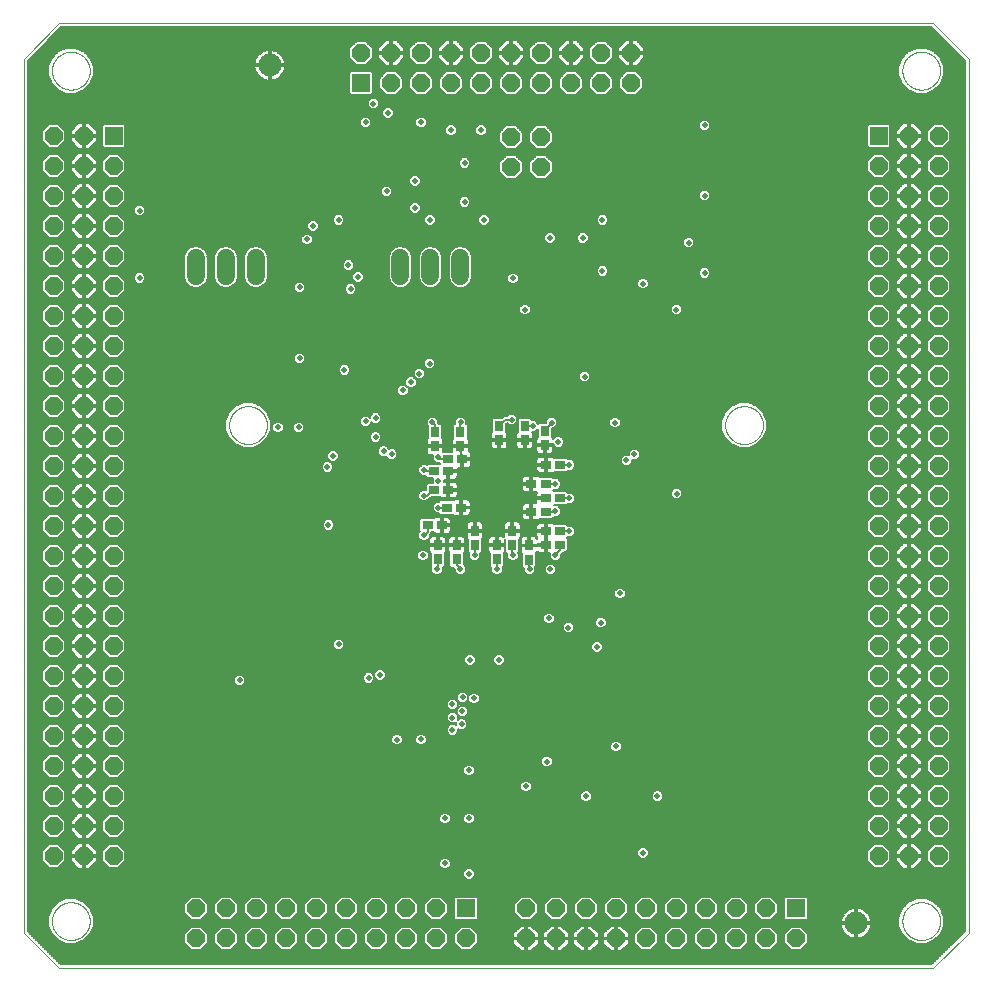
<source format=gbl>
G75*
%MOIN*%
%OFA0B0*%
%FSLAX25Y25*%
%IPPOS*%
%LPD*%
%AMOC8*
5,1,8,0,0,1.08239X$1,22.5*
%
%ADD10R,0.06000X0.06000*%
%ADD11OC8,0.06000*%
%ADD12R,0.02913X0.03642*%
%ADD13R,0.03642X0.02913*%
%ADD14C,0.00000*%
%ADD15C,0.06000*%
%ADD16C,0.07600*%
%ADD17C,0.00600*%
%ADD18C,0.02000*%
%ADD19R,0.03543X0.03543*%
D10*
X0182500Y0029561D03*
X0292500Y0029561D03*
X0320000Y0287100D03*
X0147520Y0304710D03*
X0065000Y0287100D03*
D11*
X0055000Y0287100D03*
X0055000Y0277100D03*
X0065000Y0277100D03*
X0065000Y0267100D03*
X0055000Y0267100D03*
X0055000Y0257100D03*
X0065000Y0257100D03*
X0065000Y0247100D03*
X0055000Y0247100D03*
X0055000Y0237100D03*
X0065000Y0237100D03*
X0065000Y0227100D03*
X0055000Y0227100D03*
X0055000Y0217100D03*
X0065000Y0217100D03*
X0065000Y0207100D03*
X0055000Y0207100D03*
X0055000Y0197100D03*
X0065000Y0197100D03*
X0065000Y0187100D03*
X0055000Y0187100D03*
X0055000Y0177100D03*
X0065000Y0177100D03*
X0065000Y0167100D03*
X0055000Y0167100D03*
X0055000Y0157100D03*
X0065000Y0157100D03*
X0065000Y0147100D03*
X0055000Y0147100D03*
X0055000Y0137100D03*
X0065000Y0137100D03*
X0065000Y0127100D03*
X0055000Y0127100D03*
X0055000Y0117100D03*
X0065000Y0117100D03*
X0065000Y0107100D03*
X0055000Y0107100D03*
X0055000Y0097100D03*
X0065000Y0097100D03*
X0065000Y0087100D03*
X0055000Y0087100D03*
X0055000Y0077100D03*
X0065000Y0077100D03*
X0065000Y0067100D03*
X0055000Y0067100D03*
X0055000Y0057100D03*
X0055000Y0047100D03*
X0065000Y0047100D03*
X0065000Y0057100D03*
X0045000Y0057100D03*
X0045000Y0047100D03*
X0045000Y0067100D03*
X0045000Y0077100D03*
X0045000Y0087100D03*
X0045000Y0097100D03*
X0045000Y0107100D03*
X0045000Y0117100D03*
X0045000Y0127100D03*
X0045000Y0137100D03*
X0045000Y0147100D03*
X0045000Y0157100D03*
X0045000Y0167100D03*
X0045000Y0177100D03*
X0045000Y0187100D03*
X0045000Y0197100D03*
X0045000Y0207100D03*
X0045000Y0217100D03*
X0045000Y0227100D03*
X0045000Y0237100D03*
X0045000Y0247100D03*
X0045000Y0257100D03*
X0045000Y0267100D03*
X0045000Y0277100D03*
X0045000Y0287100D03*
X0147520Y0314710D03*
X0157520Y0314710D03*
X0167520Y0314710D03*
X0177520Y0314710D03*
X0187520Y0314710D03*
X0197520Y0314710D03*
X0207520Y0314710D03*
X0217520Y0314710D03*
X0227520Y0314710D03*
X0237520Y0314710D03*
X0237520Y0304710D03*
X0227520Y0304710D03*
X0217520Y0304710D03*
X0207520Y0304710D03*
X0197520Y0304710D03*
X0187520Y0304710D03*
X0177520Y0304710D03*
X0167520Y0304710D03*
X0157520Y0304710D03*
X0197420Y0286700D03*
X0207420Y0286700D03*
X0207420Y0276700D03*
X0197420Y0276700D03*
X0320000Y0277100D03*
X0330000Y0277100D03*
X0330000Y0267100D03*
X0320000Y0267100D03*
X0320000Y0257100D03*
X0330000Y0257100D03*
X0330000Y0247100D03*
X0320000Y0247100D03*
X0320000Y0237100D03*
X0330000Y0237100D03*
X0330000Y0227100D03*
X0320000Y0227100D03*
X0320000Y0217100D03*
X0330000Y0217100D03*
X0330000Y0207100D03*
X0320000Y0207100D03*
X0320000Y0197100D03*
X0330000Y0197100D03*
X0330000Y0187100D03*
X0320000Y0187100D03*
X0320000Y0177100D03*
X0330000Y0177100D03*
X0330000Y0167100D03*
X0320000Y0167100D03*
X0320000Y0157100D03*
X0330000Y0157100D03*
X0330000Y0147100D03*
X0320000Y0147100D03*
X0320000Y0137100D03*
X0330000Y0137100D03*
X0330000Y0127100D03*
X0320000Y0127100D03*
X0320000Y0117100D03*
X0330000Y0117100D03*
X0330000Y0107100D03*
X0320000Y0107100D03*
X0320000Y0097100D03*
X0330000Y0097100D03*
X0330000Y0087100D03*
X0320000Y0087100D03*
X0320000Y0077100D03*
X0330000Y0077100D03*
X0330000Y0067100D03*
X0320000Y0067100D03*
X0320000Y0057100D03*
X0320000Y0047100D03*
X0330000Y0047100D03*
X0330000Y0057100D03*
X0340000Y0057100D03*
X0340000Y0047100D03*
X0340000Y0067100D03*
X0340000Y0077100D03*
X0340000Y0087100D03*
X0340000Y0097100D03*
X0340000Y0107100D03*
X0340000Y0117100D03*
X0340000Y0127100D03*
X0340000Y0137100D03*
X0340000Y0147100D03*
X0340000Y0157100D03*
X0340000Y0167100D03*
X0340000Y0177100D03*
X0340000Y0187100D03*
X0340000Y0197100D03*
X0340000Y0207100D03*
X0340000Y0217100D03*
X0340000Y0227100D03*
X0340000Y0237100D03*
X0340000Y0247100D03*
X0340000Y0257100D03*
X0340000Y0267100D03*
X0340000Y0277100D03*
X0340000Y0287100D03*
X0330000Y0287100D03*
X0282500Y0029561D03*
X0272500Y0029561D03*
X0262500Y0029561D03*
X0252500Y0029561D03*
X0242500Y0029561D03*
X0232500Y0029561D03*
X0222500Y0029561D03*
X0212500Y0029561D03*
X0202500Y0029561D03*
X0202500Y0019561D03*
X0212500Y0019561D03*
X0222500Y0019561D03*
X0232500Y0019561D03*
X0242500Y0019561D03*
X0252500Y0019561D03*
X0262500Y0019561D03*
X0272500Y0019561D03*
X0282500Y0019561D03*
X0292500Y0019561D03*
X0182500Y0019561D03*
X0172500Y0019561D03*
X0162500Y0019561D03*
X0162500Y0029561D03*
X0172500Y0029561D03*
X0152500Y0029561D03*
X0142500Y0029561D03*
X0132500Y0029561D03*
X0122500Y0029561D03*
X0112500Y0029561D03*
X0102500Y0029561D03*
X0092500Y0029561D03*
X0092500Y0019561D03*
X0102500Y0019561D03*
X0112500Y0019561D03*
X0122500Y0019561D03*
X0132500Y0019561D03*
X0142500Y0019561D03*
X0152500Y0019561D03*
D12*
X0173000Y0145938D03*
X0173000Y0150662D03*
X0179300Y0150662D03*
X0179300Y0145938D03*
X0185400Y0150738D03*
X0185400Y0155462D03*
X0192700Y0150662D03*
X0192700Y0145938D03*
X0197900Y0150738D03*
X0203400Y0150562D03*
X0203400Y0145838D03*
X0197900Y0155462D03*
X0208700Y0184038D03*
X0208700Y0188762D03*
X0202000Y0190462D03*
X0202000Y0185738D03*
X0193500Y0185738D03*
X0193500Y0190462D03*
X0180600Y0188462D03*
X0180600Y0183738D03*
X0172100Y0183738D03*
X0172100Y0188462D03*
D13*
X0176438Y0179300D03*
X0176562Y0175300D03*
X0171838Y0175300D03*
X0171838Y0169100D03*
X0176562Y0169100D03*
X0176138Y0163200D03*
X0180862Y0163200D03*
X0174362Y0157300D03*
X0169638Y0157300D03*
X0181162Y0179300D03*
X0204238Y0171100D03*
X0208962Y0171100D03*
X0209038Y0166300D03*
X0208962Y0161800D03*
X0204238Y0161800D03*
X0209038Y0155300D03*
X0213762Y0155300D03*
X0213762Y0150800D03*
X0209038Y0150800D03*
X0213762Y0166300D03*
X0213762Y0177400D03*
X0209038Y0177400D03*
D14*
X0046811Y0009600D02*
X0035000Y0021411D01*
X0035000Y0312750D01*
X0046811Y0324561D01*
X0338150Y0324561D01*
X0349961Y0312750D01*
X0349961Y0021411D01*
X0338150Y0009600D01*
X0046811Y0009600D01*
X0044449Y0025348D02*
X0044451Y0025506D01*
X0044457Y0025664D01*
X0044467Y0025822D01*
X0044481Y0025980D01*
X0044499Y0026137D01*
X0044520Y0026294D01*
X0044546Y0026450D01*
X0044576Y0026606D01*
X0044609Y0026761D01*
X0044647Y0026914D01*
X0044688Y0027067D01*
X0044733Y0027219D01*
X0044782Y0027370D01*
X0044835Y0027519D01*
X0044891Y0027667D01*
X0044951Y0027813D01*
X0045015Y0027958D01*
X0045083Y0028101D01*
X0045154Y0028243D01*
X0045228Y0028383D01*
X0045306Y0028520D01*
X0045388Y0028656D01*
X0045472Y0028790D01*
X0045561Y0028921D01*
X0045652Y0029050D01*
X0045747Y0029177D01*
X0045844Y0029302D01*
X0045945Y0029424D01*
X0046049Y0029543D01*
X0046156Y0029660D01*
X0046266Y0029774D01*
X0046379Y0029885D01*
X0046494Y0029994D01*
X0046612Y0030099D01*
X0046733Y0030201D01*
X0046856Y0030301D01*
X0046982Y0030397D01*
X0047110Y0030490D01*
X0047240Y0030580D01*
X0047373Y0030666D01*
X0047508Y0030750D01*
X0047644Y0030829D01*
X0047783Y0030906D01*
X0047924Y0030978D01*
X0048066Y0031048D01*
X0048210Y0031113D01*
X0048356Y0031175D01*
X0048503Y0031233D01*
X0048652Y0031288D01*
X0048802Y0031339D01*
X0048953Y0031386D01*
X0049105Y0031429D01*
X0049258Y0031468D01*
X0049413Y0031504D01*
X0049568Y0031535D01*
X0049724Y0031563D01*
X0049880Y0031587D01*
X0050037Y0031607D01*
X0050195Y0031623D01*
X0050352Y0031635D01*
X0050511Y0031643D01*
X0050669Y0031647D01*
X0050827Y0031647D01*
X0050985Y0031643D01*
X0051144Y0031635D01*
X0051301Y0031623D01*
X0051459Y0031607D01*
X0051616Y0031587D01*
X0051772Y0031563D01*
X0051928Y0031535D01*
X0052083Y0031504D01*
X0052238Y0031468D01*
X0052391Y0031429D01*
X0052543Y0031386D01*
X0052694Y0031339D01*
X0052844Y0031288D01*
X0052993Y0031233D01*
X0053140Y0031175D01*
X0053286Y0031113D01*
X0053430Y0031048D01*
X0053572Y0030978D01*
X0053713Y0030906D01*
X0053852Y0030829D01*
X0053988Y0030750D01*
X0054123Y0030666D01*
X0054256Y0030580D01*
X0054386Y0030490D01*
X0054514Y0030397D01*
X0054640Y0030301D01*
X0054763Y0030201D01*
X0054884Y0030099D01*
X0055002Y0029994D01*
X0055117Y0029885D01*
X0055230Y0029774D01*
X0055340Y0029660D01*
X0055447Y0029543D01*
X0055551Y0029424D01*
X0055652Y0029302D01*
X0055749Y0029177D01*
X0055844Y0029050D01*
X0055935Y0028921D01*
X0056024Y0028790D01*
X0056108Y0028656D01*
X0056190Y0028520D01*
X0056268Y0028383D01*
X0056342Y0028243D01*
X0056413Y0028101D01*
X0056481Y0027958D01*
X0056545Y0027813D01*
X0056605Y0027667D01*
X0056661Y0027519D01*
X0056714Y0027370D01*
X0056763Y0027219D01*
X0056808Y0027067D01*
X0056849Y0026914D01*
X0056887Y0026761D01*
X0056920Y0026606D01*
X0056950Y0026450D01*
X0056976Y0026294D01*
X0056997Y0026137D01*
X0057015Y0025980D01*
X0057029Y0025822D01*
X0057039Y0025664D01*
X0057045Y0025506D01*
X0057047Y0025348D01*
X0057045Y0025190D01*
X0057039Y0025032D01*
X0057029Y0024874D01*
X0057015Y0024716D01*
X0056997Y0024559D01*
X0056976Y0024402D01*
X0056950Y0024246D01*
X0056920Y0024090D01*
X0056887Y0023935D01*
X0056849Y0023782D01*
X0056808Y0023629D01*
X0056763Y0023477D01*
X0056714Y0023326D01*
X0056661Y0023177D01*
X0056605Y0023029D01*
X0056545Y0022883D01*
X0056481Y0022738D01*
X0056413Y0022595D01*
X0056342Y0022453D01*
X0056268Y0022313D01*
X0056190Y0022176D01*
X0056108Y0022040D01*
X0056024Y0021906D01*
X0055935Y0021775D01*
X0055844Y0021646D01*
X0055749Y0021519D01*
X0055652Y0021394D01*
X0055551Y0021272D01*
X0055447Y0021153D01*
X0055340Y0021036D01*
X0055230Y0020922D01*
X0055117Y0020811D01*
X0055002Y0020702D01*
X0054884Y0020597D01*
X0054763Y0020495D01*
X0054640Y0020395D01*
X0054514Y0020299D01*
X0054386Y0020206D01*
X0054256Y0020116D01*
X0054123Y0020030D01*
X0053988Y0019946D01*
X0053852Y0019867D01*
X0053713Y0019790D01*
X0053572Y0019718D01*
X0053430Y0019648D01*
X0053286Y0019583D01*
X0053140Y0019521D01*
X0052993Y0019463D01*
X0052844Y0019408D01*
X0052694Y0019357D01*
X0052543Y0019310D01*
X0052391Y0019267D01*
X0052238Y0019228D01*
X0052083Y0019192D01*
X0051928Y0019161D01*
X0051772Y0019133D01*
X0051616Y0019109D01*
X0051459Y0019089D01*
X0051301Y0019073D01*
X0051144Y0019061D01*
X0050985Y0019053D01*
X0050827Y0019049D01*
X0050669Y0019049D01*
X0050511Y0019053D01*
X0050352Y0019061D01*
X0050195Y0019073D01*
X0050037Y0019089D01*
X0049880Y0019109D01*
X0049724Y0019133D01*
X0049568Y0019161D01*
X0049413Y0019192D01*
X0049258Y0019228D01*
X0049105Y0019267D01*
X0048953Y0019310D01*
X0048802Y0019357D01*
X0048652Y0019408D01*
X0048503Y0019463D01*
X0048356Y0019521D01*
X0048210Y0019583D01*
X0048066Y0019648D01*
X0047924Y0019718D01*
X0047783Y0019790D01*
X0047644Y0019867D01*
X0047508Y0019946D01*
X0047373Y0020030D01*
X0047240Y0020116D01*
X0047110Y0020206D01*
X0046982Y0020299D01*
X0046856Y0020395D01*
X0046733Y0020495D01*
X0046612Y0020597D01*
X0046494Y0020702D01*
X0046379Y0020811D01*
X0046266Y0020922D01*
X0046156Y0021036D01*
X0046049Y0021153D01*
X0045945Y0021272D01*
X0045844Y0021394D01*
X0045747Y0021519D01*
X0045652Y0021646D01*
X0045561Y0021775D01*
X0045472Y0021906D01*
X0045388Y0022040D01*
X0045306Y0022176D01*
X0045228Y0022313D01*
X0045154Y0022453D01*
X0045083Y0022595D01*
X0045015Y0022738D01*
X0044951Y0022883D01*
X0044891Y0023029D01*
X0044835Y0023177D01*
X0044782Y0023326D01*
X0044733Y0023477D01*
X0044688Y0023629D01*
X0044647Y0023782D01*
X0044609Y0023935D01*
X0044576Y0024090D01*
X0044546Y0024246D01*
X0044520Y0024402D01*
X0044499Y0024559D01*
X0044481Y0024716D01*
X0044467Y0024874D01*
X0044457Y0025032D01*
X0044451Y0025190D01*
X0044449Y0025348D01*
X0103504Y0190702D02*
X0103506Y0190860D01*
X0103512Y0191018D01*
X0103522Y0191176D01*
X0103536Y0191334D01*
X0103554Y0191491D01*
X0103575Y0191648D01*
X0103601Y0191804D01*
X0103631Y0191960D01*
X0103664Y0192115D01*
X0103702Y0192268D01*
X0103743Y0192421D01*
X0103788Y0192573D01*
X0103837Y0192724D01*
X0103890Y0192873D01*
X0103946Y0193021D01*
X0104006Y0193167D01*
X0104070Y0193312D01*
X0104138Y0193455D01*
X0104209Y0193597D01*
X0104283Y0193737D01*
X0104361Y0193874D01*
X0104443Y0194010D01*
X0104527Y0194144D01*
X0104616Y0194275D01*
X0104707Y0194404D01*
X0104802Y0194531D01*
X0104899Y0194656D01*
X0105000Y0194778D01*
X0105104Y0194897D01*
X0105211Y0195014D01*
X0105321Y0195128D01*
X0105434Y0195239D01*
X0105549Y0195348D01*
X0105667Y0195453D01*
X0105788Y0195555D01*
X0105911Y0195655D01*
X0106037Y0195751D01*
X0106165Y0195844D01*
X0106295Y0195934D01*
X0106428Y0196020D01*
X0106563Y0196104D01*
X0106699Y0196183D01*
X0106838Y0196260D01*
X0106979Y0196332D01*
X0107121Y0196402D01*
X0107265Y0196467D01*
X0107411Y0196529D01*
X0107558Y0196587D01*
X0107707Y0196642D01*
X0107857Y0196693D01*
X0108008Y0196740D01*
X0108160Y0196783D01*
X0108313Y0196822D01*
X0108468Y0196858D01*
X0108623Y0196889D01*
X0108779Y0196917D01*
X0108935Y0196941D01*
X0109092Y0196961D01*
X0109250Y0196977D01*
X0109407Y0196989D01*
X0109566Y0196997D01*
X0109724Y0197001D01*
X0109882Y0197001D01*
X0110040Y0196997D01*
X0110199Y0196989D01*
X0110356Y0196977D01*
X0110514Y0196961D01*
X0110671Y0196941D01*
X0110827Y0196917D01*
X0110983Y0196889D01*
X0111138Y0196858D01*
X0111293Y0196822D01*
X0111446Y0196783D01*
X0111598Y0196740D01*
X0111749Y0196693D01*
X0111899Y0196642D01*
X0112048Y0196587D01*
X0112195Y0196529D01*
X0112341Y0196467D01*
X0112485Y0196402D01*
X0112627Y0196332D01*
X0112768Y0196260D01*
X0112907Y0196183D01*
X0113043Y0196104D01*
X0113178Y0196020D01*
X0113311Y0195934D01*
X0113441Y0195844D01*
X0113569Y0195751D01*
X0113695Y0195655D01*
X0113818Y0195555D01*
X0113939Y0195453D01*
X0114057Y0195348D01*
X0114172Y0195239D01*
X0114285Y0195128D01*
X0114395Y0195014D01*
X0114502Y0194897D01*
X0114606Y0194778D01*
X0114707Y0194656D01*
X0114804Y0194531D01*
X0114899Y0194404D01*
X0114990Y0194275D01*
X0115079Y0194144D01*
X0115163Y0194010D01*
X0115245Y0193874D01*
X0115323Y0193737D01*
X0115397Y0193597D01*
X0115468Y0193455D01*
X0115536Y0193312D01*
X0115600Y0193167D01*
X0115660Y0193021D01*
X0115716Y0192873D01*
X0115769Y0192724D01*
X0115818Y0192573D01*
X0115863Y0192421D01*
X0115904Y0192268D01*
X0115942Y0192115D01*
X0115975Y0191960D01*
X0116005Y0191804D01*
X0116031Y0191648D01*
X0116052Y0191491D01*
X0116070Y0191334D01*
X0116084Y0191176D01*
X0116094Y0191018D01*
X0116100Y0190860D01*
X0116102Y0190702D01*
X0116100Y0190544D01*
X0116094Y0190386D01*
X0116084Y0190228D01*
X0116070Y0190070D01*
X0116052Y0189913D01*
X0116031Y0189756D01*
X0116005Y0189600D01*
X0115975Y0189444D01*
X0115942Y0189289D01*
X0115904Y0189136D01*
X0115863Y0188983D01*
X0115818Y0188831D01*
X0115769Y0188680D01*
X0115716Y0188531D01*
X0115660Y0188383D01*
X0115600Y0188237D01*
X0115536Y0188092D01*
X0115468Y0187949D01*
X0115397Y0187807D01*
X0115323Y0187667D01*
X0115245Y0187530D01*
X0115163Y0187394D01*
X0115079Y0187260D01*
X0114990Y0187129D01*
X0114899Y0187000D01*
X0114804Y0186873D01*
X0114707Y0186748D01*
X0114606Y0186626D01*
X0114502Y0186507D01*
X0114395Y0186390D01*
X0114285Y0186276D01*
X0114172Y0186165D01*
X0114057Y0186056D01*
X0113939Y0185951D01*
X0113818Y0185849D01*
X0113695Y0185749D01*
X0113569Y0185653D01*
X0113441Y0185560D01*
X0113311Y0185470D01*
X0113178Y0185384D01*
X0113043Y0185300D01*
X0112907Y0185221D01*
X0112768Y0185144D01*
X0112627Y0185072D01*
X0112485Y0185002D01*
X0112341Y0184937D01*
X0112195Y0184875D01*
X0112048Y0184817D01*
X0111899Y0184762D01*
X0111749Y0184711D01*
X0111598Y0184664D01*
X0111446Y0184621D01*
X0111293Y0184582D01*
X0111138Y0184546D01*
X0110983Y0184515D01*
X0110827Y0184487D01*
X0110671Y0184463D01*
X0110514Y0184443D01*
X0110356Y0184427D01*
X0110199Y0184415D01*
X0110040Y0184407D01*
X0109882Y0184403D01*
X0109724Y0184403D01*
X0109566Y0184407D01*
X0109407Y0184415D01*
X0109250Y0184427D01*
X0109092Y0184443D01*
X0108935Y0184463D01*
X0108779Y0184487D01*
X0108623Y0184515D01*
X0108468Y0184546D01*
X0108313Y0184582D01*
X0108160Y0184621D01*
X0108008Y0184664D01*
X0107857Y0184711D01*
X0107707Y0184762D01*
X0107558Y0184817D01*
X0107411Y0184875D01*
X0107265Y0184937D01*
X0107121Y0185002D01*
X0106979Y0185072D01*
X0106838Y0185144D01*
X0106699Y0185221D01*
X0106563Y0185300D01*
X0106428Y0185384D01*
X0106295Y0185470D01*
X0106165Y0185560D01*
X0106037Y0185653D01*
X0105911Y0185749D01*
X0105788Y0185849D01*
X0105667Y0185951D01*
X0105549Y0186056D01*
X0105434Y0186165D01*
X0105321Y0186276D01*
X0105211Y0186390D01*
X0105104Y0186507D01*
X0105000Y0186626D01*
X0104899Y0186748D01*
X0104802Y0186873D01*
X0104707Y0187000D01*
X0104616Y0187129D01*
X0104527Y0187260D01*
X0104443Y0187394D01*
X0104361Y0187530D01*
X0104283Y0187667D01*
X0104209Y0187807D01*
X0104138Y0187949D01*
X0104070Y0188092D01*
X0104006Y0188237D01*
X0103946Y0188383D01*
X0103890Y0188531D01*
X0103837Y0188680D01*
X0103788Y0188831D01*
X0103743Y0188983D01*
X0103702Y0189136D01*
X0103664Y0189289D01*
X0103631Y0189444D01*
X0103601Y0189600D01*
X0103575Y0189756D01*
X0103554Y0189913D01*
X0103536Y0190070D01*
X0103522Y0190228D01*
X0103512Y0190386D01*
X0103506Y0190544D01*
X0103504Y0190702D01*
X0044449Y0308813D02*
X0044451Y0308971D01*
X0044457Y0309129D01*
X0044467Y0309287D01*
X0044481Y0309445D01*
X0044499Y0309602D01*
X0044520Y0309759D01*
X0044546Y0309915D01*
X0044576Y0310071D01*
X0044609Y0310226D01*
X0044647Y0310379D01*
X0044688Y0310532D01*
X0044733Y0310684D01*
X0044782Y0310835D01*
X0044835Y0310984D01*
X0044891Y0311132D01*
X0044951Y0311278D01*
X0045015Y0311423D01*
X0045083Y0311566D01*
X0045154Y0311708D01*
X0045228Y0311848D01*
X0045306Y0311985D01*
X0045388Y0312121D01*
X0045472Y0312255D01*
X0045561Y0312386D01*
X0045652Y0312515D01*
X0045747Y0312642D01*
X0045844Y0312767D01*
X0045945Y0312889D01*
X0046049Y0313008D01*
X0046156Y0313125D01*
X0046266Y0313239D01*
X0046379Y0313350D01*
X0046494Y0313459D01*
X0046612Y0313564D01*
X0046733Y0313666D01*
X0046856Y0313766D01*
X0046982Y0313862D01*
X0047110Y0313955D01*
X0047240Y0314045D01*
X0047373Y0314131D01*
X0047508Y0314215D01*
X0047644Y0314294D01*
X0047783Y0314371D01*
X0047924Y0314443D01*
X0048066Y0314513D01*
X0048210Y0314578D01*
X0048356Y0314640D01*
X0048503Y0314698D01*
X0048652Y0314753D01*
X0048802Y0314804D01*
X0048953Y0314851D01*
X0049105Y0314894D01*
X0049258Y0314933D01*
X0049413Y0314969D01*
X0049568Y0315000D01*
X0049724Y0315028D01*
X0049880Y0315052D01*
X0050037Y0315072D01*
X0050195Y0315088D01*
X0050352Y0315100D01*
X0050511Y0315108D01*
X0050669Y0315112D01*
X0050827Y0315112D01*
X0050985Y0315108D01*
X0051144Y0315100D01*
X0051301Y0315088D01*
X0051459Y0315072D01*
X0051616Y0315052D01*
X0051772Y0315028D01*
X0051928Y0315000D01*
X0052083Y0314969D01*
X0052238Y0314933D01*
X0052391Y0314894D01*
X0052543Y0314851D01*
X0052694Y0314804D01*
X0052844Y0314753D01*
X0052993Y0314698D01*
X0053140Y0314640D01*
X0053286Y0314578D01*
X0053430Y0314513D01*
X0053572Y0314443D01*
X0053713Y0314371D01*
X0053852Y0314294D01*
X0053988Y0314215D01*
X0054123Y0314131D01*
X0054256Y0314045D01*
X0054386Y0313955D01*
X0054514Y0313862D01*
X0054640Y0313766D01*
X0054763Y0313666D01*
X0054884Y0313564D01*
X0055002Y0313459D01*
X0055117Y0313350D01*
X0055230Y0313239D01*
X0055340Y0313125D01*
X0055447Y0313008D01*
X0055551Y0312889D01*
X0055652Y0312767D01*
X0055749Y0312642D01*
X0055844Y0312515D01*
X0055935Y0312386D01*
X0056024Y0312255D01*
X0056108Y0312121D01*
X0056190Y0311985D01*
X0056268Y0311848D01*
X0056342Y0311708D01*
X0056413Y0311566D01*
X0056481Y0311423D01*
X0056545Y0311278D01*
X0056605Y0311132D01*
X0056661Y0310984D01*
X0056714Y0310835D01*
X0056763Y0310684D01*
X0056808Y0310532D01*
X0056849Y0310379D01*
X0056887Y0310226D01*
X0056920Y0310071D01*
X0056950Y0309915D01*
X0056976Y0309759D01*
X0056997Y0309602D01*
X0057015Y0309445D01*
X0057029Y0309287D01*
X0057039Y0309129D01*
X0057045Y0308971D01*
X0057047Y0308813D01*
X0057045Y0308655D01*
X0057039Y0308497D01*
X0057029Y0308339D01*
X0057015Y0308181D01*
X0056997Y0308024D01*
X0056976Y0307867D01*
X0056950Y0307711D01*
X0056920Y0307555D01*
X0056887Y0307400D01*
X0056849Y0307247D01*
X0056808Y0307094D01*
X0056763Y0306942D01*
X0056714Y0306791D01*
X0056661Y0306642D01*
X0056605Y0306494D01*
X0056545Y0306348D01*
X0056481Y0306203D01*
X0056413Y0306060D01*
X0056342Y0305918D01*
X0056268Y0305778D01*
X0056190Y0305641D01*
X0056108Y0305505D01*
X0056024Y0305371D01*
X0055935Y0305240D01*
X0055844Y0305111D01*
X0055749Y0304984D01*
X0055652Y0304859D01*
X0055551Y0304737D01*
X0055447Y0304618D01*
X0055340Y0304501D01*
X0055230Y0304387D01*
X0055117Y0304276D01*
X0055002Y0304167D01*
X0054884Y0304062D01*
X0054763Y0303960D01*
X0054640Y0303860D01*
X0054514Y0303764D01*
X0054386Y0303671D01*
X0054256Y0303581D01*
X0054123Y0303495D01*
X0053988Y0303411D01*
X0053852Y0303332D01*
X0053713Y0303255D01*
X0053572Y0303183D01*
X0053430Y0303113D01*
X0053286Y0303048D01*
X0053140Y0302986D01*
X0052993Y0302928D01*
X0052844Y0302873D01*
X0052694Y0302822D01*
X0052543Y0302775D01*
X0052391Y0302732D01*
X0052238Y0302693D01*
X0052083Y0302657D01*
X0051928Y0302626D01*
X0051772Y0302598D01*
X0051616Y0302574D01*
X0051459Y0302554D01*
X0051301Y0302538D01*
X0051144Y0302526D01*
X0050985Y0302518D01*
X0050827Y0302514D01*
X0050669Y0302514D01*
X0050511Y0302518D01*
X0050352Y0302526D01*
X0050195Y0302538D01*
X0050037Y0302554D01*
X0049880Y0302574D01*
X0049724Y0302598D01*
X0049568Y0302626D01*
X0049413Y0302657D01*
X0049258Y0302693D01*
X0049105Y0302732D01*
X0048953Y0302775D01*
X0048802Y0302822D01*
X0048652Y0302873D01*
X0048503Y0302928D01*
X0048356Y0302986D01*
X0048210Y0303048D01*
X0048066Y0303113D01*
X0047924Y0303183D01*
X0047783Y0303255D01*
X0047644Y0303332D01*
X0047508Y0303411D01*
X0047373Y0303495D01*
X0047240Y0303581D01*
X0047110Y0303671D01*
X0046982Y0303764D01*
X0046856Y0303860D01*
X0046733Y0303960D01*
X0046612Y0304062D01*
X0046494Y0304167D01*
X0046379Y0304276D01*
X0046266Y0304387D01*
X0046156Y0304501D01*
X0046049Y0304618D01*
X0045945Y0304737D01*
X0045844Y0304859D01*
X0045747Y0304984D01*
X0045652Y0305111D01*
X0045561Y0305240D01*
X0045472Y0305371D01*
X0045388Y0305505D01*
X0045306Y0305641D01*
X0045228Y0305778D01*
X0045154Y0305918D01*
X0045083Y0306060D01*
X0045015Y0306203D01*
X0044951Y0306348D01*
X0044891Y0306494D01*
X0044835Y0306642D01*
X0044782Y0306791D01*
X0044733Y0306942D01*
X0044688Y0307094D01*
X0044647Y0307247D01*
X0044609Y0307400D01*
X0044576Y0307555D01*
X0044546Y0307711D01*
X0044520Y0307867D01*
X0044499Y0308024D01*
X0044481Y0308181D01*
X0044467Y0308339D01*
X0044457Y0308497D01*
X0044451Y0308655D01*
X0044449Y0308813D01*
X0268858Y0190702D02*
X0268860Y0190860D01*
X0268866Y0191018D01*
X0268876Y0191176D01*
X0268890Y0191334D01*
X0268908Y0191491D01*
X0268929Y0191648D01*
X0268955Y0191804D01*
X0268985Y0191960D01*
X0269018Y0192115D01*
X0269056Y0192268D01*
X0269097Y0192421D01*
X0269142Y0192573D01*
X0269191Y0192724D01*
X0269244Y0192873D01*
X0269300Y0193021D01*
X0269360Y0193167D01*
X0269424Y0193312D01*
X0269492Y0193455D01*
X0269563Y0193597D01*
X0269637Y0193737D01*
X0269715Y0193874D01*
X0269797Y0194010D01*
X0269881Y0194144D01*
X0269970Y0194275D01*
X0270061Y0194404D01*
X0270156Y0194531D01*
X0270253Y0194656D01*
X0270354Y0194778D01*
X0270458Y0194897D01*
X0270565Y0195014D01*
X0270675Y0195128D01*
X0270788Y0195239D01*
X0270903Y0195348D01*
X0271021Y0195453D01*
X0271142Y0195555D01*
X0271265Y0195655D01*
X0271391Y0195751D01*
X0271519Y0195844D01*
X0271649Y0195934D01*
X0271782Y0196020D01*
X0271917Y0196104D01*
X0272053Y0196183D01*
X0272192Y0196260D01*
X0272333Y0196332D01*
X0272475Y0196402D01*
X0272619Y0196467D01*
X0272765Y0196529D01*
X0272912Y0196587D01*
X0273061Y0196642D01*
X0273211Y0196693D01*
X0273362Y0196740D01*
X0273514Y0196783D01*
X0273667Y0196822D01*
X0273822Y0196858D01*
X0273977Y0196889D01*
X0274133Y0196917D01*
X0274289Y0196941D01*
X0274446Y0196961D01*
X0274604Y0196977D01*
X0274761Y0196989D01*
X0274920Y0196997D01*
X0275078Y0197001D01*
X0275236Y0197001D01*
X0275394Y0196997D01*
X0275553Y0196989D01*
X0275710Y0196977D01*
X0275868Y0196961D01*
X0276025Y0196941D01*
X0276181Y0196917D01*
X0276337Y0196889D01*
X0276492Y0196858D01*
X0276647Y0196822D01*
X0276800Y0196783D01*
X0276952Y0196740D01*
X0277103Y0196693D01*
X0277253Y0196642D01*
X0277402Y0196587D01*
X0277549Y0196529D01*
X0277695Y0196467D01*
X0277839Y0196402D01*
X0277981Y0196332D01*
X0278122Y0196260D01*
X0278261Y0196183D01*
X0278397Y0196104D01*
X0278532Y0196020D01*
X0278665Y0195934D01*
X0278795Y0195844D01*
X0278923Y0195751D01*
X0279049Y0195655D01*
X0279172Y0195555D01*
X0279293Y0195453D01*
X0279411Y0195348D01*
X0279526Y0195239D01*
X0279639Y0195128D01*
X0279749Y0195014D01*
X0279856Y0194897D01*
X0279960Y0194778D01*
X0280061Y0194656D01*
X0280158Y0194531D01*
X0280253Y0194404D01*
X0280344Y0194275D01*
X0280433Y0194144D01*
X0280517Y0194010D01*
X0280599Y0193874D01*
X0280677Y0193737D01*
X0280751Y0193597D01*
X0280822Y0193455D01*
X0280890Y0193312D01*
X0280954Y0193167D01*
X0281014Y0193021D01*
X0281070Y0192873D01*
X0281123Y0192724D01*
X0281172Y0192573D01*
X0281217Y0192421D01*
X0281258Y0192268D01*
X0281296Y0192115D01*
X0281329Y0191960D01*
X0281359Y0191804D01*
X0281385Y0191648D01*
X0281406Y0191491D01*
X0281424Y0191334D01*
X0281438Y0191176D01*
X0281448Y0191018D01*
X0281454Y0190860D01*
X0281456Y0190702D01*
X0281454Y0190544D01*
X0281448Y0190386D01*
X0281438Y0190228D01*
X0281424Y0190070D01*
X0281406Y0189913D01*
X0281385Y0189756D01*
X0281359Y0189600D01*
X0281329Y0189444D01*
X0281296Y0189289D01*
X0281258Y0189136D01*
X0281217Y0188983D01*
X0281172Y0188831D01*
X0281123Y0188680D01*
X0281070Y0188531D01*
X0281014Y0188383D01*
X0280954Y0188237D01*
X0280890Y0188092D01*
X0280822Y0187949D01*
X0280751Y0187807D01*
X0280677Y0187667D01*
X0280599Y0187530D01*
X0280517Y0187394D01*
X0280433Y0187260D01*
X0280344Y0187129D01*
X0280253Y0187000D01*
X0280158Y0186873D01*
X0280061Y0186748D01*
X0279960Y0186626D01*
X0279856Y0186507D01*
X0279749Y0186390D01*
X0279639Y0186276D01*
X0279526Y0186165D01*
X0279411Y0186056D01*
X0279293Y0185951D01*
X0279172Y0185849D01*
X0279049Y0185749D01*
X0278923Y0185653D01*
X0278795Y0185560D01*
X0278665Y0185470D01*
X0278532Y0185384D01*
X0278397Y0185300D01*
X0278261Y0185221D01*
X0278122Y0185144D01*
X0277981Y0185072D01*
X0277839Y0185002D01*
X0277695Y0184937D01*
X0277549Y0184875D01*
X0277402Y0184817D01*
X0277253Y0184762D01*
X0277103Y0184711D01*
X0276952Y0184664D01*
X0276800Y0184621D01*
X0276647Y0184582D01*
X0276492Y0184546D01*
X0276337Y0184515D01*
X0276181Y0184487D01*
X0276025Y0184463D01*
X0275868Y0184443D01*
X0275710Y0184427D01*
X0275553Y0184415D01*
X0275394Y0184407D01*
X0275236Y0184403D01*
X0275078Y0184403D01*
X0274920Y0184407D01*
X0274761Y0184415D01*
X0274604Y0184427D01*
X0274446Y0184443D01*
X0274289Y0184463D01*
X0274133Y0184487D01*
X0273977Y0184515D01*
X0273822Y0184546D01*
X0273667Y0184582D01*
X0273514Y0184621D01*
X0273362Y0184664D01*
X0273211Y0184711D01*
X0273061Y0184762D01*
X0272912Y0184817D01*
X0272765Y0184875D01*
X0272619Y0184937D01*
X0272475Y0185002D01*
X0272333Y0185072D01*
X0272192Y0185144D01*
X0272053Y0185221D01*
X0271917Y0185300D01*
X0271782Y0185384D01*
X0271649Y0185470D01*
X0271519Y0185560D01*
X0271391Y0185653D01*
X0271265Y0185749D01*
X0271142Y0185849D01*
X0271021Y0185951D01*
X0270903Y0186056D01*
X0270788Y0186165D01*
X0270675Y0186276D01*
X0270565Y0186390D01*
X0270458Y0186507D01*
X0270354Y0186626D01*
X0270253Y0186748D01*
X0270156Y0186873D01*
X0270061Y0187000D01*
X0269970Y0187129D01*
X0269881Y0187260D01*
X0269797Y0187394D01*
X0269715Y0187530D01*
X0269637Y0187667D01*
X0269563Y0187807D01*
X0269492Y0187949D01*
X0269424Y0188092D01*
X0269360Y0188237D01*
X0269300Y0188383D01*
X0269244Y0188531D01*
X0269191Y0188680D01*
X0269142Y0188831D01*
X0269097Y0188983D01*
X0269056Y0189136D01*
X0269018Y0189289D01*
X0268985Y0189444D01*
X0268955Y0189600D01*
X0268929Y0189756D01*
X0268908Y0189913D01*
X0268890Y0190070D01*
X0268876Y0190228D01*
X0268866Y0190386D01*
X0268860Y0190544D01*
X0268858Y0190702D01*
X0327914Y0308813D02*
X0327916Y0308971D01*
X0327922Y0309129D01*
X0327932Y0309287D01*
X0327946Y0309445D01*
X0327964Y0309602D01*
X0327985Y0309759D01*
X0328011Y0309915D01*
X0328041Y0310071D01*
X0328074Y0310226D01*
X0328112Y0310379D01*
X0328153Y0310532D01*
X0328198Y0310684D01*
X0328247Y0310835D01*
X0328300Y0310984D01*
X0328356Y0311132D01*
X0328416Y0311278D01*
X0328480Y0311423D01*
X0328548Y0311566D01*
X0328619Y0311708D01*
X0328693Y0311848D01*
X0328771Y0311985D01*
X0328853Y0312121D01*
X0328937Y0312255D01*
X0329026Y0312386D01*
X0329117Y0312515D01*
X0329212Y0312642D01*
X0329309Y0312767D01*
X0329410Y0312889D01*
X0329514Y0313008D01*
X0329621Y0313125D01*
X0329731Y0313239D01*
X0329844Y0313350D01*
X0329959Y0313459D01*
X0330077Y0313564D01*
X0330198Y0313666D01*
X0330321Y0313766D01*
X0330447Y0313862D01*
X0330575Y0313955D01*
X0330705Y0314045D01*
X0330838Y0314131D01*
X0330973Y0314215D01*
X0331109Y0314294D01*
X0331248Y0314371D01*
X0331389Y0314443D01*
X0331531Y0314513D01*
X0331675Y0314578D01*
X0331821Y0314640D01*
X0331968Y0314698D01*
X0332117Y0314753D01*
X0332267Y0314804D01*
X0332418Y0314851D01*
X0332570Y0314894D01*
X0332723Y0314933D01*
X0332878Y0314969D01*
X0333033Y0315000D01*
X0333189Y0315028D01*
X0333345Y0315052D01*
X0333502Y0315072D01*
X0333660Y0315088D01*
X0333817Y0315100D01*
X0333976Y0315108D01*
X0334134Y0315112D01*
X0334292Y0315112D01*
X0334450Y0315108D01*
X0334609Y0315100D01*
X0334766Y0315088D01*
X0334924Y0315072D01*
X0335081Y0315052D01*
X0335237Y0315028D01*
X0335393Y0315000D01*
X0335548Y0314969D01*
X0335703Y0314933D01*
X0335856Y0314894D01*
X0336008Y0314851D01*
X0336159Y0314804D01*
X0336309Y0314753D01*
X0336458Y0314698D01*
X0336605Y0314640D01*
X0336751Y0314578D01*
X0336895Y0314513D01*
X0337037Y0314443D01*
X0337178Y0314371D01*
X0337317Y0314294D01*
X0337453Y0314215D01*
X0337588Y0314131D01*
X0337721Y0314045D01*
X0337851Y0313955D01*
X0337979Y0313862D01*
X0338105Y0313766D01*
X0338228Y0313666D01*
X0338349Y0313564D01*
X0338467Y0313459D01*
X0338582Y0313350D01*
X0338695Y0313239D01*
X0338805Y0313125D01*
X0338912Y0313008D01*
X0339016Y0312889D01*
X0339117Y0312767D01*
X0339214Y0312642D01*
X0339309Y0312515D01*
X0339400Y0312386D01*
X0339489Y0312255D01*
X0339573Y0312121D01*
X0339655Y0311985D01*
X0339733Y0311848D01*
X0339807Y0311708D01*
X0339878Y0311566D01*
X0339946Y0311423D01*
X0340010Y0311278D01*
X0340070Y0311132D01*
X0340126Y0310984D01*
X0340179Y0310835D01*
X0340228Y0310684D01*
X0340273Y0310532D01*
X0340314Y0310379D01*
X0340352Y0310226D01*
X0340385Y0310071D01*
X0340415Y0309915D01*
X0340441Y0309759D01*
X0340462Y0309602D01*
X0340480Y0309445D01*
X0340494Y0309287D01*
X0340504Y0309129D01*
X0340510Y0308971D01*
X0340512Y0308813D01*
X0340510Y0308655D01*
X0340504Y0308497D01*
X0340494Y0308339D01*
X0340480Y0308181D01*
X0340462Y0308024D01*
X0340441Y0307867D01*
X0340415Y0307711D01*
X0340385Y0307555D01*
X0340352Y0307400D01*
X0340314Y0307247D01*
X0340273Y0307094D01*
X0340228Y0306942D01*
X0340179Y0306791D01*
X0340126Y0306642D01*
X0340070Y0306494D01*
X0340010Y0306348D01*
X0339946Y0306203D01*
X0339878Y0306060D01*
X0339807Y0305918D01*
X0339733Y0305778D01*
X0339655Y0305641D01*
X0339573Y0305505D01*
X0339489Y0305371D01*
X0339400Y0305240D01*
X0339309Y0305111D01*
X0339214Y0304984D01*
X0339117Y0304859D01*
X0339016Y0304737D01*
X0338912Y0304618D01*
X0338805Y0304501D01*
X0338695Y0304387D01*
X0338582Y0304276D01*
X0338467Y0304167D01*
X0338349Y0304062D01*
X0338228Y0303960D01*
X0338105Y0303860D01*
X0337979Y0303764D01*
X0337851Y0303671D01*
X0337721Y0303581D01*
X0337588Y0303495D01*
X0337453Y0303411D01*
X0337317Y0303332D01*
X0337178Y0303255D01*
X0337037Y0303183D01*
X0336895Y0303113D01*
X0336751Y0303048D01*
X0336605Y0302986D01*
X0336458Y0302928D01*
X0336309Y0302873D01*
X0336159Y0302822D01*
X0336008Y0302775D01*
X0335856Y0302732D01*
X0335703Y0302693D01*
X0335548Y0302657D01*
X0335393Y0302626D01*
X0335237Y0302598D01*
X0335081Y0302574D01*
X0334924Y0302554D01*
X0334766Y0302538D01*
X0334609Y0302526D01*
X0334450Y0302518D01*
X0334292Y0302514D01*
X0334134Y0302514D01*
X0333976Y0302518D01*
X0333817Y0302526D01*
X0333660Y0302538D01*
X0333502Y0302554D01*
X0333345Y0302574D01*
X0333189Y0302598D01*
X0333033Y0302626D01*
X0332878Y0302657D01*
X0332723Y0302693D01*
X0332570Y0302732D01*
X0332418Y0302775D01*
X0332267Y0302822D01*
X0332117Y0302873D01*
X0331968Y0302928D01*
X0331821Y0302986D01*
X0331675Y0303048D01*
X0331531Y0303113D01*
X0331389Y0303183D01*
X0331248Y0303255D01*
X0331109Y0303332D01*
X0330973Y0303411D01*
X0330838Y0303495D01*
X0330705Y0303581D01*
X0330575Y0303671D01*
X0330447Y0303764D01*
X0330321Y0303860D01*
X0330198Y0303960D01*
X0330077Y0304062D01*
X0329959Y0304167D01*
X0329844Y0304276D01*
X0329731Y0304387D01*
X0329621Y0304501D01*
X0329514Y0304618D01*
X0329410Y0304737D01*
X0329309Y0304859D01*
X0329212Y0304984D01*
X0329117Y0305111D01*
X0329026Y0305240D01*
X0328937Y0305371D01*
X0328853Y0305505D01*
X0328771Y0305641D01*
X0328693Y0305778D01*
X0328619Y0305918D01*
X0328548Y0306060D01*
X0328480Y0306203D01*
X0328416Y0306348D01*
X0328356Y0306494D01*
X0328300Y0306642D01*
X0328247Y0306791D01*
X0328198Y0306942D01*
X0328153Y0307094D01*
X0328112Y0307247D01*
X0328074Y0307400D01*
X0328041Y0307555D01*
X0328011Y0307711D01*
X0327985Y0307867D01*
X0327964Y0308024D01*
X0327946Y0308181D01*
X0327932Y0308339D01*
X0327922Y0308497D01*
X0327916Y0308655D01*
X0327914Y0308813D01*
X0327914Y0025348D02*
X0327916Y0025506D01*
X0327922Y0025664D01*
X0327932Y0025822D01*
X0327946Y0025980D01*
X0327964Y0026137D01*
X0327985Y0026294D01*
X0328011Y0026450D01*
X0328041Y0026606D01*
X0328074Y0026761D01*
X0328112Y0026914D01*
X0328153Y0027067D01*
X0328198Y0027219D01*
X0328247Y0027370D01*
X0328300Y0027519D01*
X0328356Y0027667D01*
X0328416Y0027813D01*
X0328480Y0027958D01*
X0328548Y0028101D01*
X0328619Y0028243D01*
X0328693Y0028383D01*
X0328771Y0028520D01*
X0328853Y0028656D01*
X0328937Y0028790D01*
X0329026Y0028921D01*
X0329117Y0029050D01*
X0329212Y0029177D01*
X0329309Y0029302D01*
X0329410Y0029424D01*
X0329514Y0029543D01*
X0329621Y0029660D01*
X0329731Y0029774D01*
X0329844Y0029885D01*
X0329959Y0029994D01*
X0330077Y0030099D01*
X0330198Y0030201D01*
X0330321Y0030301D01*
X0330447Y0030397D01*
X0330575Y0030490D01*
X0330705Y0030580D01*
X0330838Y0030666D01*
X0330973Y0030750D01*
X0331109Y0030829D01*
X0331248Y0030906D01*
X0331389Y0030978D01*
X0331531Y0031048D01*
X0331675Y0031113D01*
X0331821Y0031175D01*
X0331968Y0031233D01*
X0332117Y0031288D01*
X0332267Y0031339D01*
X0332418Y0031386D01*
X0332570Y0031429D01*
X0332723Y0031468D01*
X0332878Y0031504D01*
X0333033Y0031535D01*
X0333189Y0031563D01*
X0333345Y0031587D01*
X0333502Y0031607D01*
X0333660Y0031623D01*
X0333817Y0031635D01*
X0333976Y0031643D01*
X0334134Y0031647D01*
X0334292Y0031647D01*
X0334450Y0031643D01*
X0334609Y0031635D01*
X0334766Y0031623D01*
X0334924Y0031607D01*
X0335081Y0031587D01*
X0335237Y0031563D01*
X0335393Y0031535D01*
X0335548Y0031504D01*
X0335703Y0031468D01*
X0335856Y0031429D01*
X0336008Y0031386D01*
X0336159Y0031339D01*
X0336309Y0031288D01*
X0336458Y0031233D01*
X0336605Y0031175D01*
X0336751Y0031113D01*
X0336895Y0031048D01*
X0337037Y0030978D01*
X0337178Y0030906D01*
X0337317Y0030829D01*
X0337453Y0030750D01*
X0337588Y0030666D01*
X0337721Y0030580D01*
X0337851Y0030490D01*
X0337979Y0030397D01*
X0338105Y0030301D01*
X0338228Y0030201D01*
X0338349Y0030099D01*
X0338467Y0029994D01*
X0338582Y0029885D01*
X0338695Y0029774D01*
X0338805Y0029660D01*
X0338912Y0029543D01*
X0339016Y0029424D01*
X0339117Y0029302D01*
X0339214Y0029177D01*
X0339309Y0029050D01*
X0339400Y0028921D01*
X0339489Y0028790D01*
X0339573Y0028656D01*
X0339655Y0028520D01*
X0339733Y0028383D01*
X0339807Y0028243D01*
X0339878Y0028101D01*
X0339946Y0027958D01*
X0340010Y0027813D01*
X0340070Y0027667D01*
X0340126Y0027519D01*
X0340179Y0027370D01*
X0340228Y0027219D01*
X0340273Y0027067D01*
X0340314Y0026914D01*
X0340352Y0026761D01*
X0340385Y0026606D01*
X0340415Y0026450D01*
X0340441Y0026294D01*
X0340462Y0026137D01*
X0340480Y0025980D01*
X0340494Y0025822D01*
X0340504Y0025664D01*
X0340510Y0025506D01*
X0340512Y0025348D01*
X0340510Y0025190D01*
X0340504Y0025032D01*
X0340494Y0024874D01*
X0340480Y0024716D01*
X0340462Y0024559D01*
X0340441Y0024402D01*
X0340415Y0024246D01*
X0340385Y0024090D01*
X0340352Y0023935D01*
X0340314Y0023782D01*
X0340273Y0023629D01*
X0340228Y0023477D01*
X0340179Y0023326D01*
X0340126Y0023177D01*
X0340070Y0023029D01*
X0340010Y0022883D01*
X0339946Y0022738D01*
X0339878Y0022595D01*
X0339807Y0022453D01*
X0339733Y0022313D01*
X0339655Y0022176D01*
X0339573Y0022040D01*
X0339489Y0021906D01*
X0339400Y0021775D01*
X0339309Y0021646D01*
X0339214Y0021519D01*
X0339117Y0021394D01*
X0339016Y0021272D01*
X0338912Y0021153D01*
X0338805Y0021036D01*
X0338695Y0020922D01*
X0338582Y0020811D01*
X0338467Y0020702D01*
X0338349Y0020597D01*
X0338228Y0020495D01*
X0338105Y0020395D01*
X0337979Y0020299D01*
X0337851Y0020206D01*
X0337721Y0020116D01*
X0337588Y0020030D01*
X0337453Y0019946D01*
X0337317Y0019867D01*
X0337178Y0019790D01*
X0337037Y0019718D01*
X0336895Y0019648D01*
X0336751Y0019583D01*
X0336605Y0019521D01*
X0336458Y0019463D01*
X0336309Y0019408D01*
X0336159Y0019357D01*
X0336008Y0019310D01*
X0335856Y0019267D01*
X0335703Y0019228D01*
X0335548Y0019192D01*
X0335393Y0019161D01*
X0335237Y0019133D01*
X0335081Y0019109D01*
X0334924Y0019089D01*
X0334766Y0019073D01*
X0334609Y0019061D01*
X0334450Y0019053D01*
X0334292Y0019049D01*
X0334134Y0019049D01*
X0333976Y0019053D01*
X0333817Y0019061D01*
X0333660Y0019073D01*
X0333502Y0019089D01*
X0333345Y0019109D01*
X0333189Y0019133D01*
X0333033Y0019161D01*
X0332878Y0019192D01*
X0332723Y0019228D01*
X0332570Y0019267D01*
X0332418Y0019310D01*
X0332267Y0019357D01*
X0332117Y0019408D01*
X0331968Y0019463D01*
X0331821Y0019521D01*
X0331675Y0019583D01*
X0331531Y0019648D01*
X0331389Y0019718D01*
X0331248Y0019790D01*
X0331109Y0019867D01*
X0330973Y0019946D01*
X0330838Y0020030D01*
X0330705Y0020116D01*
X0330575Y0020206D01*
X0330447Y0020299D01*
X0330321Y0020395D01*
X0330198Y0020495D01*
X0330077Y0020597D01*
X0329959Y0020702D01*
X0329844Y0020811D01*
X0329731Y0020922D01*
X0329621Y0021036D01*
X0329514Y0021153D01*
X0329410Y0021272D01*
X0329309Y0021394D01*
X0329212Y0021519D01*
X0329117Y0021646D01*
X0329026Y0021775D01*
X0328937Y0021906D01*
X0328853Y0022040D01*
X0328771Y0022176D01*
X0328693Y0022313D01*
X0328619Y0022453D01*
X0328548Y0022595D01*
X0328480Y0022738D01*
X0328416Y0022883D01*
X0328356Y0023029D01*
X0328300Y0023177D01*
X0328247Y0023326D01*
X0328198Y0023477D01*
X0328153Y0023629D01*
X0328112Y0023782D01*
X0328074Y0023935D01*
X0328041Y0024090D01*
X0328011Y0024246D01*
X0327985Y0024402D01*
X0327964Y0024559D01*
X0327946Y0024716D01*
X0327932Y0024874D01*
X0327922Y0025032D01*
X0327916Y0025190D01*
X0327914Y0025348D01*
D15*
X0180600Y0240400D02*
X0180600Y0246400D01*
X0170600Y0246400D02*
X0170600Y0240400D01*
X0160600Y0240400D02*
X0160600Y0246400D01*
X0112400Y0246400D02*
X0112400Y0240400D01*
X0102400Y0240400D02*
X0102400Y0246400D01*
X0092400Y0246400D02*
X0092400Y0240400D01*
D16*
X0117000Y0310600D03*
X0312500Y0024600D03*
D17*
X0312800Y0024563D02*
X0326613Y0024563D01*
X0326613Y0025161D02*
X0317575Y0025161D01*
X0317600Y0025001D02*
X0317474Y0025794D01*
X0317226Y0026558D01*
X0316862Y0027273D01*
X0316390Y0027922D01*
X0315822Y0028490D01*
X0315173Y0028962D01*
X0314458Y0029326D01*
X0313694Y0029574D01*
X0312901Y0029700D01*
X0312800Y0029700D01*
X0312800Y0024900D01*
X0317600Y0024900D01*
X0317600Y0025001D01*
X0317600Y0024300D02*
X0312800Y0024300D01*
X0312800Y0024900D01*
X0312200Y0024900D01*
X0312200Y0029700D01*
X0312099Y0029700D01*
X0311306Y0029574D01*
X0310542Y0029326D01*
X0309827Y0028962D01*
X0309178Y0028490D01*
X0308610Y0027922D01*
X0308138Y0027273D01*
X0307774Y0026558D01*
X0307526Y0025794D01*
X0307400Y0025001D01*
X0307400Y0024900D01*
X0312200Y0024900D01*
X0312200Y0024300D01*
X0312800Y0024300D01*
X0312800Y0019500D01*
X0312901Y0019500D01*
X0313694Y0019626D01*
X0314458Y0019874D01*
X0315173Y0020238D01*
X0315822Y0020710D01*
X0316390Y0021278D01*
X0316862Y0021927D01*
X0317226Y0022642D01*
X0317474Y0023406D01*
X0317600Y0024199D01*
X0317600Y0024300D01*
X0317563Y0023964D02*
X0326613Y0023964D01*
X0326613Y0023836D02*
X0327770Y0021043D01*
X0329908Y0018906D01*
X0332701Y0017749D01*
X0335724Y0017749D01*
X0338517Y0018906D01*
X0340655Y0021043D01*
X0341812Y0023836D01*
X0341812Y0026860D01*
X0340655Y0029653D01*
X0338517Y0031790D01*
X0335724Y0032947D01*
X0332701Y0032947D01*
X0329908Y0031790D01*
X0327770Y0029653D01*
X0326613Y0026860D01*
X0326613Y0023836D01*
X0326808Y0023366D02*
X0317461Y0023366D01*
X0317267Y0022767D02*
X0327056Y0022767D01*
X0327304Y0022169D02*
X0316985Y0022169D01*
X0316603Y0021570D02*
X0327552Y0021570D01*
X0327842Y0020972D02*
X0316084Y0020972D01*
X0315359Y0020373D02*
X0328441Y0020373D01*
X0329039Y0019775D02*
X0314153Y0019775D01*
X0312800Y0019775D02*
X0312200Y0019775D01*
X0312200Y0019500D02*
X0312200Y0024300D01*
X0307400Y0024300D01*
X0307400Y0024199D01*
X0307526Y0023406D01*
X0307774Y0022642D01*
X0308138Y0021927D01*
X0308610Y0021278D01*
X0309178Y0020710D01*
X0309827Y0020238D01*
X0310542Y0019874D01*
X0311306Y0019626D01*
X0312099Y0019500D01*
X0312200Y0019500D01*
X0312200Y0020373D02*
X0312800Y0020373D01*
X0312800Y0020972D02*
X0312200Y0020972D01*
X0312200Y0021570D02*
X0312800Y0021570D01*
X0312800Y0022169D02*
X0312200Y0022169D01*
X0312200Y0022767D02*
X0312800Y0022767D01*
X0312800Y0023366D02*
X0312200Y0023366D01*
X0312200Y0023964D02*
X0312800Y0023964D01*
X0312200Y0024563D02*
X0058347Y0024563D01*
X0058347Y0025161D02*
X0307425Y0025161D01*
X0307520Y0025760D02*
X0295972Y0025760D01*
X0295873Y0025661D02*
X0296400Y0026188D01*
X0296400Y0032933D01*
X0295873Y0033461D01*
X0289127Y0033461D01*
X0288600Y0032933D01*
X0288600Y0026188D01*
X0289127Y0025661D01*
X0295873Y0025661D01*
X0296400Y0026358D02*
X0307709Y0026358D01*
X0307977Y0026957D02*
X0296400Y0026957D01*
X0296400Y0027555D02*
X0308343Y0027555D01*
X0308841Y0028154D02*
X0296400Y0028154D01*
X0296400Y0028752D02*
X0309539Y0028752D01*
X0310618Y0029351D02*
X0296400Y0029351D01*
X0296400Y0029949D02*
X0328067Y0029949D01*
X0327645Y0029351D02*
X0314382Y0029351D01*
X0315461Y0028752D02*
X0327397Y0028752D01*
X0327149Y0028154D02*
X0316159Y0028154D01*
X0316657Y0027555D02*
X0326902Y0027555D01*
X0326654Y0026957D02*
X0317023Y0026957D01*
X0317291Y0026358D02*
X0326613Y0026358D01*
X0326613Y0025760D02*
X0317480Y0025760D01*
X0312800Y0025760D02*
X0312200Y0025760D01*
X0312200Y0026358D02*
X0312800Y0026358D01*
X0312800Y0026957D02*
X0312200Y0026957D01*
X0312200Y0027555D02*
X0312800Y0027555D01*
X0312800Y0028154D02*
X0312200Y0028154D01*
X0312200Y0028752D02*
X0312800Y0028752D01*
X0312800Y0029351D02*
X0312200Y0029351D01*
X0312200Y0025161D02*
X0312800Y0025161D01*
X0308015Y0022169D02*
X0295407Y0022169D01*
X0294809Y0022767D02*
X0307733Y0022767D01*
X0307539Y0023366D02*
X0294210Y0023366D01*
X0294115Y0023461D02*
X0290885Y0023461D01*
X0288600Y0021176D01*
X0288600Y0017945D01*
X0290885Y0015661D01*
X0294115Y0015661D01*
X0296400Y0017945D01*
X0296400Y0021176D01*
X0294115Y0023461D01*
X0296006Y0021570D02*
X0308397Y0021570D01*
X0308916Y0020972D02*
X0296400Y0020972D01*
X0296400Y0020373D02*
X0309641Y0020373D01*
X0310847Y0019775D02*
X0296400Y0019775D01*
X0296400Y0019176D02*
X0329638Y0019176D01*
X0330700Y0018578D02*
X0296400Y0018578D01*
X0296400Y0017979D02*
X0332145Y0017979D01*
X0336280Y0017979D02*
X0344690Y0017979D01*
X0344092Y0017381D02*
X0295835Y0017381D01*
X0295237Y0016782D02*
X0343493Y0016782D01*
X0342895Y0016184D02*
X0294638Y0016184D01*
X0290362Y0016184D02*
X0284638Y0016184D01*
X0284115Y0015661D02*
X0286400Y0017945D01*
X0286400Y0021176D01*
X0284115Y0023461D01*
X0280885Y0023461D01*
X0278600Y0021176D01*
X0278600Y0017945D01*
X0280885Y0015661D01*
X0284115Y0015661D01*
X0285237Y0016782D02*
X0289763Y0016782D01*
X0289165Y0017381D02*
X0285835Y0017381D01*
X0286400Y0017979D02*
X0288600Y0017979D01*
X0288600Y0018578D02*
X0286400Y0018578D01*
X0286400Y0019176D02*
X0288600Y0019176D01*
X0288600Y0019775D02*
X0286400Y0019775D01*
X0286400Y0020373D02*
X0288600Y0020373D01*
X0288600Y0020972D02*
X0286400Y0020972D01*
X0286006Y0021570D02*
X0288994Y0021570D01*
X0289593Y0022169D02*
X0285407Y0022169D01*
X0284809Y0022767D02*
X0290191Y0022767D01*
X0290790Y0023366D02*
X0284210Y0023366D01*
X0284115Y0025661D02*
X0280885Y0025661D01*
X0278600Y0027945D01*
X0278600Y0031176D01*
X0280885Y0033461D01*
X0284115Y0033461D01*
X0286400Y0031176D01*
X0286400Y0027945D01*
X0284115Y0025661D01*
X0284215Y0025760D02*
X0289028Y0025760D01*
X0288600Y0026358D02*
X0284813Y0026358D01*
X0285412Y0026957D02*
X0288600Y0026957D01*
X0288600Y0027555D02*
X0286010Y0027555D01*
X0286400Y0028154D02*
X0288600Y0028154D01*
X0288600Y0028752D02*
X0286400Y0028752D01*
X0286400Y0029351D02*
X0288600Y0029351D01*
X0288600Y0029949D02*
X0286400Y0029949D01*
X0286400Y0030548D02*
X0288600Y0030548D01*
X0288600Y0031146D02*
X0286400Y0031146D01*
X0285831Y0031745D02*
X0288600Y0031745D01*
X0288600Y0032343D02*
X0285233Y0032343D01*
X0284634Y0032942D02*
X0288609Y0032942D01*
X0296391Y0032942D02*
X0332688Y0032942D01*
X0331243Y0032343D02*
X0296400Y0032343D01*
X0296400Y0031745D02*
X0329863Y0031745D01*
X0329264Y0031146D02*
X0296400Y0031146D01*
X0296400Y0030548D02*
X0328666Y0030548D01*
X0335737Y0032942D02*
X0348661Y0032942D01*
X0348661Y0033540D02*
X0036300Y0033540D01*
X0036300Y0032942D02*
X0049224Y0032942D01*
X0049236Y0032947D02*
X0046443Y0031790D01*
X0044306Y0029653D01*
X0043149Y0026860D01*
X0043149Y0023836D01*
X0044306Y0021043D01*
X0046443Y0018906D01*
X0049236Y0017749D01*
X0052260Y0017749D01*
X0055053Y0018906D01*
X0057190Y0021043D01*
X0058347Y0023836D01*
X0058347Y0026860D01*
X0057190Y0029653D01*
X0055053Y0031790D01*
X0052260Y0032947D01*
X0049236Y0032947D01*
X0047779Y0032343D02*
X0036300Y0032343D01*
X0036300Y0031745D02*
X0046398Y0031745D01*
X0045800Y0031146D02*
X0036300Y0031146D01*
X0036300Y0030548D02*
X0045201Y0030548D01*
X0044602Y0029949D02*
X0036300Y0029949D01*
X0036300Y0029351D02*
X0044181Y0029351D01*
X0043933Y0028752D02*
X0036300Y0028752D01*
X0036300Y0028154D02*
X0043685Y0028154D01*
X0043437Y0027555D02*
X0036300Y0027555D01*
X0036300Y0026957D02*
X0043189Y0026957D01*
X0043149Y0026358D02*
X0036300Y0026358D01*
X0036300Y0025760D02*
X0043149Y0025760D01*
X0043149Y0025161D02*
X0036300Y0025161D01*
X0036300Y0024563D02*
X0043149Y0024563D01*
X0043149Y0023964D02*
X0036300Y0023964D01*
X0036300Y0023366D02*
X0043344Y0023366D01*
X0043592Y0022767D02*
X0036300Y0022767D01*
X0036300Y0022169D02*
X0043840Y0022169D01*
X0044088Y0021570D02*
X0036679Y0021570D01*
X0036300Y0021949D02*
X0036300Y0312211D01*
X0047349Y0323261D01*
X0337611Y0323261D01*
X0348661Y0312211D01*
X0348661Y0021949D01*
X0337611Y0010900D01*
X0047349Y0010900D01*
X0036300Y0021949D01*
X0037278Y0020972D02*
X0044377Y0020972D01*
X0044976Y0020373D02*
X0037876Y0020373D01*
X0038475Y0019775D02*
X0045574Y0019775D01*
X0046173Y0019176D02*
X0039073Y0019176D01*
X0039672Y0018578D02*
X0047235Y0018578D01*
X0048680Y0017979D02*
X0040270Y0017979D01*
X0040869Y0017381D02*
X0089165Y0017381D01*
X0088600Y0017945D02*
X0090885Y0015661D01*
X0094115Y0015661D01*
X0096400Y0017945D01*
X0096400Y0021176D01*
X0094115Y0023461D01*
X0090885Y0023461D01*
X0088600Y0021176D01*
X0088600Y0017945D01*
X0088600Y0017979D02*
X0052816Y0017979D01*
X0054261Y0018578D02*
X0088600Y0018578D01*
X0088600Y0019176D02*
X0055323Y0019176D01*
X0055922Y0019775D02*
X0088600Y0019775D01*
X0088600Y0020373D02*
X0056520Y0020373D01*
X0057119Y0020972D02*
X0088600Y0020972D01*
X0088994Y0021570D02*
X0057409Y0021570D01*
X0057656Y0022169D02*
X0089593Y0022169D01*
X0090191Y0022767D02*
X0057904Y0022767D01*
X0058152Y0023366D02*
X0090790Y0023366D01*
X0090885Y0025661D02*
X0094115Y0025661D01*
X0096400Y0027945D01*
X0096400Y0031176D01*
X0094115Y0033461D01*
X0090885Y0033461D01*
X0088600Y0031176D01*
X0088600Y0027945D01*
X0090885Y0025661D01*
X0090785Y0025760D02*
X0058347Y0025760D01*
X0058347Y0026358D02*
X0090187Y0026358D01*
X0089588Y0026957D02*
X0058307Y0026957D01*
X0058059Y0027555D02*
X0088990Y0027555D01*
X0088600Y0028154D02*
X0057811Y0028154D01*
X0057563Y0028752D02*
X0088600Y0028752D01*
X0088600Y0029351D02*
X0057315Y0029351D01*
X0056894Y0029949D02*
X0088600Y0029949D01*
X0088600Y0030548D02*
X0056295Y0030548D01*
X0055697Y0031146D02*
X0088600Y0031146D01*
X0089169Y0031745D02*
X0055098Y0031745D01*
X0053717Y0032343D02*
X0089767Y0032343D01*
X0090366Y0032942D02*
X0052272Y0032942D01*
X0058347Y0023964D02*
X0307437Y0023964D01*
X0318385Y0043200D02*
X0321615Y0043200D01*
X0323900Y0045485D01*
X0323900Y0048715D01*
X0321615Y0051000D01*
X0318385Y0051000D01*
X0316100Y0048715D01*
X0316100Y0045485D01*
X0318385Y0043200D01*
X0317869Y0043715D02*
X0177302Y0043715D01*
X0177400Y0043813D02*
X0176287Y0042700D01*
X0174713Y0042700D01*
X0173600Y0043813D01*
X0173600Y0045387D01*
X0174713Y0046500D01*
X0176287Y0046500D01*
X0177400Y0045387D01*
X0177400Y0043813D01*
X0177400Y0044314D02*
X0317271Y0044314D01*
X0316672Y0044912D02*
X0177400Y0044912D01*
X0177276Y0045511D02*
X0316100Y0045511D01*
X0316100Y0046109D02*
X0176678Y0046109D01*
X0174322Y0046109D02*
X0068900Y0046109D01*
X0068900Y0045511D02*
X0173724Y0045511D01*
X0173600Y0044912D02*
X0068328Y0044912D01*
X0068900Y0045485D02*
X0066615Y0043200D01*
X0063385Y0043200D01*
X0061100Y0045485D01*
X0061100Y0048715D01*
X0063385Y0051000D01*
X0066615Y0051000D01*
X0068900Y0048715D01*
X0068900Y0045485D01*
X0068900Y0046708D02*
X0240205Y0046708D01*
X0240713Y0046200D02*
X0242287Y0046200D01*
X0243400Y0047313D01*
X0243400Y0048887D01*
X0242287Y0050000D01*
X0240713Y0050000D01*
X0239600Y0048887D01*
X0239600Y0047313D01*
X0240713Y0046200D01*
X0239607Y0047306D02*
X0068900Y0047306D01*
X0068900Y0047905D02*
X0239600Y0047905D01*
X0239600Y0048503D02*
X0068900Y0048503D01*
X0068514Y0049102D02*
X0239815Y0049102D01*
X0240413Y0049700D02*
X0067915Y0049700D01*
X0067317Y0050299D02*
X0317683Y0050299D01*
X0317085Y0049700D02*
X0242587Y0049700D01*
X0243185Y0049102D02*
X0316486Y0049102D01*
X0316100Y0048503D02*
X0243400Y0048503D01*
X0243400Y0047905D02*
X0316100Y0047905D01*
X0316100Y0047306D02*
X0243393Y0047306D01*
X0242795Y0046708D02*
X0316100Y0046708D01*
X0322131Y0043715D02*
X0327304Y0043715D01*
X0327902Y0043117D02*
X0176704Y0043117D01*
X0174296Y0043117D02*
X0057098Y0043117D01*
X0056781Y0042800D02*
X0059300Y0045319D01*
X0059300Y0046800D01*
X0055300Y0046800D01*
X0055300Y0047400D01*
X0054700Y0047400D01*
X0054700Y0051400D01*
X0053219Y0051400D01*
X0050700Y0048881D01*
X0050700Y0047400D01*
X0054700Y0047400D01*
X0054700Y0046800D01*
X0050700Y0046800D01*
X0050700Y0045319D01*
X0053219Y0042800D01*
X0054700Y0042800D01*
X0054700Y0046800D01*
X0055300Y0046800D01*
X0055300Y0042800D01*
X0056781Y0042800D01*
X0057696Y0043715D02*
X0062869Y0043715D01*
X0062271Y0044314D02*
X0058295Y0044314D01*
X0058893Y0044912D02*
X0061672Y0044912D01*
X0061100Y0045511D02*
X0059300Y0045511D01*
X0059300Y0046109D02*
X0061100Y0046109D01*
X0061100Y0046708D02*
X0059300Y0046708D01*
X0059300Y0047400D02*
X0055300Y0047400D01*
X0055300Y0051400D01*
X0056781Y0051400D01*
X0059300Y0048881D01*
X0059300Y0047400D01*
X0059300Y0047905D02*
X0061100Y0047905D01*
X0061100Y0048503D02*
X0059300Y0048503D01*
X0059079Y0049102D02*
X0061486Y0049102D01*
X0062085Y0049700D02*
X0058481Y0049700D01*
X0057882Y0050299D02*
X0062683Y0050299D01*
X0063282Y0050897D02*
X0057284Y0050897D01*
X0056781Y0052800D02*
X0059300Y0055319D01*
X0059300Y0056800D01*
X0055300Y0056800D01*
X0055300Y0057400D01*
X0054700Y0057400D01*
X0054700Y0061400D01*
X0053219Y0061400D01*
X0050700Y0058881D01*
X0050700Y0057400D01*
X0054700Y0057400D01*
X0054700Y0056800D01*
X0050700Y0056800D01*
X0050700Y0055319D01*
X0053219Y0052800D01*
X0054700Y0052800D01*
X0054700Y0056800D01*
X0055300Y0056800D01*
X0055300Y0052800D01*
X0056781Y0052800D01*
X0057272Y0053291D02*
X0063293Y0053291D01*
X0063385Y0053200D02*
X0066615Y0053200D01*
X0068900Y0055485D01*
X0068900Y0058715D01*
X0066615Y0061000D01*
X0063385Y0061000D01*
X0061100Y0058715D01*
X0061100Y0055485D01*
X0063385Y0053200D01*
X0062695Y0053890D02*
X0057871Y0053890D01*
X0058469Y0054488D02*
X0062096Y0054488D01*
X0061498Y0055087D02*
X0059068Y0055087D01*
X0059300Y0055685D02*
X0061100Y0055685D01*
X0061100Y0056284D02*
X0059300Y0056284D01*
X0059300Y0057400D02*
X0055300Y0057400D01*
X0055300Y0061400D01*
X0056781Y0061400D01*
X0059300Y0058881D01*
X0059300Y0057400D01*
X0059300Y0057481D02*
X0061100Y0057481D01*
X0061100Y0058079D02*
X0059300Y0058079D01*
X0059300Y0058678D02*
X0061100Y0058678D01*
X0061661Y0059276D02*
X0058905Y0059276D01*
X0058306Y0059875D02*
X0062260Y0059875D01*
X0062858Y0060473D02*
X0057708Y0060473D01*
X0057109Y0061072D02*
X0174285Y0061072D01*
X0174713Y0061500D02*
X0173600Y0060387D01*
X0173600Y0058813D01*
X0174713Y0057700D01*
X0176287Y0057700D01*
X0177400Y0058813D01*
X0177400Y0060387D01*
X0176287Y0061500D01*
X0174713Y0061500D01*
X0173686Y0060473D02*
X0067142Y0060473D01*
X0067740Y0059875D02*
X0173600Y0059875D01*
X0173600Y0059276D02*
X0068339Y0059276D01*
X0068900Y0058678D02*
X0173735Y0058678D01*
X0174334Y0058079D02*
X0068900Y0058079D01*
X0068900Y0057481D02*
X0316100Y0057481D01*
X0316100Y0058079D02*
X0184666Y0058079D01*
X0184287Y0057700D02*
X0185400Y0058813D01*
X0185400Y0060387D01*
X0184287Y0061500D01*
X0182713Y0061500D01*
X0181600Y0060387D01*
X0181600Y0058813D01*
X0182713Y0057700D01*
X0184287Y0057700D01*
X0185265Y0058678D02*
X0316100Y0058678D01*
X0316100Y0058715D02*
X0316100Y0055485D01*
X0318385Y0053200D01*
X0321615Y0053200D01*
X0323900Y0055485D01*
X0323900Y0058715D01*
X0321615Y0061000D01*
X0318385Y0061000D01*
X0316100Y0058715D01*
X0316661Y0059276D02*
X0185400Y0059276D01*
X0185400Y0059875D02*
X0317260Y0059875D01*
X0317858Y0060473D02*
X0185314Y0060473D01*
X0184715Y0061072D02*
X0327891Y0061072D01*
X0328219Y0061400D02*
X0325700Y0058881D01*
X0325700Y0057400D01*
X0329700Y0057400D01*
X0329700Y0061400D01*
X0328219Y0061400D01*
X0327292Y0060473D02*
X0322142Y0060473D01*
X0322740Y0059875D02*
X0326694Y0059875D01*
X0326095Y0059276D02*
X0323339Y0059276D01*
X0323900Y0058678D02*
X0325700Y0058678D01*
X0325700Y0058079D02*
X0323900Y0058079D01*
X0323900Y0057481D02*
X0325700Y0057481D01*
X0325700Y0056800D02*
X0325700Y0055319D01*
X0328219Y0052800D01*
X0329700Y0052800D01*
X0329700Y0056800D01*
X0325700Y0056800D01*
X0325700Y0056284D02*
X0323900Y0056284D01*
X0323900Y0056882D02*
X0329700Y0056882D01*
X0329700Y0056800D02*
X0329700Y0057400D01*
X0330300Y0057400D01*
X0330300Y0061400D01*
X0331781Y0061400D01*
X0334300Y0058881D01*
X0334300Y0057400D01*
X0330300Y0057400D01*
X0330300Y0056800D01*
X0334300Y0056800D01*
X0334300Y0055319D01*
X0331781Y0052800D01*
X0330300Y0052800D01*
X0330300Y0056800D01*
X0329700Y0056800D01*
X0329700Y0056284D02*
X0330300Y0056284D01*
X0330300Y0056882D02*
X0336100Y0056882D01*
X0336100Y0056284D02*
X0334300Y0056284D01*
X0334300Y0055685D02*
X0336100Y0055685D01*
X0336100Y0055485D02*
X0338385Y0053200D01*
X0341615Y0053200D01*
X0343900Y0055485D01*
X0343900Y0058715D01*
X0341615Y0061000D01*
X0338385Y0061000D01*
X0336100Y0058715D01*
X0336100Y0055485D01*
X0336498Y0055087D02*
X0334068Y0055087D01*
X0333469Y0054488D02*
X0337096Y0054488D01*
X0337695Y0053890D02*
X0332871Y0053890D01*
X0332272Y0053291D02*
X0338293Y0053291D01*
X0338385Y0051000D02*
X0336100Y0048715D01*
X0336100Y0045485D01*
X0338385Y0043200D01*
X0341615Y0043200D01*
X0343900Y0045485D01*
X0343900Y0048715D01*
X0341615Y0051000D01*
X0338385Y0051000D01*
X0338282Y0050897D02*
X0332284Y0050897D01*
X0331781Y0051400D02*
X0330300Y0051400D01*
X0330300Y0047400D01*
X0329700Y0047400D01*
X0329700Y0051400D01*
X0328219Y0051400D01*
X0325700Y0048881D01*
X0325700Y0047400D01*
X0329700Y0047400D01*
X0329700Y0046800D01*
X0325700Y0046800D01*
X0325700Y0045319D01*
X0328219Y0042800D01*
X0329700Y0042800D01*
X0329700Y0046800D01*
X0330300Y0046800D01*
X0330300Y0047400D01*
X0334300Y0047400D01*
X0334300Y0048881D01*
X0331781Y0051400D01*
X0332882Y0050299D02*
X0337683Y0050299D01*
X0337085Y0049700D02*
X0333481Y0049700D01*
X0334079Y0049102D02*
X0336486Y0049102D01*
X0336100Y0048503D02*
X0334300Y0048503D01*
X0334300Y0047905D02*
X0336100Y0047905D01*
X0336100Y0047306D02*
X0330300Y0047306D01*
X0330300Y0046800D02*
X0334300Y0046800D01*
X0334300Y0045319D01*
X0331781Y0042800D01*
X0330300Y0042800D01*
X0330300Y0046800D01*
X0330300Y0046708D02*
X0329700Y0046708D01*
X0329700Y0047306D02*
X0323900Y0047306D01*
X0323900Y0046708D02*
X0325700Y0046708D01*
X0325700Y0046109D02*
X0323900Y0046109D01*
X0323900Y0045511D02*
X0325700Y0045511D01*
X0326107Y0044912D02*
X0323328Y0044912D01*
X0322729Y0044314D02*
X0326705Y0044314D01*
X0329700Y0044314D02*
X0330300Y0044314D01*
X0330300Y0044912D02*
X0329700Y0044912D01*
X0329700Y0045511D02*
X0330300Y0045511D01*
X0330300Y0046109D02*
X0329700Y0046109D01*
X0329700Y0047905D02*
X0330300Y0047905D01*
X0330300Y0048503D02*
X0329700Y0048503D01*
X0329700Y0049102D02*
X0330300Y0049102D01*
X0330300Y0049700D02*
X0329700Y0049700D01*
X0329700Y0050299D02*
X0330300Y0050299D01*
X0330300Y0050897D02*
X0329700Y0050897D01*
X0327716Y0050897D02*
X0321718Y0050897D01*
X0322317Y0050299D02*
X0327118Y0050299D01*
X0326519Y0049700D02*
X0322915Y0049700D01*
X0323514Y0049102D02*
X0325921Y0049102D01*
X0325700Y0048503D02*
X0323900Y0048503D01*
X0323900Y0047905D02*
X0325700Y0047905D01*
X0327728Y0053291D02*
X0321707Y0053291D01*
X0322305Y0053890D02*
X0327129Y0053890D01*
X0326531Y0054488D02*
X0322904Y0054488D01*
X0323502Y0055087D02*
X0325932Y0055087D01*
X0325700Y0055685D02*
X0323900Y0055685D01*
X0329700Y0055685D02*
X0330300Y0055685D01*
X0330300Y0055087D02*
X0329700Y0055087D01*
X0329700Y0054488D02*
X0330300Y0054488D01*
X0330300Y0053890D02*
X0329700Y0053890D01*
X0329700Y0053291D02*
X0330300Y0053291D01*
X0330300Y0057481D02*
X0329700Y0057481D01*
X0329700Y0058079D02*
X0330300Y0058079D01*
X0330300Y0058678D02*
X0329700Y0058678D01*
X0329700Y0059276D02*
X0330300Y0059276D01*
X0330300Y0059875D02*
X0329700Y0059875D01*
X0329700Y0060473D02*
X0330300Y0060473D01*
X0330300Y0061072D02*
X0329700Y0061072D01*
X0329700Y0062800D02*
X0329700Y0066800D01*
X0325700Y0066800D01*
X0325700Y0065319D01*
X0328219Y0062800D01*
X0329700Y0062800D01*
X0329700Y0062868D02*
X0330300Y0062868D01*
X0330300Y0062800D02*
X0331781Y0062800D01*
X0334300Y0065319D01*
X0334300Y0066800D01*
X0330300Y0066800D01*
X0330300Y0067400D01*
X0329700Y0067400D01*
X0329700Y0071400D01*
X0328219Y0071400D01*
X0325700Y0068881D01*
X0325700Y0067400D01*
X0329700Y0067400D01*
X0329700Y0066800D01*
X0330300Y0066800D01*
X0330300Y0062800D01*
X0330300Y0063466D02*
X0329700Y0063466D01*
X0329700Y0064065D02*
X0330300Y0064065D01*
X0330300Y0064663D02*
X0329700Y0064663D01*
X0329700Y0065262D02*
X0330300Y0065262D01*
X0330300Y0065860D02*
X0329700Y0065860D01*
X0329700Y0066459D02*
X0330300Y0066459D01*
X0330300Y0067057D02*
X0336100Y0067057D01*
X0336100Y0066459D02*
X0334300Y0066459D01*
X0334300Y0065860D02*
X0336100Y0065860D01*
X0336100Y0065485D02*
X0338385Y0063200D01*
X0341615Y0063200D01*
X0343900Y0065485D01*
X0343900Y0068715D01*
X0341615Y0071000D01*
X0338385Y0071000D01*
X0336100Y0068715D01*
X0336100Y0065485D01*
X0336323Y0065262D02*
X0334243Y0065262D01*
X0333644Y0064663D02*
X0336922Y0064663D01*
X0337520Y0064065D02*
X0333046Y0064065D01*
X0332447Y0063466D02*
X0338119Y0063466D01*
X0337858Y0060473D02*
X0332708Y0060473D01*
X0333306Y0059875D02*
X0337260Y0059875D01*
X0336661Y0059276D02*
X0333905Y0059276D01*
X0334300Y0058678D02*
X0336100Y0058678D01*
X0336100Y0058079D02*
X0334300Y0058079D01*
X0334300Y0057481D02*
X0336100Y0057481D01*
X0332109Y0061072D02*
X0348661Y0061072D01*
X0348661Y0061670D02*
X0036300Y0061670D01*
X0036300Y0061072D02*
X0052891Y0061072D01*
X0052292Y0060473D02*
X0047142Y0060473D01*
X0046615Y0061000D02*
X0048900Y0058715D01*
X0048900Y0055485D01*
X0046615Y0053200D01*
X0043385Y0053200D01*
X0041100Y0055485D01*
X0041100Y0058715D01*
X0043385Y0061000D01*
X0046615Y0061000D01*
X0047740Y0059875D02*
X0051694Y0059875D01*
X0051095Y0059276D02*
X0048339Y0059276D01*
X0048900Y0058678D02*
X0050700Y0058678D01*
X0050700Y0058079D02*
X0048900Y0058079D01*
X0048900Y0057481D02*
X0050700Y0057481D01*
X0050700Y0056284D02*
X0048900Y0056284D01*
X0048900Y0056882D02*
X0054700Y0056882D01*
X0054700Y0056284D02*
X0055300Y0056284D01*
X0055300Y0056882D02*
X0061100Y0056882D01*
X0055300Y0057481D02*
X0054700Y0057481D01*
X0054700Y0058079D02*
X0055300Y0058079D01*
X0055300Y0058678D02*
X0054700Y0058678D01*
X0054700Y0059276D02*
X0055300Y0059276D01*
X0055300Y0059875D02*
X0054700Y0059875D01*
X0054700Y0060473D02*
X0055300Y0060473D01*
X0055300Y0061072D02*
X0054700Y0061072D01*
X0054700Y0062800D02*
X0054700Y0066800D01*
X0050700Y0066800D01*
X0050700Y0065319D01*
X0053219Y0062800D01*
X0054700Y0062800D01*
X0054700Y0062868D02*
X0055300Y0062868D01*
X0055300Y0062800D02*
X0056781Y0062800D01*
X0059300Y0065319D01*
X0059300Y0066800D01*
X0055300Y0066800D01*
X0055300Y0067400D01*
X0054700Y0067400D01*
X0054700Y0071400D01*
X0053219Y0071400D01*
X0050700Y0068881D01*
X0050700Y0067400D01*
X0054700Y0067400D01*
X0054700Y0066800D01*
X0055300Y0066800D01*
X0055300Y0062800D01*
X0055300Y0063466D02*
X0054700Y0063466D01*
X0054700Y0064065D02*
X0055300Y0064065D01*
X0055300Y0064663D02*
X0054700Y0064663D01*
X0054700Y0065262D02*
X0055300Y0065262D01*
X0055300Y0065860D02*
X0054700Y0065860D01*
X0054700Y0066459D02*
X0055300Y0066459D01*
X0055300Y0067057D02*
X0061100Y0067057D01*
X0061100Y0066459D02*
X0059300Y0066459D01*
X0059300Y0065860D02*
X0061100Y0065860D01*
X0061100Y0065485D02*
X0063385Y0063200D01*
X0066615Y0063200D01*
X0068900Y0065485D01*
X0068900Y0068715D01*
X0066615Y0071000D01*
X0063385Y0071000D01*
X0061100Y0068715D01*
X0061100Y0065485D01*
X0061323Y0065262D02*
X0059243Y0065262D01*
X0058644Y0064663D02*
X0061922Y0064663D01*
X0062520Y0064065D02*
X0058046Y0064065D01*
X0057447Y0063466D02*
X0063119Y0063466D01*
X0066881Y0063466D02*
X0318119Y0063466D01*
X0318385Y0063200D02*
X0321615Y0063200D01*
X0323900Y0065485D01*
X0323900Y0068715D01*
X0321615Y0071000D01*
X0318385Y0071000D01*
X0316100Y0068715D01*
X0316100Y0065485D01*
X0318385Y0063200D01*
X0317520Y0064065D02*
X0067480Y0064065D01*
X0068078Y0064663D02*
X0316922Y0064663D01*
X0316323Y0065262D02*
X0247149Y0065262D01*
X0246987Y0065100D02*
X0248100Y0066213D01*
X0248100Y0067787D01*
X0246987Y0068900D01*
X0245413Y0068900D01*
X0244300Y0067787D01*
X0244300Y0066213D01*
X0245413Y0065100D01*
X0246987Y0065100D01*
X0247747Y0065860D02*
X0316100Y0065860D01*
X0316100Y0066459D02*
X0248100Y0066459D01*
X0248100Y0067057D02*
X0316100Y0067057D01*
X0316100Y0067656D02*
X0248100Y0067656D01*
X0247633Y0068254D02*
X0316100Y0068254D01*
X0316237Y0068853D02*
X0247034Y0068853D01*
X0245366Y0068853D02*
X0223334Y0068853D01*
X0223287Y0068900D02*
X0224400Y0067787D01*
X0224400Y0066213D01*
X0223287Y0065100D01*
X0221713Y0065100D01*
X0220600Y0066213D01*
X0220600Y0067787D01*
X0221713Y0068900D01*
X0223287Y0068900D01*
X0223933Y0068254D02*
X0244767Y0068254D01*
X0244300Y0067656D02*
X0224400Y0067656D01*
X0224400Y0067057D02*
X0244300Y0067057D01*
X0244300Y0066459D02*
X0224400Y0066459D01*
X0224047Y0065860D02*
X0244653Y0065860D01*
X0245251Y0065262D02*
X0223449Y0065262D01*
X0221551Y0065262D02*
X0068677Y0065262D01*
X0068900Y0065860D02*
X0220953Y0065860D01*
X0220600Y0066459D02*
X0068900Y0066459D01*
X0068900Y0067057D02*
X0220600Y0067057D01*
X0220600Y0067656D02*
X0068900Y0067656D01*
X0068900Y0068254D02*
X0221067Y0068254D01*
X0221666Y0068853D02*
X0203740Y0068853D01*
X0203287Y0068400D02*
X0204400Y0069513D01*
X0204400Y0071087D01*
X0203287Y0072200D01*
X0201713Y0072200D01*
X0200600Y0071087D01*
X0200600Y0069513D01*
X0201713Y0068400D01*
X0203287Y0068400D01*
X0204338Y0069451D02*
X0316836Y0069451D01*
X0317434Y0070050D02*
X0204400Y0070050D01*
X0204400Y0070648D02*
X0318033Y0070648D01*
X0318385Y0073200D02*
X0321615Y0073200D01*
X0323900Y0075485D01*
X0323900Y0078715D01*
X0321615Y0081000D01*
X0318385Y0081000D01*
X0316100Y0078715D01*
X0316100Y0075485D01*
X0318385Y0073200D01*
X0317944Y0073641D02*
X0067056Y0073641D01*
X0066615Y0073200D02*
X0068900Y0075485D01*
X0068900Y0078715D01*
X0066615Y0081000D01*
X0063385Y0081000D01*
X0061100Y0078715D01*
X0061100Y0075485D01*
X0063385Y0073200D01*
X0066615Y0073200D01*
X0067655Y0074239D02*
X0182174Y0074239D01*
X0182713Y0073700D02*
X0181600Y0074813D01*
X0181600Y0076387D01*
X0182713Y0077500D01*
X0184287Y0077500D01*
X0185400Y0076387D01*
X0185400Y0074813D01*
X0184287Y0073700D01*
X0182713Y0073700D01*
X0181600Y0074838D02*
X0068253Y0074838D01*
X0068852Y0075436D02*
X0181600Y0075436D01*
X0181600Y0076035D02*
X0068900Y0076035D01*
X0068900Y0076633D02*
X0181846Y0076633D01*
X0182445Y0077232D02*
X0068900Y0077232D01*
X0068900Y0077830D02*
X0207500Y0077830D01*
X0207500Y0077713D02*
X0208613Y0076600D01*
X0210187Y0076600D01*
X0211300Y0077713D01*
X0211300Y0079287D01*
X0210187Y0080400D01*
X0208613Y0080400D01*
X0207500Y0079287D01*
X0207500Y0077713D01*
X0207981Y0077232D02*
X0184555Y0077232D01*
X0185154Y0076633D02*
X0208580Y0076633D01*
X0210220Y0076633D02*
X0316100Y0076633D01*
X0316100Y0076035D02*
X0185400Y0076035D01*
X0185400Y0075436D02*
X0316148Y0075436D01*
X0316747Y0074838D02*
X0185400Y0074838D01*
X0184826Y0074239D02*
X0317345Y0074239D01*
X0316100Y0077232D02*
X0210819Y0077232D01*
X0211300Y0077830D02*
X0316100Y0077830D01*
X0316100Y0078429D02*
X0211300Y0078429D01*
X0211300Y0079027D02*
X0316412Y0079027D01*
X0317010Y0079626D02*
X0210961Y0079626D01*
X0210363Y0080224D02*
X0317609Y0080224D01*
X0318207Y0080823D02*
X0066793Y0080823D01*
X0067391Y0080224D02*
X0208437Y0080224D01*
X0207839Y0079626D02*
X0067990Y0079626D01*
X0068588Y0079027D02*
X0207500Y0079027D01*
X0207500Y0078429D02*
X0068900Y0078429D01*
X0066615Y0083200D02*
X0063385Y0083200D01*
X0061100Y0085485D01*
X0061100Y0088715D01*
X0063385Y0091000D01*
X0066615Y0091000D01*
X0068900Y0088715D01*
X0068900Y0085485D01*
X0066615Y0083200D01*
X0066632Y0083217D02*
X0230600Y0083217D01*
X0230600Y0082813D02*
X0231713Y0081700D01*
X0233287Y0081700D01*
X0234400Y0082813D01*
X0234400Y0084387D01*
X0233287Y0085500D01*
X0231713Y0085500D01*
X0230600Y0084387D01*
X0230600Y0082813D01*
X0230795Y0082618D02*
X0036300Y0082618D01*
X0036300Y0082020D02*
X0231393Y0082020D01*
X0230600Y0083815D02*
X0067231Y0083815D01*
X0067829Y0084414D02*
X0158199Y0084414D01*
X0158713Y0083900D02*
X0160287Y0083900D01*
X0161400Y0085013D01*
X0161400Y0086587D01*
X0160287Y0087700D01*
X0158713Y0087700D01*
X0157600Y0086587D01*
X0157600Y0085013D01*
X0158713Y0083900D01*
X0157601Y0085012D02*
X0068428Y0085012D01*
X0068900Y0085611D02*
X0157600Y0085611D01*
X0157600Y0086209D02*
X0068900Y0086209D01*
X0068900Y0086808D02*
X0157821Y0086808D01*
X0158419Y0087406D02*
X0068900Y0087406D01*
X0068900Y0088005D02*
X0176308Y0088005D01*
X0176000Y0088313D02*
X0177113Y0087200D01*
X0178687Y0087200D01*
X0179800Y0088313D01*
X0179800Y0089513D01*
X0180213Y0089100D01*
X0181787Y0089100D01*
X0182900Y0090213D01*
X0182900Y0091787D01*
X0181787Y0092900D01*
X0180213Y0092900D01*
X0179800Y0092487D01*
X0179800Y0093987D01*
X0178687Y0095100D01*
X0177113Y0095100D01*
X0176000Y0093987D01*
X0176000Y0092413D01*
X0177113Y0091300D01*
X0178687Y0091300D01*
X0179100Y0091713D01*
X0179100Y0090587D01*
X0178687Y0091000D01*
X0177113Y0091000D01*
X0176000Y0089887D01*
X0176000Y0088313D01*
X0176000Y0088603D02*
X0068900Y0088603D01*
X0068413Y0089202D02*
X0176000Y0089202D01*
X0176000Y0089801D02*
X0067815Y0089801D01*
X0067216Y0090399D02*
X0176512Y0090399D01*
X0177111Y0090998D02*
X0066618Y0090998D01*
X0066615Y0093200D02*
X0068900Y0095485D01*
X0068900Y0098715D01*
X0066615Y0101000D01*
X0063385Y0101000D01*
X0061100Y0098715D01*
X0061100Y0095485D01*
X0063385Y0093200D01*
X0066615Y0093200D01*
X0066807Y0093392D02*
X0176000Y0093392D01*
X0176003Y0093990D02*
X0067406Y0093990D01*
X0068004Y0094589D02*
X0176602Y0094589D01*
X0177113Y0095700D02*
X0176000Y0096813D01*
X0176000Y0098387D01*
X0177113Y0099500D01*
X0178687Y0099500D01*
X0179800Y0098387D01*
X0179800Y0096813D01*
X0178687Y0095700D01*
X0177113Y0095700D01*
X0177027Y0095786D02*
X0068900Y0095786D01*
X0068900Y0096384D02*
X0176429Y0096384D01*
X0176000Y0096983D02*
X0068900Y0096983D01*
X0068900Y0097581D02*
X0176000Y0097581D01*
X0176000Y0098180D02*
X0068900Y0098180D01*
X0068837Y0098778D02*
X0176391Y0098778D01*
X0176990Y0099377D02*
X0068239Y0099377D01*
X0067640Y0099975D02*
X0179400Y0099975D01*
X0179400Y0099377D02*
X0178810Y0099377D01*
X0179400Y0099113D02*
X0180513Y0098000D01*
X0182087Y0098000D01*
X0183200Y0099113D01*
X0183200Y0100687D01*
X0182087Y0101800D01*
X0180513Y0101800D01*
X0179400Y0100687D01*
X0179400Y0099113D01*
X0179409Y0098778D02*
X0179735Y0098778D01*
X0179800Y0098180D02*
X0180333Y0098180D01*
X0179800Y0097581D02*
X0316100Y0097581D01*
X0316100Y0096983D02*
X0182204Y0096983D01*
X0181987Y0097200D02*
X0180413Y0097200D01*
X0179300Y0096087D01*
X0179300Y0094513D01*
X0180413Y0093400D01*
X0181987Y0093400D01*
X0183100Y0094513D01*
X0183100Y0096087D01*
X0181987Y0097200D01*
X0182267Y0098180D02*
X0183833Y0098180D01*
X0184313Y0097700D02*
X0185887Y0097700D01*
X0187000Y0098813D01*
X0187000Y0100387D01*
X0185887Y0101500D01*
X0184313Y0101500D01*
X0183200Y0100387D01*
X0183200Y0098813D01*
X0184313Y0097700D01*
X0183235Y0098778D02*
X0182865Y0098778D01*
X0183200Y0099377D02*
X0183200Y0099377D01*
X0183200Y0099975D02*
X0183200Y0099975D01*
X0183200Y0100574D02*
X0183387Y0100574D01*
X0183985Y0101172D02*
X0182715Y0101172D01*
X0182116Y0101771D02*
X0348661Y0101771D01*
X0348661Y0102369D02*
X0036300Y0102369D01*
X0036300Y0101771D02*
X0180484Y0101771D01*
X0179885Y0101172D02*
X0057009Y0101172D01*
X0056781Y0101400D02*
X0055300Y0101400D01*
X0055300Y0097400D01*
X0054700Y0097400D01*
X0054700Y0101400D01*
X0053219Y0101400D01*
X0050700Y0098881D01*
X0050700Y0097400D01*
X0054700Y0097400D01*
X0054700Y0096800D01*
X0050700Y0096800D01*
X0050700Y0095319D01*
X0053219Y0092800D01*
X0054700Y0092800D01*
X0054700Y0096800D01*
X0055300Y0096800D01*
X0055300Y0097400D01*
X0059300Y0097400D01*
X0059300Y0098881D01*
X0056781Y0101400D01*
X0057607Y0100574D02*
X0062958Y0100574D01*
X0062360Y0099975D02*
X0058206Y0099975D01*
X0058804Y0099377D02*
X0061761Y0099377D01*
X0061163Y0098778D02*
X0059300Y0098778D01*
X0059300Y0098180D02*
X0061100Y0098180D01*
X0061100Y0097581D02*
X0059300Y0097581D01*
X0059300Y0096800D02*
X0055300Y0096800D01*
X0055300Y0092800D01*
X0056781Y0092800D01*
X0059300Y0095319D01*
X0059300Y0096800D01*
X0059300Y0096384D02*
X0061100Y0096384D01*
X0061100Y0095786D02*
X0059300Y0095786D01*
X0059168Y0095187D02*
X0061397Y0095187D01*
X0061996Y0094589D02*
X0058570Y0094589D01*
X0057971Y0093990D02*
X0062594Y0093990D01*
X0063193Y0093392D02*
X0057373Y0093392D01*
X0055300Y0093392D02*
X0054700Y0093392D01*
X0054700Y0093990D02*
X0055300Y0093990D01*
X0055300Y0094589D02*
X0054700Y0094589D01*
X0054700Y0095187D02*
X0055300Y0095187D01*
X0055300Y0095786D02*
X0054700Y0095786D01*
X0054700Y0096384D02*
X0055300Y0096384D01*
X0055300Y0096983D02*
X0061100Y0096983D01*
X0055300Y0097581D02*
X0054700Y0097581D01*
X0054700Y0096983D02*
X0048900Y0096983D01*
X0048900Y0097581D02*
X0050700Y0097581D01*
X0050700Y0098180D02*
X0048900Y0098180D01*
X0048900Y0098715D02*
X0046615Y0101000D01*
X0043385Y0101000D01*
X0041100Y0098715D01*
X0041100Y0095485D01*
X0043385Y0093200D01*
X0046615Y0093200D01*
X0048900Y0095485D01*
X0048900Y0098715D01*
X0048837Y0098778D02*
X0050700Y0098778D01*
X0051196Y0099377D02*
X0048239Y0099377D01*
X0047640Y0099975D02*
X0051794Y0099975D01*
X0052393Y0100574D02*
X0047042Y0100574D01*
X0046615Y0103200D02*
X0043385Y0103200D01*
X0041100Y0105485D01*
X0041100Y0108715D01*
X0043385Y0111000D01*
X0046615Y0111000D01*
X0048900Y0108715D01*
X0048900Y0105485D01*
X0046615Y0103200D01*
X0046982Y0103566D02*
X0052453Y0103566D01*
X0053051Y0102968D02*
X0036300Y0102968D01*
X0036300Y0103566D02*
X0043018Y0103566D01*
X0042420Y0104165D02*
X0036300Y0104165D01*
X0036300Y0104763D02*
X0041821Y0104763D01*
X0041223Y0105362D02*
X0036300Y0105362D01*
X0036300Y0105960D02*
X0041100Y0105960D01*
X0041100Y0106559D02*
X0036300Y0106559D01*
X0036300Y0107157D02*
X0041100Y0107157D01*
X0041100Y0107756D02*
X0036300Y0107756D01*
X0036300Y0108354D02*
X0041100Y0108354D01*
X0041337Y0108953D02*
X0036300Y0108953D01*
X0036300Y0109551D02*
X0041936Y0109551D01*
X0042534Y0110150D02*
X0036300Y0110150D01*
X0036300Y0110748D02*
X0043133Y0110748D01*
X0043385Y0113200D02*
X0046615Y0113200D01*
X0048900Y0115485D01*
X0048900Y0118715D01*
X0046615Y0121000D01*
X0043385Y0121000D01*
X0041100Y0118715D01*
X0041100Y0115485D01*
X0043385Y0113200D01*
X0042844Y0113741D02*
X0036300Y0113741D01*
X0036300Y0114339D02*
X0042245Y0114339D01*
X0041647Y0114938D02*
X0036300Y0114938D01*
X0036300Y0115537D02*
X0041100Y0115537D01*
X0041100Y0116135D02*
X0036300Y0116135D01*
X0036300Y0116734D02*
X0041100Y0116734D01*
X0041100Y0117332D02*
X0036300Y0117332D01*
X0036300Y0117931D02*
X0041100Y0117931D01*
X0041100Y0118529D02*
X0036300Y0118529D01*
X0036300Y0119128D02*
X0041512Y0119128D01*
X0042111Y0119726D02*
X0036300Y0119726D01*
X0036300Y0120325D02*
X0042709Y0120325D01*
X0043308Y0120923D02*
X0036300Y0120923D01*
X0036300Y0121522D02*
X0215591Y0121522D01*
X0215813Y0121300D02*
X0214700Y0122413D01*
X0214700Y0123987D01*
X0215813Y0125100D01*
X0217387Y0125100D01*
X0218500Y0123987D01*
X0218500Y0122413D01*
X0217387Y0121300D01*
X0215813Y0121300D01*
X0214993Y0122120D02*
X0036300Y0122120D01*
X0036300Y0122719D02*
X0214700Y0122719D01*
X0214700Y0123317D02*
X0066733Y0123317D01*
X0066615Y0123200D02*
X0068900Y0125485D01*
X0068900Y0128715D01*
X0066615Y0131000D01*
X0063385Y0131000D01*
X0061100Y0128715D01*
X0061100Y0125485D01*
X0063385Y0123200D01*
X0066615Y0123200D01*
X0067331Y0123916D02*
X0214700Y0123916D01*
X0215227Y0124514D02*
X0211001Y0124514D01*
X0210887Y0124400D02*
X0212000Y0125513D01*
X0212000Y0127087D01*
X0210887Y0128200D01*
X0209313Y0128200D01*
X0208200Y0127087D01*
X0208200Y0125513D01*
X0209313Y0124400D01*
X0210887Y0124400D01*
X0211600Y0125113D02*
X0225500Y0125113D01*
X0225500Y0125587D02*
X0225500Y0124013D01*
X0226613Y0122900D01*
X0228187Y0122900D01*
X0229300Y0124013D01*
X0229300Y0125587D01*
X0228187Y0126700D01*
X0226613Y0126700D01*
X0225500Y0125587D01*
X0225624Y0125711D02*
X0212000Y0125711D01*
X0212000Y0126310D02*
X0226223Y0126310D01*
X0225500Y0124514D02*
X0217973Y0124514D01*
X0218500Y0123916D02*
X0225597Y0123916D01*
X0226196Y0123317D02*
X0218500Y0123317D01*
X0218500Y0122719D02*
X0348661Y0122719D01*
X0348661Y0123317D02*
X0341733Y0123317D01*
X0341615Y0123200D02*
X0343900Y0125485D01*
X0343900Y0128715D01*
X0341615Y0131000D01*
X0338385Y0131000D01*
X0336100Y0128715D01*
X0336100Y0125485D01*
X0338385Y0123200D01*
X0341615Y0123200D01*
X0342331Y0123916D02*
X0348661Y0123916D01*
X0348661Y0124514D02*
X0342930Y0124514D01*
X0343528Y0125113D02*
X0348661Y0125113D01*
X0348661Y0125711D02*
X0343900Y0125711D01*
X0343900Y0126310D02*
X0348661Y0126310D01*
X0348661Y0126908D02*
X0343900Y0126908D01*
X0343900Y0127507D02*
X0348661Y0127507D01*
X0348661Y0128105D02*
X0343900Y0128105D01*
X0343900Y0128704D02*
X0348661Y0128704D01*
X0348661Y0129302D02*
X0343313Y0129302D01*
X0342715Y0129901D02*
X0348661Y0129901D01*
X0348661Y0130499D02*
X0342116Y0130499D01*
X0341615Y0133200D02*
X0338385Y0133200D01*
X0336100Y0135485D01*
X0336100Y0138715D01*
X0338385Y0141000D01*
X0341615Y0141000D01*
X0343900Y0138715D01*
X0343900Y0135485D01*
X0341615Y0133200D01*
X0341907Y0133492D02*
X0348661Y0133492D01*
X0348661Y0134090D02*
X0342506Y0134090D01*
X0343104Y0134689D02*
X0348661Y0134689D01*
X0348661Y0135287D02*
X0343703Y0135287D01*
X0343900Y0135886D02*
X0348661Y0135886D01*
X0348661Y0136484D02*
X0343900Y0136484D01*
X0343900Y0137083D02*
X0348661Y0137083D01*
X0348661Y0137681D02*
X0343900Y0137681D01*
X0343900Y0138280D02*
X0348661Y0138280D01*
X0348661Y0138878D02*
X0343737Y0138878D01*
X0343138Y0139477D02*
X0348661Y0139477D01*
X0348661Y0140075D02*
X0342540Y0140075D01*
X0341941Y0140674D02*
X0348661Y0140674D01*
X0348661Y0141272D02*
X0331909Y0141272D01*
X0331781Y0141400D02*
X0330300Y0141400D01*
X0330300Y0137400D01*
X0329700Y0137400D01*
X0329700Y0141400D01*
X0328219Y0141400D01*
X0325700Y0138881D01*
X0325700Y0137400D01*
X0329700Y0137400D01*
X0329700Y0136800D01*
X0325700Y0136800D01*
X0325700Y0135319D01*
X0328219Y0132800D01*
X0329700Y0132800D01*
X0329700Y0136800D01*
X0330300Y0136800D01*
X0330300Y0137400D01*
X0334300Y0137400D01*
X0334300Y0138881D01*
X0331781Y0141400D01*
X0332507Y0140674D02*
X0338059Y0140674D01*
X0337460Y0140075D02*
X0333106Y0140075D01*
X0333704Y0139477D02*
X0336862Y0139477D01*
X0336263Y0138878D02*
X0334300Y0138878D01*
X0334300Y0138280D02*
X0336100Y0138280D01*
X0336100Y0137681D02*
X0334300Y0137681D01*
X0334300Y0136800D02*
X0330300Y0136800D01*
X0330300Y0132800D01*
X0331781Y0132800D01*
X0334300Y0135319D01*
X0334300Y0136800D01*
X0334300Y0136484D02*
X0336100Y0136484D01*
X0336100Y0135886D02*
X0334300Y0135886D01*
X0334268Y0135287D02*
X0336297Y0135287D01*
X0336896Y0134689D02*
X0333670Y0134689D01*
X0333071Y0134090D02*
X0337494Y0134090D01*
X0338093Y0133492D02*
X0332473Y0133492D01*
X0331874Y0132893D02*
X0348661Y0132893D01*
X0348661Y0132295D02*
X0036300Y0132295D01*
X0036300Y0132893D02*
X0053126Y0132893D01*
X0053219Y0132800D02*
X0050700Y0135319D01*
X0050700Y0136800D01*
X0054700Y0136800D01*
X0054700Y0137400D01*
X0054700Y0141400D01*
X0053219Y0141400D01*
X0050700Y0138881D01*
X0050700Y0137400D01*
X0054700Y0137400D01*
X0055300Y0137400D01*
X0055300Y0141400D01*
X0056781Y0141400D01*
X0059300Y0138881D01*
X0059300Y0137400D01*
X0055300Y0137400D01*
X0055300Y0136800D01*
X0059300Y0136800D01*
X0059300Y0135319D01*
X0056781Y0132800D01*
X0055300Y0132800D01*
X0055300Y0136800D01*
X0054700Y0136800D01*
X0054700Y0132800D01*
X0053219Y0132800D01*
X0052527Y0133492D02*
X0046907Y0133492D01*
X0046615Y0133200D02*
X0048900Y0135485D01*
X0048900Y0138715D01*
X0046615Y0141000D01*
X0043385Y0141000D01*
X0041100Y0138715D01*
X0041100Y0135485D01*
X0043385Y0133200D01*
X0046615Y0133200D01*
X0047506Y0134090D02*
X0051929Y0134090D01*
X0051330Y0134689D02*
X0048104Y0134689D01*
X0048703Y0135287D02*
X0050732Y0135287D01*
X0050700Y0135886D02*
X0048900Y0135886D01*
X0048900Y0136484D02*
X0050700Y0136484D01*
X0050700Y0137681D02*
X0048900Y0137681D01*
X0048900Y0137083D02*
X0054700Y0137083D01*
X0054700Y0137681D02*
X0055300Y0137681D01*
X0055300Y0137083D02*
X0061100Y0137083D01*
X0061100Y0137681D02*
X0059300Y0137681D01*
X0059300Y0138280D02*
X0061100Y0138280D01*
X0061100Y0138715D02*
X0061100Y0135485D01*
X0063385Y0133200D01*
X0066615Y0133200D01*
X0068900Y0135485D01*
X0068900Y0138715D01*
X0066615Y0141000D01*
X0063385Y0141000D01*
X0061100Y0138715D01*
X0061263Y0138878D02*
X0059300Y0138878D01*
X0058704Y0139477D02*
X0061862Y0139477D01*
X0062460Y0140075D02*
X0058106Y0140075D01*
X0057507Y0140674D02*
X0063059Y0140674D01*
X0063385Y0143200D02*
X0066615Y0143200D01*
X0068900Y0145485D01*
X0068900Y0148715D01*
X0066615Y0151000D01*
X0063385Y0151000D01*
X0061100Y0148715D01*
X0061100Y0145485D01*
X0063385Y0143200D01*
X0062918Y0143667D02*
X0057648Y0143667D01*
X0058246Y0144265D02*
X0062320Y0144265D01*
X0061721Y0144864D02*
X0058845Y0144864D01*
X0059300Y0145319D02*
X0059300Y0146800D01*
X0055300Y0146800D01*
X0055300Y0147400D01*
X0054700Y0147400D01*
X0054700Y0151400D01*
X0053219Y0151400D01*
X0050700Y0148881D01*
X0050700Y0147400D01*
X0054700Y0147400D01*
X0054700Y0146800D01*
X0050700Y0146800D01*
X0050700Y0145319D01*
X0053219Y0142800D01*
X0054700Y0142800D01*
X0054700Y0146800D01*
X0055300Y0146800D01*
X0055300Y0142800D01*
X0056781Y0142800D01*
X0059300Y0145319D01*
X0059300Y0145462D02*
X0061123Y0145462D01*
X0061100Y0146061D02*
X0059300Y0146061D01*
X0059300Y0146659D02*
X0061100Y0146659D01*
X0061100Y0147258D02*
X0055300Y0147258D01*
X0055300Y0147400D02*
X0059300Y0147400D01*
X0059300Y0148881D01*
X0056781Y0151400D01*
X0055300Y0151400D01*
X0055300Y0147400D01*
X0055300Y0147856D02*
X0054700Y0147856D01*
X0054700Y0147258D02*
X0048900Y0147258D01*
X0048900Y0147856D02*
X0050700Y0147856D01*
X0050700Y0148455D02*
X0048900Y0148455D01*
X0048900Y0148715D02*
X0046615Y0151000D01*
X0043385Y0151000D01*
X0041100Y0148715D01*
X0041100Y0145485D01*
X0043385Y0143200D01*
X0046615Y0143200D01*
X0048900Y0145485D01*
X0048900Y0148715D01*
X0048562Y0149053D02*
X0050872Y0149053D01*
X0051471Y0149652D02*
X0047964Y0149652D01*
X0047365Y0150250D02*
X0052069Y0150250D01*
X0052668Y0150849D02*
X0046767Y0150849D01*
X0046615Y0153200D02*
X0043385Y0153200D01*
X0041100Y0155485D01*
X0041100Y0158715D01*
X0043385Y0161000D01*
X0046615Y0161000D01*
X0048900Y0158715D01*
X0048900Y0155485D01*
X0046615Y0153200D01*
X0046658Y0153243D02*
X0052776Y0153243D01*
X0053219Y0152800D02*
X0050700Y0155319D01*
X0050700Y0156800D01*
X0054700Y0156800D01*
X0054700Y0157400D01*
X0054700Y0161400D01*
X0053219Y0161400D01*
X0050700Y0158881D01*
X0050700Y0157400D01*
X0054700Y0157400D01*
X0055300Y0157400D01*
X0055300Y0161400D01*
X0056781Y0161400D01*
X0059300Y0158881D01*
X0059300Y0157400D01*
X0055300Y0157400D01*
X0055300Y0156800D01*
X0059300Y0156800D01*
X0059300Y0155319D01*
X0056781Y0152800D01*
X0055300Y0152800D01*
X0055300Y0156800D01*
X0054700Y0156800D01*
X0054700Y0152800D01*
X0053219Y0152800D01*
X0052178Y0153841D02*
X0047257Y0153841D01*
X0047855Y0154440D02*
X0051579Y0154440D01*
X0050981Y0155038D02*
X0048454Y0155038D01*
X0048900Y0155637D02*
X0050700Y0155637D01*
X0050700Y0156235D02*
X0048900Y0156235D01*
X0048900Y0156834D02*
X0054700Y0156834D01*
X0054700Y0157432D02*
X0055300Y0157432D01*
X0055300Y0156834D02*
X0061100Y0156834D01*
X0061100Y0157432D02*
X0059300Y0157432D01*
X0059300Y0158031D02*
X0061100Y0158031D01*
X0061100Y0158629D02*
X0059300Y0158629D01*
X0058953Y0159228D02*
X0061612Y0159228D01*
X0061100Y0158715D02*
X0063385Y0161000D01*
X0066615Y0161000D01*
X0068900Y0158715D01*
X0068900Y0155485D01*
X0066615Y0153200D01*
X0063385Y0153200D01*
X0061100Y0155485D01*
X0061100Y0158715D01*
X0062211Y0159826D02*
X0058355Y0159826D01*
X0057756Y0160425D02*
X0062809Y0160425D01*
X0063385Y0163200D02*
X0066615Y0163200D01*
X0068900Y0165485D01*
X0068900Y0168715D01*
X0066615Y0171000D01*
X0063385Y0171000D01*
X0061100Y0168715D01*
X0061100Y0165485D01*
X0063385Y0163200D01*
X0063167Y0163417D02*
X0057399Y0163417D01*
X0057997Y0164016D02*
X0062569Y0164016D01*
X0061970Y0164614D02*
X0058596Y0164614D01*
X0059194Y0165213D02*
X0061372Y0165213D01*
X0061100Y0165811D02*
X0059300Y0165811D01*
X0059300Y0165319D02*
X0059300Y0166800D01*
X0055300Y0166800D01*
X0055300Y0167400D01*
X0054700Y0167400D01*
X0054700Y0171400D01*
X0053219Y0171400D01*
X0050700Y0168881D01*
X0050700Y0167400D01*
X0054700Y0167400D01*
X0054700Y0166800D01*
X0050700Y0166800D01*
X0050700Y0165319D01*
X0053219Y0162800D01*
X0054700Y0162800D01*
X0054700Y0166800D01*
X0055300Y0166800D01*
X0055300Y0162800D01*
X0056781Y0162800D01*
X0059300Y0165319D01*
X0059300Y0166410D02*
X0061100Y0166410D01*
X0061100Y0167008D02*
X0055300Y0167008D01*
X0055300Y0167400D02*
X0059300Y0167400D01*
X0059300Y0168881D01*
X0056781Y0171400D01*
X0055300Y0171400D01*
X0055300Y0167400D01*
X0055300Y0167607D02*
X0054700Y0167607D01*
X0054700Y0168205D02*
X0055300Y0168205D01*
X0055300Y0168804D02*
X0054700Y0168804D01*
X0054700Y0169403D02*
X0055300Y0169403D01*
X0055300Y0170001D02*
X0054700Y0170001D01*
X0054700Y0170600D02*
X0055300Y0170600D01*
X0055300Y0171198D02*
X0054700Y0171198D01*
X0054700Y0172800D02*
X0053219Y0172800D01*
X0050700Y0175319D01*
X0050700Y0176800D01*
X0054700Y0176800D01*
X0054700Y0177400D01*
X0054700Y0181400D01*
X0053219Y0181400D01*
X0050700Y0178881D01*
X0050700Y0177400D01*
X0054700Y0177400D01*
X0055300Y0177400D01*
X0055300Y0181400D01*
X0056781Y0181400D01*
X0059300Y0178881D01*
X0059300Y0177400D01*
X0055300Y0177400D01*
X0055300Y0176800D01*
X0059300Y0176800D01*
X0059300Y0175319D01*
X0056781Y0172800D01*
X0055300Y0172800D01*
X0055300Y0176800D01*
X0054700Y0176800D01*
X0054700Y0172800D01*
X0054700Y0172994D02*
X0055300Y0172994D01*
X0055300Y0173592D02*
X0054700Y0173592D01*
X0054700Y0174191D02*
X0055300Y0174191D01*
X0055300Y0174789D02*
X0054700Y0174789D01*
X0054700Y0175388D02*
X0055300Y0175388D01*
X0055300Y0175986D02*
X0054700Y0175986D01*
X0054700Y0176585D02*
X0055300Y0176585D01*
X0055300Y0177183D02*
X0061100Y0177183D01*
X0061100Y0176585D02*
X0059300Y0176585D01*
X0059300Y0175986D02*
X0061100Y0175986D01*
X0061100Y0175485D02*
X0063385Y0173200D01*
X0066615Y0173200D01*
X0068900Y0175485D01*
X0068900Y0178715D01*
X0066615Y0181000D01*
X0063385Y0181000D01*
X0061100Y0178715D01*
X0061100Y0175485D01*
X0061197Y0175388D02*
X0059300Y0175388D01*
X0058770Y0174789D02*
X0061795Y0174789D01*
X0062394Y0174191D02*
X0058172Y0174191D01*
X0057573Y0173592D02*
X0062992Y0173592D01*
X0062984Y0170600D02*
X0057582Y0170600D01*
X0056983Y0171198D02*
X0169386Y0171198D01*
X0169644Y0171457D02*
X0169117Y0170929D01*
X0169117Y0169100D01*
X0167713Y0169100D01*
X0166600Y0167987D01*
X0166600Y0166413D01*
X0167713Y0165300D01*
X0169287Y0165300D01*
X0169987Y0166000D01*
X0169997Y0166000D01*
X0170700Y0166703D01*
X0170740Y0166743D01*
X0173803Y0166743D01*
X0173943Y0166603D01*
X0174240Y0166432D01*
X0174570Y0166343D01*
X0176262Y0166343D01*
X0176262Y0168800D01*
X0176862Y0168800D01*
X0176862Y0166343D01*
X0178554Y0166343D01*
X0178885Y0166432D01*
X0179181Y0166603D01*
X0179423Y0166845D01*
X0179594Y0167142D01*
X0179683Y0167472D01*
X0179683Y0168800D01*
X0176862Y0168800D01*
X0176862Y0169400D01*
X0176262Y0169400D01*
X0176262Y0171857D01*
X0175100Y0171857D01*
X0175100Y0172543D01*
X0176262Y0172543D01*
X0176262Y0175000D01*
X0176862Y0175000D01*
X0176862Y0172543D01*
X0178554Y0172543D01*
X0178885Y0172632D01*
X0179181Y0172803D01*
X0179423Y0173045D01*
X0179594Y0173342D01*
X0179683Y0173672D01*
X0179683Y0175000D01*
X0176862Y0175000D01*
X0176862Y0175600D01*
X0179683Y0175600D01*
X0179683Y0176543D01*
X0180862Y0176543D01*
X0180862Y0179000D01*
X0181462Y0179000D01*
X0181462Y0176543D01*
X0183154Y0176543D01*
X0183485Y0176632D01*
X0183781Y0176803D01*
X0184023Y0177045D01*
X0184194Y0177342D01*
X0184283Y0177672D01*
X0184283Y0179000D01*
X0181462Y0179000D01*
X0181462Y0179600D01*
X0180862Y0179600D01*
X0180862Y0182057D01*
X0180300Y0182057D01*
X0180300Y0183438D01*
X0177843Y0183438D01*
X0177843Y0181746D01*
X0177867Y0181657D01*
X0174833Y0181657D01*
X0174857Y0181746D01*
X0174857Y0183438D01*
X0172400Y0183438D01*
X0172400Y0184038D01*
X0174857Y0184038D01*
X0174857Y0185730D01*
X0174768Y0186060D01*
X0174597Y0186357D01*
X0174457Y0186497D01*
X0174457Y0190656D01*
X0173929Y0191183D01*
X0173300Y0191183D01*
X0173300Y0191257D01*
X0173160Y0191397D01*
X0173160Y0192387D01*
X0172047Y0193500D01*
X0170473Y0193500D01*
X0169360Y0192387D01*
X0169360Y0190813D01*
X0169743Y0190430D01*
X0169743Y0186497D01*
X0169603Y0186357D01*
X0169432Y0186060D01*
X0169343Y0185730D01*
X0169343Y0184038D01*
X0171800Y0184038D01*
X0171800Y0183438D01*
X0169343Y0183438D01*
X0169343Y0181746D01*
X0169432Y0181415D01*
X0169603Y0181119D01*
X0169845Y0180877D01*
X0170142Y0180706D01*
X0170472Y0180617D01*
X0171300Y0180617D01*
X0171300Y0179213D01*
X0172413Y0178100D01*
X0173717Y0178100D01*
X0173717Y0177657D01*
X0169644Y0177657D01*
X0169437Y0177450D01*
X0169287Y0177600D01*
X0167713Y0177600D01*
X0166600Y0176487D01*
X0166600Y0174913D01*
X0167713Y0173800D01*
X0169117Y0173800D01*
X0169117Y0173471D01*
X0169644Y0172943D01*
X0171300Y0172943D01*
X0171300Y0171457D01*
X0169644Y0171457D01*
X0169117Y0170600D02*
X0067016Y0170600D01*
X0067614Y0170001D02*
X0169117Y0170001D01*
X0169117Y0169403D02*
X0068213Y0169403D01*
X0068811Y0168804D02*
X0167417Y0168804D01*
X0166819Y0168205D02*
X0068900Y0168205D01*
X0068900Y0167607D02*
X0166600Y0167607D01*
X0166600Y0167008D02*
X0068900Y0167008D01*
X0068900Y0166410D02*
X0166603Y0166410D01*
X0167202Y0165811D02*
X0068900Y0165811D01*
X0068628Y0165213D02*
X0173600Y0165213D01*
X0173487Y0165100D02*
X0172413Y0165100D01*
X0171300Y0163987D01*
X0171300Y0162413D01*
X0172413Y0161300D01*
X0173487Y0161300D01*
X0173944Y0160843D01*
X0178103Y0160843D01*
X0178243Y0160703D01*
X0178540Y0160532D01*
X0178870Y0160443D01*
X0180562Y0160443D01*
X0180562Y0162900D01*
X0181162Y0162900D01*
X0181162Y0160443D01*
X0182854Y0160443D01*
X0183185Y0160532D01*
X0183481Y0160703D01*
X0183723Y0160945D01*
X0183894Y0161242D01*
X0183983Y0161572D01*
X0183983Y0162900D01*
X0181162Y0162900D01*
X0181162Y0163500D01*
X0180562Y0163500D01*
X0180562Y0165957D01*
X0178870Y0165957D01*
X0178540Y0165868D01*
X0178243Y0165697D01*
X0178103Y0165557D01*
X0173944Y0165557D01*
X0173487Y0165100D01*
X0174321Y0166410D02*
X0170407Y0166410D01*
X0169798Y0165811D02*
X0178441Y0165811D01*
X0178803Y0166410D02*
X0208738Y0166410D01*
X0208738Y0166600D02*
X0208738Y0166000D01*
X0205917Y0166000D01*
X0205917Y0164672D01*
X0205948Y0164557D01*
X0204538Y0164557D01*
X0204538Y0162100D01*
X0203938Y0162100D01*
X0203938Y0164557D01*
X0202246Y0164557D01*
X0201915Y0164468D01*
X0201619Y0164297D01*
X0201377Y0164055D01*
X0201206Y0163758D01*
X0201117Y0163428D01*
X0201117Y0162100D01*
X0203938Y0162100D01*
X0203938Y0161500D01*
X0204538Y0161500D01*
X0204538Y0159043D01*
X0206230Y0159043D01*
X0206560Y0159132D01*
X0206857Y0159303D01*
X0206997Y0159443D01*
X0211156Y0159443D01*
X0211683Y0159971D01*
X0211683Y0160100D01*
X0212987Y0160100D01*
X0214100Y0161213D01*
X0214100Y0162787D01*
X0212987Y0163900D01*
X0211754Y0163900D01*
X0211797Y0163943D01*
X0215956Y0163943D01*
X0216413Y0164400D01*
X0217687Y0164400D01*
X0218800Y0165513D01*
X0218800Y0167087D01*
X0217687Y0168200D01*
X0216413Y0168200D01*
X0215956Y0168657D01*
X0211797Y0168657D01*
X0211657Y0168797D01*
X0211373Y0168961D01*
X0211613Y0169200D01*
X0212987Y0169200D01*
X0214100Y0170313D01*
X0214100Y0171887D01*
X0212987Y0173000D01*
X0211613Y0173000D01*
X0211156Y0173457D01*
X0206997Y0173457D01*
X0206857Y0173597D01*
X0206560Y0173768D01*
X0206230Y0173857D01*
X0204538Y0173857D01*
X0204538Y0171400D01*
X0203938Y0171400D01*
X0203938Y0173857D01*
X0202246Y0173857D01*
X0201915Y0173768D01*
X0201619Y0173597D01*
X0201377Y0173355D01*
X0201206Y0173058D01*
X0201117Y0172728D01*
X0201117Y0171400D01*
X0203938Y0171400D01*
X0203938Y0170800D01*
X0204538Y0170800D01*
X0204538Y0168343D01*
X0206055Y0168343D01*
X0206006Y0168258D01*
X0205917Y0167928D01*
X0205917Y0166600D01*
X0208738Y0166600D01*
X0205917Y0167008D02*
X0179518Y0167008D01*
X0179683Y0167607D02*
X0205917Y0167607D01*
X0205991Y0168205D02*
X0179683Y0168205D01*
X0179683Y0169400D02*
X0179683Y0170728D01*
X0179594Y0171058D01*
X0179423Y0171355D01*
X0179181Y0171597D01*
X0178885Y0171768D01*
X0178554Y0171857D01*
X0176862Y0171857D01*
X0176862Y0169400D01*
X0179683Y0169400D01*
X0179683Y0169403D02*
X0201136Y0169403D01*
X0201117Y0169472D02*
X0201206Y0169142D01*
X0201377Y0168845D01*
X0201619Y0168603D01*
X0201915Y0168432D01*
X0202246Y0168343D01*
X0203938Y0168343D01*
X0203938Y0170800D01*
X0201117Y0170800D01*
X0201117Y0169472D01*
X0201117Y0170001D02*
X0179683Y0170001D01*
X0179683Y0170600D02*
X0201117Y0170600D01*
X0201117Y0171797D02*
X0178779Y0171797D01*
X0179514Y0171198D02*
X0203938Y0171198D01*
X0203938Y0170600D02*
X0204538Y0170600D01*
X0204538Y0170001D02*
X0203938Y0170001D01*
X0203938Y0169403D02*
X0204538Y0169403D01*
X0204538Y0168804D02*
X0203938Y0168804D01*
X0201418Y0168804D02*
X0176862Y0168804D01*
X0176862Y0168205D02*
X0176262Y0168205D01*
X0176262Y0167607D02*
X0176862Y0167607D01*
X0176862Y0167008D02*
X0176262Y0167008D01*
X0176262Y0166410D02*
X0176862Y0166410D01*
X0176862Y0169403D02*
X0176262Y0169403D01*
X0176262Y0170001D02*
X0176862Y0170001D01*
X0176862Y0170600D02*
X0176262Y0170600D01*
X0176262Y0171198D02*
X0176862Y0171198D01*
X0176862Y0171797D02*
X0176262Y0171797D01*
X0176262Y0172994D02*
X0176862Y0172994D01*
X0176862Y0173592D02*
X0176262Y0173592D01*
X0176262Y0174191D02*
X0176862Y0174191D01*
X0176862Y0174789D02*
X0176262Y0174789D01*
X0176862Y0175388D02*
X0206037Y0175388D01*
X0206006Y0175442D02*
X0206177Y0175145D01*
X0206419Y0174903D01*
X0206715Y0174732D01*
X0207046Y0174643D01*
X0208738Y0174643D01*
X0208738Y0177100D01*
X0209338Y0177100D01*
X0209338Y0174643D01*
X0211030Y0174643D01*
X0211360Y0174732D01*
X0211657Y0174903D01*
X0211797Y0175043D01*
X0215956Y0175043D01*
X0216413Y0175500D01*
X0217687Y0175500D01*
X0218800Y0176613D01*
X0218800Y0178187D01*
X0217687Y0179300D01*
X0216413Y0179300D01*
X0215956Y0179757D01*
X0211797Y0179757D01*
X0211657Y0179897D01*
X0211360Y0180068D01*
X0211030Y0180157D01*
X0209338Y0180157D01*
X0209338Y0177700D01*
X0208738Y0177700D01*
X0208738Y0180157D01*
X0207046Y0180157D01*
X0206715Y0180068D01*
X0206419Y0179897D01*
X0206177Y0179655D01*
X0206006Y0179358D01*
X0205917Y0179028D01*
X0205917Y0177700D01*
X0208738Y0177700D01*
X0208738Y0177100D01*
X0205917Y0177100D01*
X0205917Y0175772D01*
X0206006Y0175442D01*
X0205917Y0175986D02*
X0179683Y0175986D01*
X0179683Y0174789D02*
X0206616Y0174789D01*
X0206862Y0173592D02*
X0317992Y0173592D01*
X0318385Y0173200D02*
X0321615Y0173200D01*
X0323900Y0175485D01*
X0323900Y0178715D01*
X0321615Y0181000D01*
X0318385Y0181000D01*
X0316100Y0178715D01*
X0316100Y0175485D01*
X0318385Y0173200D01*
X0317394Y0174191D02*
X0179683Y0174191D01*
X0179662Y0173592D02*
X0201614Y0173592D01*
X0201188Y0172994D02*
X0179372Y0172994D01*
X0180862Y0176585D02*
X0181462Y0176585D01*
X0181462Y0177183D02*
X0180862Y0177183D01*
X0180862Y0177782D02*
X0181462Y0177782D01*
X0181462Y0178380D02*
X0180862Y0178380D01*
X0180862Y0178979D02*
X0181462Y0178979D01*
X0181462Y0179577D02*
X0206132Y0179577D01*
X0205917Y0178979D02*
X0184283Y0178979D01*
X0184283Y0178380D02*
X0205917Y0178380D01*
X0205917Y0177782D02*
X0184283Y0177782D01*
X0184103Y0177183D02*
X0208738Y0177183D01*
X0208738Y0176585D02*
X0209338Y0176585D01*
X0209338Y0175986D02*
X0208738Y0175986D01*
X0208738Y0175388D02*
X0209338Y0175388D01*
X0209338Y0174789D02*
X0208738Y0174789D01*
X0211460Y0174789D02*
X0316795Y0174789D01*
X0316197Y0175388D02*
X0216300Y0175388D01*
X0218173Y0175986D02*
X0316100Y0175986D01*
X0316100Y0176585D02*
X0218772Y0176585D01*
X0218800Y0177183D02*
X0234930Y0177183D01*
X0235113Y0177000D02*
X0236687Y0177000D01*
X0237800Y0178113D01*
X0237800Y0179013D01*
X0237813Y0179000D01*
X0239387Y0179000D01*
X0240500Y0180113D01*
X0240500Y0181687D01*
X0239387Y0182800D01*
X0237813Y0182800D01*
X0236700Y0181687D01*
X0236700Y0180787D01*
X0236687Y0180800D01*
X0235113Y0180800D01*
X0234000Y0179687D01*
X0234000Y0178113D01*
X0235113Y0177000D01*
X0234331Y0177782D02*
X0218800Y0177782D01*
X0218607Y0178380D02*
X0234000Y0178380D01*
X0234000Y0178979D02*
X0218008Y0178979D01*
X0216900Y0177400D02*
X0213762Y0177400D01*
X0216135Y0179577D02*
X0234000Y0179577D01*
X0234489Y0180176D02*
X0184283Y0180176D01*
X0184283Y0179600D02*
X0184283Y0180928D01*
X0184194Y0181258D01*
X0184023Y0181555D01*
X0183781Y0181797D01*
X0183485Y0181968D01*
X0183357Y0182002D01*
X0183357Y0183438D01*
X0180900Y0183438D01*
X0180900Y0184038D01*
X0183357Y0184038D01*
X0183357Y0185730D01*
X0183268Y0186060D01*
X0183097Y0186357D01*
X0182957Y0186497D01*
X0182957Y0190656D01*
X0182600Y0191013D01*
X0182600Y0192387D01*
X0181487Y0193500D01*
X0179913Y0193500D01*
X0178800Y0192387D01*
X0178800Y0191183D01*
X0178771Y0191183D01*
X0178243Y0190656D01*
X0178243Y0186497D01*
X0178103Y0186357D01*
X0177932Y0186060D01*
X0177843Y0185730D01*
X0177843Y0184038D01*
X0180300Y0184038D01*
X0180300Y0183438D01*
X0180900Y0183438D01*
X0180900Y0180617D01*
X0181462Y0180617D01*
X0181462Y0179600D01*
X0184283Y0179600D01*
X0184283Y0180774D02*
X0235087Y0180774D01*
X0236700Y0181373D02*
X0211151Y0181373D01*
X0211197Y0181419D02*
X0211368Y0181715D01*
X0211457Y0182046D01*
X0211457Y0183738D01*
X0209000Y0183738D01*
X0209000Y0184338D01*
X0211300Y0184338D01*
X0211300Y0184313D01*
X0212413Y0183200D01*
X0213987Y0183200D01*
X0215100Y0184313D01*
X0215100Y0185887D01*
X0213987Y0187000D01*
X0212413Y0187000D01*
X0211454Y0186041D01*
X0211368Y0186360D01*
X0211197Y0186657D01*
X0211057Y0186797D01*
X0211057Y0189645D01*
X0211787Y0189645D01*
X0212900Y0190758D01*
X0212900Y0192332D01*
X0211787Y0193445D01*
X0210213Y0193445D01*
X0209100Y0192332D01*
X0209100Y0191483D01*
X0206871Y0191483D01*
X0206550Y0191163D01*
X0206550Y0191237D01*
X0205437Y0192350D01*
X0204357Y0192350D01*
X0204357Y0192656D01*
X0203829Y0193183D01*
X0200171Y0193183D01*
X0199643Y0192656D01*
X0199643Y0188497D01*
X0199503Y0188357D01*
X0199332Y0188060D01*
X0199243Y0187730D01*
X0199243Y0186038D01*
X0201700Y0186038D01*
X0201700Y0185438D01*
X0199243Y0185438D01*
X0199243Y0183746D01*
X0199332Y0183415D01*
X0199503Y0183119D01*
X0199745Y0182877D01*
X0200042Y0182706D01*
X0200372Y0182617D01*
X0201700Y0182617D01*
X0201700Y0185438D01*
X0202300Y0185438D01*
X0202300Y0186038D01*
X0204757Y0186038D01*
X0204757Y0187730D01*
X0204668Y0188060D01*
X0204497Y0188357D01*
X0204357Y0188497D01*
X0204357Y0188550D01*
X0205437Y0188550D01*
X0206343Y0189456D01*
X0206343Y0186797D01*
X0206203Y0186657D01*
X0206032Y0186360D01*
X0205943Y0186030D01*
X0205943Y0184338D01*
X0208400Y0184338D01*
X0208400Y0183738D01*
X0205943Y0183738D01*
X0205943Y0182046D01*
X0206032Y0181715D01*
X0206203Y0181419D01*
X0206445Y0181177D01*
X0206742Y0181006D01*
X0207072Y0180917D01*
X0208400Y0180917D01*
X0208400Y0183738D01*
X0209000Y0183738D01*
X0209000Y0180917D01*
X0210328Y0180917D01*
X0210658Y0181006D01*
X0210955Y0181177D01*
X0211197Y0181419D01*
X0211437Y0181971D02*
X0236984Y0181971D01*
X0237583Y0182570D02*
X0211457Y0182570D01*
X0211457Y0183168D02*
X0273489Y0183168D01*
X0273646Y0183103D02*
X0276669Y0183103D01*
X0279462Y0184260D01*
X0281600Y0186398D01*
X0282757Y0189191D01*
X0282757Y0192214D01*
X0281600Y0195007D01*
X0279462Y0197145D01*
X0276669Y0198302D01*
X0273646Y0198302D01*
X0270853Y0197145D01*
X0268715Y0195007D01*
X0267558Y0192214D01*
X0267558Y0189191D01*
X0268715Y0186398D01*
X0270853Y0184260D01*
X0273646Y0183103D01*
X0272044Y0183767D02*
X0214554Y0183767D01*
X0215100Y0184365D02*
X0270748Y0184365D01*
X0270149Y0184964D02*
X0215100Y0184964D01*
X0215100Y0185562D02*
X0269551Y0185562D01*
X0268952Y0186161D02*
X0214826Y0186161D01*
X0214228Y0186759D02*
X0268565Y0186759D01*
X0268317Y0187358D02*
X0211057Y0187358D01*
X0211057Y0187956D02*
X0268070Y0187956D01*
X0267822Y0188555D02*
X0211057Y0188555D01*
X0211057Y0189153D02*
X0267574Y0189153D01*
X0267558Y0189752D02*
X0233039Y0189752D01*
X0232887Y0189600D02*
X0234000Y0190713D01*
X0234000Y0192287D01*
X0232887Y0193400D01*
X0231313Y0193400D01*
X0230200Y0192287D01*
X0230200Y0190713D01*
X0231313Y0189600D01*
X0232887Y0189600D01*
X0233637Y0190350D02*
X0267558Y0190350D01*
X0267558Y0190949D02*
X0234000Y0190949D01*
X0234000Y0191547D02*
X0267558Y0191547D01*
X0267558Y0192146D02*
X0234000Y0192146D01*
X0233543Y0192744D02*
X0267778Y0192744D01*
X0268026Y0193343D02*
X0232944Y0193343D01*
X0231256Y0193343D02*
X0211889Y0193343D01*
X0212487Y0192744D02*
X0230657Y0192744D01*
X0230200Y0192146D02*
X0212900Y0192146D01*
X0212900Y0191547D02*
X0230200Y0191547D01*
X0230200Y0190949D02*
X0212900Y0190949D01*
X0212493Y0190350D02*
X0230563Y0190350D01*
X0231161Y0189752D02*
X0211894Y0189752D01*
X0211000Y0191545D02*
X0208700Y0188762D01*
X0206343Y0188555D02*
X0205442Y0188555D01*
X0206040Y0189153D02*
X0206343Y0189153D01*
X0206343Y0187956D02*
X0204696Y0187956D01*
X0204757Y0187358D02*
X0206343Y0187358D01*
X0206306Y0186759D02*
X0204757Y0186759D01*
X0204757Y0186161D02*
X0205978Y0186161D01*
X0205943Y0185562D02*
X0202300Y0185562D01*
X0202300Y0185438D02*
X0204757Y0185438D01*
X0204757Y0183746D01*
X0204668Y0183415D01*
X0204497Y0183119D01*
X0204255Y0182877D01*
X0203958Y0182706D01*
X0203628Y0182617D01*
X0202300Y0182617D01*
X0202300Y0185438D01*
X0202300Y0184964D02*
X0201700Y0184964D01*
X0201700Y0185562D02*
X0193800Y0185562D01*
X0193800Y0185438D02*
X0193800Y0186038D01*
X0196257Y0186038D01*
X0196257Y0187730D01*
X0196168Y0188060D01*
X0195997Y0188357D01*
X0195857Y0188497D01*
X0195857Y0191122D01*
X0196035Y0191300D01*
X0196213Y0191300D01*
X0196913Y0190600D01*
X0198487Y0190600D01*
X0199600Y0191713D01*
X0199600Y0193287D01*
X0198487Y0194400D01*
X0196913Y0194400D01*
X0196213Y0193700D01*
X0195041Y0193700D01*
X0194524Y0193183D01*
X0191671Y0193183D01*
X0191143Y0192656D01*
X0191143Y0188497D01*
X0191003Y0188357D01*
X0190832Y0188060D01*
X0190743Y0187730D01*
X0190743Y0186038D01*
X0193200Y0186038D01*
X0193200Y0185438D01*
X0190743Y0185438D01*
X0190743Y0183746D01*
X0190832Y0183415D01*
X0191003Y0183119D01*
X0191245Y0182877D01*
X0191542Y0182706D01*
X0191872Y0182617D01*
X0193200Y0182617D01*
X0193200Y0185438D01*
X0193800Y0185438D01*
X0196257Y0185438D01*
X0196257Y0183746D01*
X0196168Y0183415D01*
X0195997Y0183119D01*
X0195755Y0182877D01*
X0195458Y0182706D01*
X0195128Y0182617D01*
X0193800Y0182617D01*
X0193800Y0185438D01*
X0193800Y0184964D02*
X0193200Y0184964D01*
X0193200Y0185562D02*
X0183357Y0185562D01*
X0183357Y0184964D02*
X0190743Y0184964D01*
X0190743Y0184365D02*
X0183357Y0184365D01*
X0183357Y0183168D02*
X0190974Y0183168D01*
X0190743Y0183767D02*
X0180900Y0183767D01*
X0180900Y0183168D02*
X0180300Y0183168D01*
X0180300Y0182570D02*
X0180900Y0182570D01*
X0180900Y0181971D02*
X0180862Y0181971D01*
X0180862Y0181373D02*
X0180900Y0181373D01*
X0180900Y0180774D02*
X0180862Y0180774D01*
X0180862Y0180176D02*
X0181462Y0180176D01*
X0183473Y0181971D02*
X0205963Y0181971D01*
X0205943Y0182570D02*
X0183357Y0182570D01*
X0184128Y0181373D02*
X0206249Y0181373D01*
X0205943Y0183168D02*
X0204526Y0183168D01*
X0204757Y0183767D02*
X0208400Y0183767D01*
X0208400Y0183168D02*
X0209000Y0183168D01*
X0209000Y0182570D02*
X0208400Y0182570D01*
X0208400Y0181971D02*
X0209000Y0181971D01*
X0209000Y0181373D02*
X0208400Y0181373D01*
X0208738Y0179577D02*
X0209338Y0179577D01*
X0209338Y0178979D02*
X0208738Y0178979D01*
X0208738Y0178380D02*
X0209338Y0178380D01*
X0209338Y0177782D02*
X0208738Y0177782D01*
X0205917Y0176585D02*
X0183309Y0176585D01*
X0176438Y0179300D02*
X0173800Y0179400D01*
X0173200Y0180000D01*
X0171300Y0180176D02*
X0159563Y0180176D01*
X0159600Y0180213D02*
X0159600Y0181787D01*
X0158487Y0182900D01*
X0156913Y0182900D01*
X0156850Y0182837D01*
X0155787Y0183900D01*
X0154213Y0183900D01*
X0153100Y0182787D01*
X0153100Y0181213D01*
X0154213Y0180100D01*
X0155787Y0180100D01*
X0155850Y0180163D01*
X0156913Y0179100D01*
X0158487Y0179100D01*
X0159600Y0180213D01*
X0159600Y0180774D02*
X0170023Y0180774D01*
X0169456Y0181373D02*
X0159600Y0181373D01*
X0159416Y0181971D02*
X0169343Y0181971D01*
X0169343Y0182570D02*
X0158817Y0182570D01*
X0156519Y0183168D02*
X0169343Y0183168D01*
X0169343Y0184365D02*
X0114213Y0184365D01*
X0114108Y0184260D02*
X0116245Y0186398D01*
X0117402Y0189191D01*
X0117402Y0192214D01*
X0116245Y0195007D01*
X0114108Y0197145D01*
X0111315Y0198302D01*
X0108292Y0198302D01*
X0105499Y0197145D01*
X0103361Y0195007D01*
X0102204Y0192214D01*
X0102204Y0189191D01*
X0103361Y0186398D01*
X0105499Y0184260D01*
X0108292Y0183103D01*
X0111315Y0183103D01*
X0114108Y0184260D01*
X0114812Y0184964D02*
X0151349Y0184964D01*
X0151513Y0184800D02*
X0153087Y0184800D01*
X0154200Y0185913D01*
X0154200Y0187487D01*
X0153087Y0188600D01*
X0151513Y0188600D01*
X0150400Y0187487D01*
X0150400Y0185913D01*
X0151513Y0184800D01*
X0150751Y0185562D02*
X0115410Y0185562D01*
X0116009Y0186161D02*
X0150400Y0186161D01*
X0150400Y0186759D02*
X0116395Y0186759D01*
X0116643Y0187358D02*
X0150400Y0187358D01*
X0150869Y0187956D02*
X0116891Y0187956D01*
X0117139Y0188555D02*
X0118458Y0188555D01*
X0119013Y0188000D02*
X0117900Y0189113D01*
X0117900Y0190687D01*
X0119013Y0191800D01*
X0120587Y0191800D01*
X0121700Y0190687D01*
X0121700Y0189113D01*
X0120587Y0188000D01*
X0119013Y0188000D01*
X0117900Y0189153D02*
X0117387Y0189153D01*
X0117402Y0189752D02*
X0117900Y0189752D01*
X0117900Y0190350D02*
X0117402Y0190350D01*
X0117402Y0190949D02*
X0118162Y0190949D01*
X0118760Y0191547D02*
X0117402Y0191547D01*
X0117402Y0192146D02*
X0147100Y0192146D01*
X0147100Y0192687D02*
X0147100Y0191113D01*
X0148213Y0190000D01*
X0149787Y0190000D01*
X0150900Y0191113D01*
X0150900Y0191713D01*
X0151513Y0191100D01*
X0153087Y0191100D01*
X0154200Y0192213D01*
X0154200Y0193787D01*
X0153087Y0194900D01*
X0151513Y0194900D01*
X0150400Y0193787D01*
X0150400Y0193187D01*
X0149787Y0193800D01*
X0148213Y0193800D01*
X0147100Y0192687D01*
X0147157Y0192744D02*
X0117183Y0192744D01*
X0116935Y0193343D02*
X0147756Y0193343D01*
X0147100Y0191547D02*
X0127740Y0191547D01*
X0127487Y0191800D02*
X0125913Y0191800D01*
X0124800Y0190687D01*
X0124800Y0189113D01*
X0125913Y0188000D01*
X0127487Y0188000D01*
X0128600Y0189113D01*
X0128600Y0190687D01*
X0127487Y0191800D01*
X0128338Y0190949D02*
X0147264Y0190949D01*
X0147863Y0190350D02*
X0128600Y0190350D01*
X0128600Y0189752D02*
X0169743Y0189752D01*
X0169743Y0190350D02*
X0150137Y0190350D01*
X0150736Y0190949D02*
X0169360Y0190949D01*
X0169360Y0191547D02*
X0153534Y0191547D01*
X0154133Y0192146D02*
X0169360Y0192146D01*
X0169717Y0192744D02*
X0154200Y0192744D01*
X0154200Y0193343D02*
X0170316Y0193343D01*
X0172204Y0193343D02*
X0179756Y0193343D01*
X0179157Y0192744D02*
X0172802Y0192744D01*
X0173160Y0192146D02*
X0178800Y0192146D01*
X0178800Y0191547D02*
X0173160Y0191547D01*
X0174164Y0190949D02*
X0178536Y0190949D01*
X0178243Y0190350D02*
X0174457Y0190350D01*
X0174457Y0189752D02*
X0178243Y0189752D01*
X0178243Y0189153D02*
X0174457Y0189153D01*
X0174457Y0188555D02*
X0178243Y0188555D01*
X0178243Y0187956D02*
X0174457Y0187956D01*
X0174457Y0187358D02*
X0178243Y0187358D01*
X0178243Y0186759D02*
X0174457Y0186759D01*
X0174710Y0186161D02*
X0177990Y0186161D01*
X0177843Y0185562D02*
X0174857Y0185562D01*
X0174857Y0184964D02*
X0177843Y0184964D01*
X0177843Y0184365D02*
X0174857Y0184365D01*
X0174857Y0183168D02*
X0177843Y0183168D01*
X0177843Y0182570D02*
X0174857Y0182570D01*
X0174857Y0181971D02*
X0177843Y0181971D01*
X0180300Y0183767D02*
X0172400Y0183767D01*
X0171800Y0183767D02*
X0155920Y0183767D01*
X0154080Y0183767D02*
X0112917Y0183767D01*
X0111472Y0183168D02*
X0153481Y0183168D01*
X0153100Y0182570D02*
X0036300Y0182570D01*
X0036300Y0183168D02*
X0052851Y0183168D01*
X0053219Y0182800D02*
X0050700Y0185319D01*
X0050700Y0186800D01*
X0054700Y0186800D01*
X0054700Y0187400D01*
X0054700Y0191400D01*
X0053219Y0191400D01*
X0050700Y0188881D01*
X0050700Y0187400D01*
X0054700Y0187400D01*
X0055300Y0187400D01*
X0055300Y0191400D01*
X0056781Y0191400D01*
X0059300Y0188881D01*
X0059300Y0187400D01*
X0055300Y0187400D01*
X0055300Y0186800D01*
X0059300Y0186800D01*
X0059300Y0185319D01*
X0056781Y0182800D01*
X0055300Y0182800D01*
X0055300Y0186800D01*
X0054700Y0186800D01*
X0054700Y0182800D01*
X0053219Y0182800D01*
X0052252Y0183767D02*
X0047182Y0183767D01*
X0046615Y0183200D02*
X0048900Y0185485D01*
X0048900Y0188715D01*
X0046615Y0191000D01*
X0043385Y0191000D01*
X0041100Y0188715D01*
X0041100Y0185485D01*
X0043385Y0183200D01*
X0046615Y0183200D01*
X0047781Y0184365D02*
X0051654Y0184365D01*
X0051055Y0184964D02*
X0048379Y0184964D01*
X0048900Y0185562D02*
X0050700Y0185562D01*
X0050700Y0186161D02*
X0048900Y0186161D01*
X0048900Y0186759D02*
X0050700Y0186759D01*
X0050700Y0187956D02*
X0048900Y0187956D01*
X0048900Y0187358D02*
X0054700Y0187358D01*
X0054700Y0187956D02*
X0055300Y0187956D01*
X0055300Y0187358D02*
X0061100Y0187358D01*
X0061100Y0187956D02*
X0059300Y0187956D01*
X0059300Y0188555D02*
X0061100Y0188555D01*
X0061100Y0188715D02*
X0061100Y0185485D01*
X0063385Y0183200D01*
X0066615Y0183200D01*
X0068900Y0185485D01*
X0068900Y0188715D01*
X0066615Y0191000D01*
X0063385Y0191000D01*
X0061100Y0188715D01*
X0061538Y0189153D02*
X0059028Y0189153D01*
X0058429Y0189752D02*
X0062136Y0189752D01*
X0062735Y0190350D02*
X0057831Y0190350D01*
X0057232Y0190949D02*
X0063334Y0190949D01*
X0063385Y0193200D02*
X0066615Y0193200D01*
X0068900Y0195485D01*
X0068900Y0198715D01*
X0066615Y0201000D01*
X0063385Y0201000D01*
X0061100Y0198715D01*
X0061100Y0195485D01*
X0063385Y0193200D01*
X0063242Y0193343D02*
X0057324Y0193343D01*
X0056781Y0192800D02*
X0059300Y0195319D01*
X0059300Y0196800D01*
X0055300Y0196800D01*
X0055300Y0197400D01*
X0054700Y0197400D01*
X0054700Y0201400D01*
X0053219Y0201400D01*
X0050700Y0198881D01*
X0050700Y0197400D01*
X0054700Y0197400D01*
X0054700Y0196800D01*
X0050700Y0196800D01*
X0050700Y0195319D01*
X0053219Y0192800D01*
X0054700Y0192800D01*
X0054700Y0196800D01*
X0055300Y0196800D01*
X0055300Y0192800D01*
X0056781Y0192800D01*
X0055300Y0193343D02*
X0054700Y0193343D01*
X0054700Y0193941D02*
X0055300Y0193941D01*
X0055300Y0194540D02*
X0054700Y0194540D01*
X0054700Y0195139D02*
X0055300Y0195139D01*
X0055300Y0195737D02*
X0054700Y0195737D01*
X0054700Y0196336D02*
X0055300Y0196336D01*
X0055300Y0196934D02*
X0061100Y0196934D01*
X0061100Y0196336D02*
X0059300Y0196336D01*
X0059300Y0195737D02*
X0061100Y0195737D01*
X0061446Y0195139D02*
X0059120Y0195139D01*
X0058521Y0194540D02*
X0062045Y0194540D01*
X0062643Y0193941D02*
X0057923Y0193941D01*
X0059300Y0197400D02*
X0055300Y0197400D01*
X0055300Y0201400D01*
X0056781Y0201400D01*
X0059300Y0198881D01*
X0059300Y0197400D01*
X0059300Y0197533D02*
X0061100Y0197533D01*
X0061100Y0198131D02*
X0059300Y0198131D01*
X0059300Y0198730D02*
X0061114Y0198730D01*
X0061713Y0199328D02*
X0058853Y0199328D01*
X0058254Y0199927D02*
X0062311Y0199927D01*
X0062910Y0200525D02*
X0057656Y0200525D01*
X0057057Y0201124D02*
X0159889Y0201124D01*
X0159500Y0201513D02*
X0160613Y0200400D01*
X0162187Y0200400D01*
X0163300Y0201513D01*
X0163300Y0203087D01*
X0162187Y0204200D01*
X0160613Y0204200D01*
X0159500Y0203087D01*
X0159500Y0201513D01*
X0159500Y0201722D02*
X0036300Y0201722D01*
X0036300Y0201124D02*
X0052943Y0201124D01*
X0052344Y0200525D02*
X0047090Y0200525D01*
X0046615Y0201000D02*
X0043385Y0201000D01*
X0041100Y0198715D01*
X0041100Y0195485D01*
X0043385Y0193200D01*
X0046615Y0193200D01*
X0048900Y0195485D01*
X0048900Y0198715D01*
X0046615Y0201000D01*
X0047689Y0199927D02*
X0051745Y0199927D01*
X0051147Y0199328D02*
X0048287Y0199328D01*
X0048886Y0198730D02*
X0050700Y0198730D01*
X0050700Y0198131D02*
X0048900Y0198131D01*
X0048900Y0197533D02*
X0050700Y0197533D01*
X0050700Y0196336D02*
X0048900Y0196336D01*
X0048900Y0196934D02*
X0054700Y0196934D01*
X0054700Y0197533D02*
X0055300Y0197533D01*
X0055300Y0198131D02*
X0054700Y0198131D01*
X0054700Y0198730D02*
X0055300Y0198730D01*
X0055300Y0199328D02*
X0054700Y0199328D01*
X0054700Y0199927D02*
X0055300Y0199927D01*
X0055300Y0200525D02*
X0054700Y0200525D01*
X0054700Y0201124D02*
X0055300Y0201124D01*
X0055300Y0202800D02*
X0056781Y0202800D01*
X0059300Y0205319D01*
X0059300Y0206800D01*
X0055300Y0206800D01*
X0055300Y0207400D01*
X0054700Y0207400D01*
X0054700Y0211400D01*
X0053219Y0211400D01*
X0050700Y0208881D01*
X0050700Y0207400D01*
X0054700Y0207400D01*
X0054700Y0206800D01*
X0050700Y0206800D01*
X0050700Y0205319D01*
X0053219Y0202800D01*
X0054700Y0202800D01*
X0054700Y0206800D01*
X0055300Y0206800D01*
X0055300Y0202800D01*
X0055300Y0202919D02*
X0054700Y0202919D01*
X0054700Y0203518D02*
X0055300Y0203518D01*
X0055300Y0204116D02*
X0054700Y0204116D01*
X0054700Y0204715D02*
X0055300Y0204715D01*
X0055300Y0205313D02*
X0054700Y0205313D01*
X0054700Y0205912D02*
X0055300Y0205912D01*
X0055300Y0206510D02*
X0054700Y0206510D01*
X0054700Y0207109D02*
X0048900Y0207109D01*
X0048900Y0207707D02*
X0050700Y0207707D01*
X0050700Y0208306D02*
X0048900Y0208306D01*
X0048900Y0208715D02*
X0048900Y0205485D01*
X0046615Y0203200D01*
X0043385Y0203200D01*
X0041100Y0205485D01*
X0041100Y0208715D01*
X0043385Y0211000D01*
X0046615Y0211000D01*
X0048900Y0208715D01*
X0048711Y0208904D02*
X0050723Y0208904D01*
X0051322Y0209503D02*
X0048113Y0209503D01*
X0047514Y0210101D02*
X0051920Y0210101D01*
X0052519Y0210700D02*
X0046916Y0210700D01*
X0046615Y0213200D02*
X0043385Y0213200D01*
X0041100Y0215485D01*
X0041100Y0218715D01*
X0043385Y0221000D01*
X0046615Y0221000D01*
X0048900Y0218715D01*
X0048900Y0215485D01*
X0046615Y0213200D01*
X0047108Y0213692D02*
X0052327Y0213692D01*
X0052925Y0213094D02*
X0036300Y0213094D01*
X0036300Y0213692D02*
X0042892Y0213692D01*
X0042294Y0214291D02*
X0036300Y0214291D01*
X0036300Y0214889D02*
X0041695Y0214889D01*
X0041100Y0215488D02*
X0036300Y0215488D01*
X0036300Y0216086D02*
X0041100Y0216086D01*
X0041100Y0216685D02*
X0036300Y0216685D01*
X0036300Y0217283D02*
X0041100Y0217283D01*
X0041100Y0217882D02*
X0036300Y0217882D01*
X0036300Y0218480D02*
X0041100Y0218480D01*
X0041464Y0219079D02*
X0036300Y0219079D01*
X0036300Y0219677D02*
X0042062Y0219677D01*
X0042661Y0220276D02*
X0036300Y0220276D01*
X0036300Y0220874D02*
X0043259Y0220874D01*
X0043385Y0223200D02*
X0046615Y0223200D01*
X0048900Y0225485D01*
X0048900Y0228715D01*
X0046615Y0231000D01*
X0043385Y0231000D01*
X0041100Y0228715D01*
X0041100Y0225485D01*
X0043385Y0223200D01*
X0043316Y0223269D02*
X0036300Y0223269D01*
X0036300Y0223867D02*
X0042718Y0223867D01*
X0042119Y0224466D02*
X0036300Y0224466D01*
X0036300Y0225064D02*
X0041520Y0225064D01*
X0041100Y0225663D02*
X0036300Y0225663D01*
X0036300Y0226261D02*
X0041100Y0226261D01*
X0041100Y0226860D02*
X0036300Y0226860D01*
X0036300Y0227458D02*
X0041100Y0227458D01*
X0041100Y0228057D02*
X0036300Y0228057D01*
X0036300Y0228655D02*
X0041100Y0228655D01*
X0041638Y0229254D02*
X0036300Y0229254D01*
X0036300Y0229852D02*
X0042237Y0229852D01*
X0042835Y0230451D02*
X0036300Y0230451D01*
X0036300Y0231049D02*
X0052868Y0231049D01*
X0053219Y0231400D02*
X0050700Y0228881D01*
X0050700Y0227400D01*
X0054700Y0227400D01*
X0054700Y0231400D01*
X0053219Y0231400D01*
X0052270Y0230451D02*
X0047165Y0230451D01*
X0047763Y0229852D02*
X0051671Y0229852D01*
X0051073Y0229254D02*
X0048362Y0229254D01*
X0048900Y0228655D02*
X0050700Y0228655D01*
X0050700Y0228057D02*
X0048900Y0228057D01*
X0048900Y0227458D02*
X0050700Y0227458D01*
X0050700Y0226800D02*
X0050700Y0225319D01*
X0053219Y0222800D01*
X0054700Y0222800D01*
X0054700Y0226800D01*
X0050700Y0226800D01*
X0050700Y0226261D02*
X0048900Y0226261D01*
X0048900Y0225663D02*
X0050700Y0225663D01*
X0050955Y0225064D02*
X0048479Y0225064D01*
X0047881Y0224466D02*
X0051553Y0224466D01*
X0052152Y0223867D02*
X0047282Y0223867D01*
X0046684Y0223269D02*
X0052750Y0223269D01*
X0053219Y0221400D02*
X0050700Y0218881D01*
X0050700Y0217400D01*
X0054700Y0217400D01*
X0054700Y0221400D01*
X0053219Y0221400D01*
X0052693Y0220874D02*
X0046741Y0220874D01*
X0047339Y0220276D02*
X0052095Y0220276D01*
X0051496Y0219677D02*
X0047938Y0219677D01*
X0048536Y0219079D02*
X0050898Y0219079D01*
X0050700Y0218480D02*
X0048900Y0218480D01*
X0048900Y0217882D02*
X0050700Y0217882D01*
X0050700Y0216800D02*
X0050700Y0215319D01*
X0053219Y0212800D01*
X0054700Y0212800D01*
X0054700Y0216800D01*
X0050700Y0216800D01*
X0050700Y0216685D02*
X0048900Y0216685D01*
X0048900Y0217283D02*
X0054700Y0217283D01*
X0054700Y0217400D02*
X0054700Y0216800D01*
X0055300Y0216800D01*
X0055300Y0217400D01*
X0054700Y0217400D01*
X0054700Y0217882D02*
X0055300Y0217882D01*
X0055300Y0217400D02*
X0055300Y0221400D01*
X0056781Y0221400D01*
X0059300Y0218881D01*
X0059300Y0217400D01*
X0055300Y0217400D01*
X0055300Y0217283D02*
X0061100Y0217283D01*
X0061100Y0216685D02*
X0059300Y0216685D01*
X0059300Y0216800D02*
X0055300Y0216800D01*
X0055300Y0212800D01*
X0056781Y0212800D01*
X0059300Y0215319D01*
X0059300Y0216800D01*
X0059300Y0216086D02*
X0061100Y0216086D01*
X0061100Y0215488D02*
X0059300Y0215488D01*
X0058870Y0214889D02*
X0061695Y0214889D01*
X0061100Y0215485D02*
X0063385Y0213200D01*
X0066615Y0213200D01*
X0068900Y0215485D01*
X0068900Y0218715D01*
X0066615Y0221000D01*
X0063385Y0221000D01*
X0061100Y0218715D01*
X0061100Y0215485D01*
X0062294Y0214291D02*
X0058272Y0214291D01*
X0057673Y0213692D02*
X0062892Y0213692D01*
X0063385Y0211000D02*
X0061100Y0208715D01*
X0061100Y0205485D01*
X0063385Y0203200D01*
X0066615Y0203200D01*
X0068900Y0205485D01*
X0068900Y0208715D01*
X0066615Y0211000D01*
X0063385Y0211000D01*
X0063084Y0210700D02*
X0057481Y0210700D01*
X0056883Y0211298D02*
X0125915Y0211298D01*
X0126213Y0211000D02*
X0127787Y0211000D01*
X0128900Y0212113D01*
X0128900Y0213687D01*
X0127787Y0214800D01*
X0126213Y0214800D01*
X0125100Y0213687D01*
X0125100Y0212113D01*
X0126213Y0211000D01*
X0125316Y0211897D02*
X0036300Y0211897D01*
X0036300Y0212495D02*
X0125100Y0212495D01*
X0125100Y0213094D02*
X0057075Y0213094D01*
X0056781Y0211400D02*
X0055300Y0211400D01*
X0055300Y0207400D01*
X0059300Y0207400D01*
X0059300Y0208881D01*
X0056781Y0211400D01*
X0055300Y0211298D02*
X0054700Y0211298D01*
X0054700Y0210700D02*
X0055300Y0210700D01*
X0055300Y0210101D02*
X0054700Y0210101D01*
X0054700Y0209503D02*
X0055300Y0209503D01*
X0055300Y0208904D02*
X0054700Y0208904D01*
X0054700Y0208306D02*
X0055300Y0208306D01*
X0055300Y0207707D02*
X0054700Y0207707D01*
X0055300Y0207109D02*
X0061100Y0207109D01*
X0061100Y0207707D02*
X0059300Y0207707D01*
X0059300Y0208306D02*
X0061100Y0208306D01*
X0061289Y0208904D02*
X0059277Y0208904D01*
X0058678Y0209503D02*
X0061887Y0209503D01*
X0062486Y0210101D02*
X0058080Y0210101D01*
X0059300Y0206510D02*
X0061100Y0206510D01*
X0061100Y0205912D02*
X0059300Y0205912D01*
X0059294Y0205313D02*
X0061271Y0205313D01*
X0061870Y0204715D02*
X0058696Y0204715D01*
X0058097Y0204116D02*
X0062468Y0204116D01*
X0063067Y0203518D02*
X0057499Y0203518D01*
X0056900Y0202919D02*
X0159500Y0202919D01*
X0159500Y0202321D02*
X0036300Y0202321D01*
X0036300Y0202919D02*
X0053100Y0202919D01*
X0052501Y0203518D02*
X0046933Y0203518D01*
X0047532Y0204116D02*
X0051903Y0204116D01*
X0051304Y0204715D02*
X0048130Y0204715D01*
X0048729Y0205313D02*
X0050706Y0205313D01*
X0050700Y0205912D02*
X0048900Y0205912D01*
X0048900Y0206510D02*
X0050700Y0206510D01*
X0053117Y0211298D02*
X0036300Y0211298D01*
X0036300Y0210700D02*
X0043084Y0210700D01*
X0042486Y0210101D02*
X0036300Y0210101D01*
X0036300Y0209503D02*
X0041887Y0209503D01*
X0041289Y0208904D02*
X0036300Y0208904D01*
X0036300Y0208306D02*
X0041100Y0208306D01*
X0041100Y0207707D02*
X0036300Y0207707D01*
X0036300Y0207109D02*
X0041100Y0207109D01*
X0041100Y0206510D02*
X0036300Y0206510D01*
X0036300Y0205912D02*
X0041100Y0205912D01*
X0041271Y0205313D02*
X0036300Y0205313D01*
X0036300Y0204715D02*
X0041870Y0204715D01*
X0042468Y0204116D02*
X0036300Y0204116D01*
X0036300Y0203518D02*
X0043067Y0203518D01*
X0042910Y0200525D02*
X0036300Y0200525D01*
X0036300Y0199927D02*
X0042311Y0199927D01*
X0041713Y0199328D02*
X0036300Y0199328D01*
X0036300Y0198730D02*
X0041114Y0198730D01*
X0041100Y0198131D02*
X0036300Y0198131D01*
X0036300Y0197533D02*
X0041100Y0197533D01*
X0041100Y0196934D02*
X0036300Y0196934D01*
X0036300Y0196336D02*
X0041100Y0196336D01*
X0041100Y0195737D02*
X0036300Y0195737D01*
X0036300Y0195139D02*
X0041446Y0195139D01*
X0042045Y0194540D02*
X0036300Y0194540D01*
X0036300Y0193941D02*
X0042643Y0193941D01*
X0043242Y0193343D02*
X0036300Y0193343D01*
X0036300Y0192744D02*
X0102424Y0192744D01*
X0102204Y0192146D02*
X0036300Y0192146D01*
X0036300Y0191547D02*
X0102204Y0191547D01*
X0102204Y0190949D02*
X0066666Y0190949D01*
X0067265Y0190350D02*
X0102204Y0190350D01*
X0102204Y0189752D02*
X0067863Y0189752D01*
X0068462Y0189153D02*
X0102219Y0189153D01*
X0102467Y0188555D02*
X0068900Y0188555D01*
X0068900Y0187956D02*
X0102715Y0187956D01*
X0102963Y0187358D02*
X0068900Y0187358D01*
X0068900Y0186759D02*
X0103211Y0186759D01*
X0103598Y0186161D02*
X0068900Y0186161D01*
X0068900Y0185562D02*
X0104196Y0185562D01*
X0104795Y0184964D02*
X0068379Y0184964D01*
X0067781Y0184365D02*
X0105393Y0184365D01*
X0106689Y0183767D02*
X0067182Y0183767D01*
X0066841Y0180774D02*
X0136200Y0180774D01*
X0136200Y0181187D02*
X0136200Y0179613D01*
X0137313Y0178500D01*
X0138887Y0178500D01*
X0140000Y0179613D01*
X0140000Y0181187D01*
X0138887Y0182300D01*
X0137313Y0182300D01*
X0136200Y0181187D01*
X0136386Y0181373D02*
X0056808Y0181373D01*
X0057407Y0180774D02*
X0063159Y0180774D01*
X0062560Y0180176D02*
X0058005Y0180176D01*
X0058604Y0179577D02*
X0061962Y0179577D01*
X0061363Y0178979D02*
X0059202Y0178979D01*
X0059300Y0178380D02*
X0061100Y0178380D01*
X0061100Y0177782D02*
X0059300Y0177782D01*
X0055300Y0177782D02*
X0054700Y0177782D01*
X0054700Y0178380D02*
X0055300Y0178380D01*
X0055300Y0178979D02*
X0054700Y0178979D01*
X0054700Y0179577D02*
X0055300Y0179577D01*
X0055300Y0180176D02*
X0054700Y0180176D01*
X0054700Y0180774D02*
X0055300Y0180774D01*
X0055300Y0181373D02*
X0054700Y0181373D01*
X0053192Y0181373D02*
X0036300Y0181373D01*
X0036300Y0181971D02*
X0136984Y0181971D01*
X0136200Y0180176D02*
X0067440Y0180176D01*
X0068038Y0179577D02*
X0136236Y0179577D01*
X0136834Y0178979D02*
X0068637Y0178979D01*
X0068900Y0178380D02*
X0135193Y0178380D01*
X0135413Y0178600D02*
X0134300Y0177487D01*
X0134300Y0175913D01*
X0135413Y0174800D01*
X0136987Y0174800D01*
X0138100Y0175913D01*
X0138100Y0177487D01*
X0136987Y0178600D01*
X0135413Y0178600D01*
X0134595Y0177782D02*
X0068900Y0177782D01*
X0068900Y0177183D02*
X0134300Y0177183D01*
X0134300Y0176585D02*
X0068900Y0176585D01*
X0068900Y0175986D02*
X0134300Y0175986D01*
X0134825Y0175388D02*
X0068803Y0175388D01*
X0068205Y0174789D02*
X0166724Y0174789D01*
X0166600Y0175388D02*
X0137575Y0175388D01*
X0138100Y0175986D02*
X0166600Y0175986D01*
X0166698Y0176585D02*
X0138100Y0176585D01*
X0138100Y0177183D02*
X0167296Y0177183D01*
X0168500Y0175700D02*
X0168900Y0175300D01*
X0171838Y0175300D01*
X0171300Y0172395D02*
X0036300Y0172395D01*
X0036300Y0171797D02*
X0171300Y0171797D01*
X0169594Y0172994D02*
X0056975Y0172994D01*
X0058180Y0170001D02*
X0062386Y0170001D01*
X0061787Y0169403D02*
X0058779Y0169403D01*
X0059300Y0168804D02*
X0061189Y0168804D01*
X0061100Y0168205D02*
X0059300Y0168205D01*
X0059300Y0167607D02*
X0061100Y0167607D01*
X0055300Y0166410D02*
X0054700Y0166410D01*
X0054700Y0167008D02*
X0048900Y0167008D01*
X0048900Y0166410D02*
X0050700Y0166410D01*
X0050700Y0165811D02*
X0048900Y0165811D01*
X0048900Y0165485D02*
X0046615Y0163200D01*
X0043385Y0163200D01*
X0041100Y0165485D01*
X0041100Y0168715D01*
X0043385Y0171000D01*
X0046615Y0171000D01*
X0048900Y0168715D01*
X0048900Y0165485D01*
X0048628Y0165213D02*
X0050806Y0165213D01*
X0051404Y0164614D02*
X0048030Y0164614D01*
X0047431Y0164016D02*
X0052003Y0164016D01*
X0052601Y0163417D02*
X0046833Y0163417D01*
X0047191Y0160425D02*
X0052244Y0160425D01*
X0052842Y0161023D02*
X0036300Y0161023D01*
X0036300Y0160425D02*
X0042809Y0160425D01*
X0042211Y0159826D02*
X0036300Y0159826D01*
X0036300Y0159228D02*
X0041612Y0159228D01*
X0041100Y0158629D02*
X0036300Y0158629D01*
X0036300Y0158031D02*
X0041100Y0158031D01*
X0041100Y0157432D02*
X0036300Y0157432D01*
X0036300Y0156834D02*
X0041100Y0156834D01*
X0041100Y0156235D02*
X0036300Y0156235D01*
X0036300Y0155637D02*
X0041100Y0155637D01*
X0041546Y0155038D02*
X0036300Y0155038D01*
X0036300Y0154440D02*
X0042145Y0154440D01*
X0042743Y0153841D02*
X0036300Y0153841D01*
X0036300Y0153243D02*
X0043342Y0153243D01*
X0043233Y0150849D02*
X0036300Y0150849D01*
X0036300Y0151447D02*
X0170243Y0151447D01*
X0170243Y0150962D02*
X0170243Y0152654D01*
X0170332Y0152985D01*
X0170503Y0153281D01*
X0170745Y0153523D01*
X0171042Y0153694D01*
X0171372Y0153783D01*
X0172700Y0153783D01*
X0172700Y0150962D01*
X0172700Y0150362D01*
X0170243Y0150362D01*
X0170243Y0148670D01*
X0170332Y0148340D01*
X0170503Y0148043D01*
X0170643Y0147903D01*
X0170643Y0143744D01*
X0170950Y0143437D01*
X0170900Y0143387D01*
X0170900Y0141813D01*
X0172013Y0140700D01*
X0173587Y0140700D01*
X0174700Y0141813D01*
X0174700Y0143217D01*
X0174829Y0143217D01*
X0175357Y0143744D01*
X0175357Y0147903D01*
X0175497Y0148043D01*
X0175668Y0148340D01*
X0175757Y0148670D01*
X0175757Y0150362D01*
X0173300Y0150362D01*
X0173300Y0150962D01*
X0175757Y0150962D01*
X0175757Y0152654D01*
X0175668Y0152985D01*
X0175497Y0153281D01*
X0175255Y0153523D01*
X0174958Y0153694D01*
X0174628Y0153783D01*
X0173300Y0153783D01*
X0173300Y0150962D01*
X0172700Y0150962D01*
X0170243Y0150962D01*
X0170243Y0150250D02*
X0067365Y0150250D01*
X0066767Y0150849D02*
X0172700Y0150849D01*
X0172700Y0151447D02*
X0173300Y0151447D01*
X0173300Y0150849D02*
X0179000Y0150849D01*
X0179000Y0150962D02*
X0179000Y0150362D01*
X0176543Y0150362D01*
X0176543Y0148670D01*
X0176632Y0148340D01*
X0176803Y0148043D01*
X0176943Y0147903D01*
X0176943Y0143744D01*
X0177471Y0143217D01*
X0178286Y0143217D01*
X0178700Y0142803D01*
X0178700Y0141813D01*
X0179813Y0140700D01*
X0181387Y0140700D01*
X0182500Y0141813D01*
X0182500Y0143387D01*
X0181657Y0144230D01*
X0181657Y0147903D01*
X0181797Y0148043D01*
X0181968Y0148340D01*
X0182057Y0148670D01*
X0182057Y0150362D01*
X0179600Y0150362D01*
X0179600Y0150962D01*
X0182057Y0150962D01*
X0182057Y0152654D01*
X0181968Y0152985D01*
X0181797Y0153281D01*
X0181555Y0153523D01*
X0181258Y0153694D01*
X0180928Y0153783D01*
X0179600Y0153783D01*
X0179600Y0150962D01*
X0179000Y0150962D01*
X0176543Y0150962D01*
X0176543Y0152654D01*
X0176632Y0152985D01*
X0176803Y0153281D01*
X0177045Y0153523D01*
X0177342Y0153694D01*
X0177672Y0153783D01*
X0179000Y0153783D01*
X0179000Y0150962D01*
X0179000Y0151447D02*
X0179600Y0151447D01*
X0179600Y0150849D02*
X0183043Y0150849D01*
X0183043Y0151447D02*
X0182057Y0151447D01*
X0182057Y0152046D02*
X0183043Y0152046D01*
X0183043Y0152644D02*
X0182057Y0152644D01*
X0181819Y0153243D02*
X0182704Y0153243D01*
X0182732Y0153140D02*
X0182903Y0152843D01*
X0183043Y0152703D01*
X0183043Y0148544D01*
X0183450Y0148137D01*
X0183400Y0148087D01*
X0183400Y0146513D01*
X0184513Y0145400D01*
X0186087Y0145400D01*
X0187200Y0146513D01*
X0187200Y0148017D01*
X0187229Y0148017D01*
X0187757Y0148544D01*
X0187757Y0152703D01*
X0187897Y0152843D01*
X0188068Y0153140D01*
X0188157Y0153470D01*
X0188157Y0155162D01*
X0185700Y0155162D01*
X0185700Y0155762D01*
X0188157Y0155762D01*
X0188157Y0157454D01*
X0188068Y0157785D01*
X0187897Y0158081D01*
X0187655Y0158323D01*
X0187358Y0158494D01*
X0187028Y0158583D01*
X0185700Y0158583D01*
X0185700Y0155762D01*
X0185100Y0155762D01*
X0185100Y0155162D01*
X0182643Y0155162D01*
X0182643Y0153470D01*
X0182732Y0153140D01*
X0182643Y0153841D02*
X0170400Y0153841D01*
X0170400Y0154103D02*
X0170838Y0154541D01*
X0170838Y0154943D01*
X0171603Y0154943D01*
X0171743Y0154803D01*
X0172040Y0154632D01*
X0172370Y0154543D01*
X0174062Y0154543D01*
X0174062Y0157000D01*
X0174662Y0157000D01*
X0174662Y0154543D01*
X0176354Y0154543D01*
X0176685Y0154632D01*
X0176981Y0154803D01*
X0177223Y0155045D01*
X0177394Y0155342D01*
X0177483Y0155672D01*
X0177483Y0157000D01*
X0174662Y0157000D01*
X0174662Y0157600D01*
X0174062Y0157600D01*
X0174062Y0160057D01*
X0172370Y0160057D01*
X0172040Y0159968D01*
X0171743Y0159797D01*
X0171603Y0159657D01*
X0167444Y0159657D01*
X0166917Y0159129D01*
X0166917Y0155471D01*
X0167150Y0155237D01*
X0166600Y0154687D01*
X0166600Y0153113D01*
X0167713Y0152000D01*
X0169287Y0152000D01*
X0170400Y0153113D01*
X0170400Y0154103D01*
X0170737Y0154440D02*
X0182643Y0154440D01*
X0182643Y0155038D02*
X0177216Y0155038D01*
X0177474Y0155637D02*
X0185100Y0155637D01*
X0185100Y0155762D02*
X0182643Y0155762D01*
X0182643Y0157454D01*
X0182732Y0157785D01*
X0182903Y0158081D01*
X0183145Y0158323D01*
X0183442Y0158494D01*
X0183772Y0158583D01*
X0185100Y0158583D01*
X0185100Y0155762D01*
X0185100Y0156235D02*
X0185700Y0156235D01*
X0185700Y0155637D02*
X0197600Y0155637D01*
X0197600Y0155762D02*
X0197600Y0155162D01*
X0195143Y0155162D01*
X0195143Y0153470D01*
X0195193Y0153285D01*
X0194955Y0153523D01*
X0194658Y0153694D01*
X0194328Y0153783D01*
X0193000Y0153783D01*
X0193000Y0150962D01*
X0195457Y0150962D01*
X0195457Y0152654D01*
X0195407Y0152839D01*
X0195543Y0152703D01*
X0195543Y0148544D01*
X0196071Y0148017D01*
X0196200Y0148017D01*
X0196200Y0146513D01*
X0197313Y0145400D01*
X0198887Y0145400D01*
X0200000Y0146513D01*
X0200000Y0148087D01*
X0199900Y0148187D01*
X0200257Y0148544D01*
X0200257Y0152703D01*
X0200397Y0152843D01*
X0200568Y0153140D01*
X0200657Y0153470D01*
X0200657Y0155162D01*
X0198200Y0155162D01*
X0198200Y0155762D01*
X0200657Y0155762D01*
X0200657Y0157454D01*
X0200568Y0157785D01*
X0200397Y0158081D01*
X0200155Y0158323D01*
X0199858Y0158494D01*
X0199528Y0158583D01*
X0198200Y0158583D01*
X0198200Y0155762D01*
X0197600Y0155762D01*
X0195143Y0155762D01*
X0195143Y0157454D01*
X0195232Y0157785D01*
X0195403Y0158081D01*
X0195645Y0158323D01*
X0195942Y0158494D01*
X0196272Y0158583D01*
X0197600Y0158583D01*
X0197600Y0155762D01*
X0197600Y0156235D02*
X0198200Y0156235D01*
X0198200Y0155637D02*
X0205917Y0155637D01*
X0205917Y0155600D02*
X0208738Y0155600D01*
X0208738Y0158057D01*
X0207046Y0158057D01*
X0206715Y0157968D01*
X0206419Y0157797D01*
X0206177Y0157555D01*
X0206006Y0157258D01*
X0205917Y0156928D01*
X0205917Y0155600D01*
X0205917Y0155000D02*
X0205917Y0153672D01*
X0206006Y0153342D01*
X0206174Y0153050D01*
X0206071Y0152873D01*
X0206068Y0152885D01*
X0205897Y0153181D01*
X0205655Y0153423D01*
X0205358Y0153594D01*
X0205028Y0153683D01*
X0203700Y0153683D01*
X0203700Y0150862D01*
X0206157Y0150862D01*
X0206157Y0151100D01*
X0208738Y0151100D01*
X0208738Y0155000D01*
X0209338Y0155000D01*
X0209338Y0152543D01*
X0209338Y0151100D01*
X0208738Y0151100D01*
X0208738Y0150500D01*
X0209338Y0150500D01*
X0209338Y0148043D01*
X0210300Y0148043D01*
X0210300Y0146513D01*
X0211413Y0145400D01*
X0212987Y0145400D01*
X0214100Y0146513D01*
X0214100Y0147503D01*
X0215000Y0148403D01*
X0215000Y0148443D01*
X0215956Y0148443D01*
X0216483Y0148971D01*
X0216483Y0152629D01*
X0216063Y0153050D01*
X0216413Y0153400D01*
X0217687Y0153400D01*
X0218800Y0154513D01*
X0218800Y0156087D01*
X0217687Y0157200D01*
X0216413Y0157200D01*
X0215956Y0157657D01*
X0211797Y0157657D01*
X0211657Y0157797D01*
X0211360Y0157968D01*
X0211030Y0158057D01*
X0209338Y0158057D01*
X0209338Y0155600D01*
X0208738Y0155600D01*
X0208738Y0155000D01*
X0205917Y0155000D01*
X0205917Y0154440D02*
X0200657Y0154440D01*
X0200657Y0155038D02*
X0208738Y0155038D01*
X0208738Y0154440D02*
X0209338Y0154440D01*
X0209338Y0153841D02*
X0208738Y0153841D01*
X0208738Y0153243D02*
X0209338Y0153243D01*
X0209338Y0152644D02*
X0208738Y0152644D01*
X0208738Y0152046D02*
X0209338Y0152046D01*
X0209338Y0151447D02*
X0208738Y0151447D01*
X0208738Y0150849D02*
X0203700Y0150849D01*
X0203700Y0150862D02*
X0203700Y0150262D01*
X0205917Y0150262D01*
X0205917Y0150500D01*
X0208738Y0150500D01*
X0208738Y0148043D01*
X0207046Y0148043D01*
X0206715Y0148132D01*
X0206419Y0148303D01*
X0206177Y0148545D01*
X0206157Y0148580D01*
X0206157Y0148570D01*
X0206068Y0148240D01*
X0205897Y0147943D01*
X0205757Y0147803D01*
X0205757Y0143644D01*
X0205550Y0143437D01*
X0205600Y0143387D01*
X0205600Y0141813D01*
X0204487Y0140700D01*
X0202913Y0140700D01*
X0201800Y0141813D01*
X0201800Y0143117D01*
X0201571Y0143117D01*
X0201043Y0143644D01*
X0201043Y0147803D01*
X0200903Y0147943D01*
X0200732Y0148240D01*
X0200643Y0148570D01*
X0200643Y0150262D01*
X0203100Y0150262D01*
X0203100Y0150862D01*
X0200643Y0150862D01*
X0200643Y0152554D01*
X0200732Y0152885D01*
X0200903Y0153181D01*
X0201145Y0153423D01*
X0201442Y0153594D01*
X0201772Y0153683D01*
X0203100Y0153683D01*
X0203100Y0150862D01*
X0203700Y0150862D01*
X0203700Y0151447D02*
X0203100Y0151447D01*
X0203100Y0150849D02*
X0200257Y0150849D01*
X0200257Y0151447D02*
X0200643Y0151447D01*
X0200643Y0152046D02*
X0200257Y0152046D01*
X0200257Y0152644D02*
X0200667Y0152644D01*
X0200596Y0153243D02*
X0200964Y0153243D01*
X0200657Y0153841D02*
X0205917Y0153841D01*
X0205836Y0153243D02*
X0206063Y0153243D01*
X0203700Y0153243D02*
X0203100Y0153243D01*
X0203100Y0152644D02*
X0203700Y0152644D01*
X0203700Y0152046D02*
X0203100Y0152046D01*
X0200643Y0150250D02*
X0200257Y0150250D01*
X0200257Y0149652D02*
X0200643Y0149652D01*
X0200643Y0149053D02*
X0200257Y0149053D01*
X0200167Y0148455D02*
X0200674Y0148455D01*
X0200990Y0147856D02*
X0200000Y0147856D01*
X0200000Y0147258D02*
X0201043Y0147258D01*
X0201043Y0146659D02*
X0200000Y0146659D01*
X0199548Y0146061D02*
X0201043Y0146061D01*
X0201043Y0145462D02*
X0198949Y0145462D01*
X0197251Y0145462D02*
X0195057Y0145462D01*
X0195057Y0144864D02*
X0201043Y0144864D01*
X0201043Y0144265D02*
X0195057Y0144265D01*
X0195057Y0143744D02*
X0195057Y0147903D01*
X0195197Y0148043D01*
X0195368Y0148340D01*
X0195457Y0148670D01*
X0195457Y0150362D01*
X0193000Y0150362D01*
X0193000Y0150962D01*
X0192400Y0150962D01*
X0192400Y0150362D01*
X0189943Y0150362D01*
X0189943Y0148670D01*
X0190032Y0148340D01*
X0190203Y0148043D01*
X0190343Y0147903D01*
X0190343Y0143744D01*
X0190871Y0143217D01*
X0190900Y0143217D01*
X0190900Y0141813D01*
X0192013Y0140700D01*
X0193587Y0140700D01*
X0194700Y0141813D01*
X0194700Y0143387D01*
X0194700Y0143387D01*
X0195057Y0143744D01*
X0194979Y0143667D02*
X0201043Y0143667D01*
X0201800Y0143068D02*
X0194700Y0143068D01*
X0194700Y0142470D02*
X0201800Y0142470D01*
X0201800Y0141871D02*
X0194700Y0141871D01*
X0194159Y0141272D02*
X0202341Y0141272D01*
X0203700Y0142600D02*
X0203400Y0142900D01*
X0203400Y0145838D01*
X0205757Y0146061D02*
X0210752Y0146061D01*
X0210300Y0146659D02*
X0205757Y0146659D01*
X0205757Y0147258D02*
X0210300Y0147258D01*
X0210300Y0147856D02*
X0205810Y0147856D01*
X0206126Y0148455D02*
X0206267Y0148455D01*
X0208738Y0148455D02*
X0209338Y0148455D01*
X0209338Y0149053D02*
X0208738Y0149053D01*
X0208738Y0149652D02*
X0209338Y0149652D01*
X0209338Y0150250D02*
X0208738Y0150250D01*
X0212200Y0147300D02*
X0213800Y0148900D01*
X0213800Y0149800D01*
X0213762Y0149938D01*
X0213762Y0150800D01*
X0216483Y0150849D02*
X0318233Y0150849D01*
X0318385Y0151000D02*
X0316100Y0148715D01*
X0316100Y0145485D01*
X0318385Y0143200D01*
X0321615Y0143200D01*
X0323900Y0145485D01*
X0323900Y0148715D01*
X0321615Y0151000D01*
X0318385Y0151000D01*
X0317635Y0150250D02*
X0216483Y0150250D01*
X0216483Y0149652D02*
X0317036Y0149652D01*
X0316438Y0149053D02*
X0216483Y0149053D01*
X0215967Y0148455D02*
X0316100Y0148455D01*
X0316100Y0147856D02*
X0214453Y0147856D01*
X0214100Y0147258D02*
X0316100Y0147258D01*
X0316100Y0146659D02*
X0214100Y0146659D01*
X0213648Y0146061D02*
X0316100Y0146061D01*
X0316123Y0145462D02*
X0213049Y0145462D01*
X0211351Y0145462D02*
X0205757Y0145462D01*
X0205757Y0144864D02*
X0316721Y0144864D01*
X0317320Y0144265D02*
X0211622Y0144265D01*
X0211387Y0144500D02*
X0209813Y0144500D01*
X0208700Y0143387D01*
X0208700Y0141813D01*
X0209813Y0140700D01*
X0211387Y0140700D01*
X0212500Y0141813D01*
X0212500Y0143387D01*
X0211387Y0144500D01*
X0212220Y0143667D02*
X0317918Y0143667D01*
X0318385Y0141000D02*
X0316100Y0138715D01*
X0316100Y0135485D01*
X0318385Y0133200D01*
X0321615Y0133200D01*
X0323900Y0135485D01*
X0323900Y0138715D01*
X0321615Y0141000D01*
X0318385Y0141000D01*
X0318059Y0140674D02*
X0066941Y0140674D01*
X0067540Y0140075D02*
X0317460Y0140075D01*
X0316862Y0139477D02*
X0068138Y0139477D01*
X0068737Y0138878D02*
X0316263Y0138878D01*
X0316100Y0138280D02*
X0068900Y0138280D01*
X0068900Y0137681D02*
X0316100Y0137681D01*
X0316100Y0137083D02*
X0068900Y0137083D01*
X0068900Y0136484D02*
X0232997Y0136484D01*
X0233013Y0136500D02*
X0231900Y0135387D01*
X0231900Y0133813D01*
X0233013Y0132700D01*
X0234587Y0132700D01*
X0235700Y0133813D01*
X0235700Y0135387D01*
X0234587Y0136500D01*
X0233013Y0136500D01*
X0232399Y0135886D02*
X0068900Y0135886D01*
X0068703Y0135287D02*
X0231900Y0135287D01*
X0231900Y0134689D02*
X0068104Y0134689D01*
X0067506Y0134090D02*
X0231900Y0134090D01*
X0232221Y0133492D02*
X0066907Y0133492D01*
X0067116Y0130499D02*
X0317884Y0130499D01*
X0318385Y0131000D02*
X0316100Y0128715D01*
X0316100Y0125485D01*
X0318385Y0123200D01*
X0321615Y0123200D01*
X0323900Y0125485D01*
X0323900Y0128715D01*
X0321615Y0131000D01*
X0318385Y0131000D01*
X0317285Y0129901D02*
X0067715Y0129901D01*
X0068313Y0129302D02*
X0316687Y0129302D01*
X0316100Y0128704D02*
X0068900Y0128704D01*
X0068900Y0128105D02*
X0209218Y0128105D01*
X0208620Y0127507D02*
X0068900Y0127507D01*
X0068900Y0126908D02*
X0208200Y0126908D01*
X0208200Y0126310D02*
X0068900Y0126310D01*
X0068900Y0125711D02*
X0208200Y0125711D01*
X0208600Y0125113D02*
X0068528Y0125113D01*
X0067930Y0124514D02*
X0209199Y0124514D01*
X0212000Y0126908D02*
X0316100Y0126908D01*
X0316100Y0126310D02*
X0228577Y0126310D01*
X0229176Y0125711D02*
X0316100Y0125711D01*
X0316472Y0125113D02*
X0229300Y0125113D01*
X0229300Y0124514D02*
X0317070Y0124514D01*
X0317669Y0123916D02*
X0229203Y0123916D01*
X0228604Y0123317D02*
X0318267Y0123317D01*
X0318385Y0121000D02*
X0316100Y0118715D01*
X0316100Y0115485D01*
X0318385Y0113200D01*
X0321615Y0113200D01*
X0323900Y0115485D01*
X0323900Y0118715D01*
X0321615Y0121000D01*
X0318385Y0121000D01*
X0318308Y0120923D02*
X0066692Y0120923D01*
X0066615Y0121000D02*
X0068900Y0118715D01*
X0068900Y0115485D01*
X0066615Y0113200D01*
X0063385Y0113200D01*
X0061100Y0115485D01*
X0061100Y0118715D01*
X0063385Y0121000D01*
X0066615Y0121000D01*
X0067291Y0120325D02*
X0317709Y0120325D01*
X0317111Y0119726D02*
X0067889Y0119726D01*
X0068488Y0119128D02*
X0138841Y0119128D01*
X0139213Y0119500D02*
X0138100Y0118387D01*
X0138100Y0116813D01*
X0139213Y0115700D01*
X0140787Y0115700D01*
X0141900Y0116813D01*
X0141900Y0118387D01*
X0140787Y0119500D01*
X0139213Y0119500D01*
X0138242Y0118529D02*
X0068900Y0118529D01*
X0068900Y0117931D02*
X0138100Y0117931D01*
X0138100Y0117332D02*
X0068900Y0117332D01*
X0068900Y0116734D02*
X0138179Y0116734D01*
X0138778Y0116135D02*
X0068900Y0116135D01*
X0068900Y0115537D02*
X0224576Y0115537D01*
X0224200Y0115913D02*
X0225313Y0114800D01*
X0226887Y0114800D01*
X0228000Y0115913D01*
X0228000Y0117487D01*
X0226887Y0118600D01*
X0225313Y0118600D01*
X0224200Y0117487D01*
X0224200Y0115913D01*
X0224200Y0116135D02*
X0141222Y0116135D01*
X0141821Y0116734D02*
X0224200Y0116734D01*
X0224200Y0117332D02*
X0141900Y0117332D01*
X0141900Y0117931D02*
X0224644Y0117931D01*
X0225242Y0118529D02*
X0141758Y0118529D01*
X0141159Y0119128D02*
X0316512Y0119128D01*
X0316100Y0118529D02*
X0226958Y0118529D01*
X0227556Y0117931D02*
X0316100Y0117931D01*
X0316100Y0117332D02*
X0228000Y0117332D01*
X0228000Y0116734D02*
X0316100Y0116734D01*
X0316100Y0116135D02*
X0228000Y0116135D01*
X0227623Y0115537D02*
X0316100Y0115537D01*
X0316647Y0114938D02*
X0227025Y0114938D01*
X0225175Y0114938D02*
X0068353Y0114938D01*
X0067755Y0114339D02*
X0317245Y0114339D01*
X0317844Y0113741D02*
X0194846Y0113741D01*
X0195400Y0113187D02*
X0194287Y0114300D01*
X0192713Y0114300D01*
X0191600Y0113187D01*
X0191600Y0111613D01*
X0192713Y0110500D01*
X0194287Y0110500D01*
X0195400Y0111613D01*
X0195400Y0113187D01*
X0195400Y0113142D02*
X0327876Y0113142D01*
X0328219Y0112800D02*
X0325700Y0115319D01*
X0325700Y0116800D01*
X0329700Y0116800D01*
X0329700Y0117400D01*
X0329700Y0121400D01*
X0328219Y0121400D01*
X0325700Y0118881D01*
X0325700Y0117400D01*
X0329700Y0117400D01*
X0330300Y0117400D01*
X0330300Y0121400D01*
X0331781Y0121400D01*
X0334300Y0118881D01*
X0334300Y0117400D01*
X0330300Y0117400D01*
X0330300Y0116800D01*
X0334300Y0116800D01*
X0334300Y0115319D01*
X0331781Y0112800D01*
X0330300Y0112800D01*
X0330300Y0116800D01*
X0329700Y0116800D01*
X0329700Y0112800D01*
X0328219Y0112800D01*
X0327278Y0113741D02*
X0322156Y0113741D01*
X0322755Y0114339D02*
X0326679Y0114339D01*
X0326081Y0114938D02*
X0323353Y0114938D01*
X0323900Y0115537D02*
X0325700Y0115537D01*
X0325700Y0116135D02*
X0323900Y0116135D01*
X0323900Y0116734D02*
X0325700Y0116734D01*
X0325700Y0117931D02*
X0323900Y0117931D01*
X0323900Y0118529D02*
X0325700Y0118529D01*
X0325946Y0119128D02*
X0323488Y0119128D01*
X0322889Y0119726D02*
X0326545Y0119726D01*
X0327143Y0120325D02*
X0322291Y0120325D01*
X0321692Y0120923D02*
X0327742Y0120923D01*
X0328219Y0122800D02*
X0325700Y0125319D01*
X0325700Y0126800D01*
X0329700Y0126800D01*
X0329700Y0127400D01*
X0329700Y0131400D01*
X0328219Y0131400D01*
X0325700Y0128881D01*
X0325700Y0127400D01*
X0329700Y0127400D01*
X0330300Y0127400D01*
X0330300Y0131400D01*
X0331781Y0131400D01*
X0334300Y0128881D01*
X0334300Y0127400D01*
X0330300Y0127400D01*
X0330300Y0126800D01*
X0334300Y0126800D01*
X0334300Y0125319D01*
X0331781Y0122800D01*
X0330300Y0122800D01*
X0330300Y0126800D01*
X0329700Y0126800D01*
X0329700Y0122800D01*
X0328219Y0122800D01*
X0327702Y0123317D02*
X0321733Y0123317D01*
X0322331Y0123916D02*
X0327103Y0123916D01*
X0326505Y0124514D02*
X0322930Y0124514D01*
X0323528Y0125113D02*
X0325906Y0125113D01*
X0325700Y0125711D02*
X0323900Y0125711D01*
X0323900Y0126310D02*
X0325700Y0126310D01*
X0325700Y0127507D02*
X0323900Y0127507D01*
X0323900Y0128105D02*
X0325700Y0128105D01*
X0325700Y0128704D02*
X0323900Y0128704D01*
X0323313Y0129302D02*
X0326121Y0129302D01*
X0326720Y0129901D02*
X0322715Y0129901D01*
X0322116Y0130499D02*
X0327318Y0130499D01*
X0327917Y0131098D02*
X0057083Y0131098D01*
X0056781Y0131400D02*
X0055300Y0131400D01*
X0055300Y0127400D01*
X0054700Y0127400D01*
X0054700Y0131400D01*
X0053219Y0131400D01*
X0050700Y0128881D01*
X0050700Y0127400D01*
X0054700Y0127400D01*
X0054700Y0126800D01*
X0050700Y0126800D01*
X0050700Y0125319D01*
X0053219Y0122800D01*
X0054700Y0122800D01*
X0054700Y0126800D01*
X0055300Y0126800D01*
X0055300Y0127400D01*
X0059300Y0127400D01*
X0059300Y0128881D01*
X0056781Y0131400D01*
X0057682Y0130499D02*
X0062884Y0130499D01*
X0062285Y0129901D02*
X0058280Y0129901D01*
X0058879Y0129302D02*
X0061687Y0129302D01*
X0061100Y0128704D02*
X0059300Y0128704D01*
X0059300Y0128105D02*
X0061100Y0128105D01*
X0061100Y0127507D02*
X0059300Y0127507D01*
X0059300Y0126800D02*
X0055300Y0126800D01*
X0055300Y0122800D01*
X0056781Y0122800D01*
X0059300Y0125319D01*
X0059300Y0126800D01*
X0059300Y0126310D02*
X0061100Y0126310D01*
X0061100Y0126908D02*
X0055300Y0126908D01*
X0055300Y0126310D02*
X0054700Y0126310D01*
X0054700Y0126908D02*
X0048900Y0126908D01*
X0048900Y0126310D02*
X0050700Y0126310D01*
X0050700Y0125711D02*
X0048900Y0125711D01*
X0048900Y0125485D02*
X0046615Y0123200D01*
X0043385Y0123200D01*
X0041100Y0125485D01*
X0041100Y0128715D01*
X0043385Y0131000D01*
X0046615Y0131000D01*
X0048900Y0128715D01*
X0048900Y0125485D01*
X0048528Y0125113D02*
X0050906Y0125113D01*
X0051505Y0124514D02*
X0047930Y0124514D01*
X0047331Y0123916D02*
X0052103Y0123916D01*
X0052702Y0123317D02*
X0046733Y0123317D01*
X0046692Y0120923D02*
X0052742Y0120923D01*
X0053219Y0121400D02*
X0050700Y0118881D01*
X0050700Y0117400D01*
X0054700Y0117400D01*
X0054700Y0121400D01*
X0053219Y0121400D01*
X0052143Y0120325D02*
X0047291Y0120325D01*
X0047889Y0119726D02*
X0051545Y0119726D01*
X0050946Y0119128D02*
X0048488Y0119128D01*
X0048900Y0118529D02*
X0050700Y0118529D01*
X0050700Y0117931D02*
X0048900Y0117931D01*
X0048900Y0117332D02*
X0054700Y0117332D01*
X0054700Y0117400D02*
X0054700Y0116800D01*
X0050700Y0116800D01*
X0050700Y0115319D01*
X0053219Y0112800D01*
X0054700Y0112800D01*
X0054700Y0116800D01*
X0055300Y0116800D01*
X0055300Y0117400D01*
X0054700Y0117400D01*
X0054700Y0117931D02*
X0055300Y0117931D01*
X0055300Y0117400D02*
X0055300Y0121400D01*
X0056781Y0121400D01*
X0059300Y0118881D01*
X0059300Y0117400D01*
X0055300Y0117400D01*
X0055300Y0117332D02*
X0061100Y0117332D01*
X0061100Y0116734D02*
X0059300Y0116734D01*
X0059300Y0116800D02*
X0055300Y0116800D01*
X0055300Y0112800D01*
X0056781Y0112800D01*
X0059300Y0115319D01*
X0059300Y0116800D01*
X0059300Y0116135D02*
X0061100Y0116135D01*
X0061100Y0115537D02*
X0059300Y0115537D01*
X0058919Y0114938D02*
X0061647Y0114938D01*
X0062245Y0114339D02*
X0058321Y0114339D01*
X0057722Y0113741D02*
X0062844Y0113741D01*
X0063385Y0111000D02*
X0061100Y0108715D01*
X0061100Y0105485D01*
X0063385Y0103200D01*
X0066615Y0103200D01*
X0068900Y0105485D01*
X0068900Y0108715D01*
X0066615Y0111000D01*
X0063385Y0111000D01*
X0063133Y0110748D02*
X0057433Y0110748D01*
X0058031Y0110150D02*
X0062534Y0110150D01*
X0061936Y0109551D02*
X0058630Y0109551D01*
X0059228Y0108953D02*
X0061337Y0108953D01*
X0061100Y0108354D02*
X0059300Y0108354D01*
X0059300Y0108881D02*
X0056781Y0111400D01*
X0055300Y0111400D01*
X0055300Y0107400D01*
X0054700Y0107400D01*
X0054700Y0111400D01*
X0053219Y0111400D01*
X0050700Y0108881D01*
X0050700Y0107400D01*
X0054700Y0107400D01*
X0054700Y0106800D01*
X0050700Y0106800D01*
X0050700Y0105319D01*
X0053219Y0102800D01*
X0054700Y0102800D01*
X0054700Y0106800D01*
X0055300Y0106800D01*
X0055300Y0107400D01*
X0059300Y0107400D01*
X0059300Y0108881D01*
X0059300Y0107756D02*
X0061100Y0107756D01*
X0061100Y0107157D02*
X0055300Y0107157D01*
X0055300Y0106800D02*
X0059300Y0106800D01*
X0059300Y0105319D01*
X0056781Y0102800D01*
X0055300Y0102800D01*
X0055300Y0106800D01*
X0055300Y0106559D02*
X0054700Y0106559D01*
X0054700Y0107157D02*
X0048900Y0107157D01*
X0048900Y0106559D02*
X0050700Y0106559D01*
X0050700Y0105960D02*
X0048900Y0105960D01*
X0048777Y0105362D02*
X0050700Y0105362D01*
X0051256Y0104763D02*
X0048179Y0104763D01*
X0047580Y0104165D02*
X0051854Y0104165D01*
X0054700Y0104165D02*
X0055300Y0104165D01*
X0055300Y0104763D02*
X0054700Y0104763D01*
X0054700Y0105362D02*
X0055300Y0105362D01*
X0055300Y0105960D02*
X0054700Y0105960D01*
X0054700Y0107756D02*
X0055300Y0107756D01*
X0055300Y0108354D02*
X0054700Y0108354D01*
X0054700Y0108953D02*
X0055300Y0108953D01*
X0055300Y0109551D02*
X0054700Y0109551D01*
X0054700Y0110150D02*
X0055300Y0110150D01*
X0055300Y0110748D02*
X0054700Y0110748D01*
X0054700Y0111347D02*
X0055300Y0111347D01*
X0056834Y0111347D02*
X0182166Y0111347D01*
X0181900Y0111613D02*
X0183013Y0110500D01*
X0184587Y0110500D01*
X0185700Y0111613D01*
X0185700Y0113187D01*
X0184587Y0114300D01*
X0183013Y0114300D01*
X0181900Y0113187D01*
X0181900Y0111613D01*
X0181900Y0111945D02*
X0036300Y0111945D01*
X0036300Y0111347D02*
X0053166Y0111347D01*
X0052567Y0110748D02*
X0046867Y0110748D01*
X0047466Y0110150D02*
X0051969Y0110150D01*
X0051370Y0109551D02*
X0048064Y0109551D01*
X0048663Y0108953D02*
X0050772Y0108953D01*
X0050700Y0108354D02*
X0048900Y0108354D01*
X0048900Y0107756D02*
X0050700Y0107756D01*
X0052876Y0113142D02*
X0036300Y0113142D01*
X0036300Y0112544D02*
X0181900Y0112544D01*
X0181900Y0113142D02*
X0057124Y0113142D01*
X0055300Y0113142D02*
X0054700Y0113142D01*
X0054700Y0113741D02*
X0055300Y0113741D01*
X0055300Y0114339D02*
X0054700Y0114339D01*
X0054700Y0114938D02*
X0055300Y0114938D01*
X0055300Y0115537D02*
X0054700Y0115537D01*
X0054700Y0116135D02*
X0055300Y0116135D01*
X0055300Y0116734D02*
X0054700Y0116734D01*
X0054700Y0118529D02*
X0055300Y0118529D01*
X0055300Y0119128D02*
X0054700Y0119128D01*
X0054700Y0119726D02*
X0055300Y0119726D01*
X0055300Y0120325D02*
X0054700Y0120325D01*
X0054700Y0120923D02*
X0055300Y0120923D01*
X0057258Y0120923D02*
X0063308Y0120923D01*
X0062709Y0120325D02*
X0057856Y0120325D01*
X0058455Y0119726D02*
X0062111Y0119726D01*
X0061512Y0119128D02*
X0059054Y0119128D01*
X0059300Y0118529D02*
X0061100Y0118529D01*
X0061100Y0117931D02*
X0059300Y0117931D01*
X0057298Y0123317D02*
X0063267Y0123317D01*
X0062669Y0123916D02*
X0057897Y0123916D01*
X0058495Y0124514D02*
X0062070Y0124514D01*
X0061472Y0125113D02*
X0059094Y0125113D01*
X0059300Y0125711D02*
X0061100Y0125711D01*
X0055300Y0125711D02*
X0054700Y0125711D01*
X0054700Y0125113D02*
X0055300Y0125113D01*
X0055300Y0124514D02*
X0054700Y0124514D01*
X0054700Y0123916D02*
X0055300Y0123916D01*
X0055300Y0123317D02*
X0054700Y0123317D01*
X0054700Y0127507D02*
X0055300Y0127507D01*
X0055300Y0128105D02*
X0054700Y0128105D01*
X0054700Y0128704D02*
X0055300Y0128704D01*
X0055300Y0129302D02*
X0054700Y0129302D01*
X0054700Y0129901D02*
X0055300Y0129901D01*
X0055300Y0130499D02*
X0054700Y0130499D01*
X0054700Y0131098D02*
X0055300Y0131098D01*
X0055300Y0132893D02*
X0054700Y0132893D01*
X0054700Y0133492D02*
X0055300Y0133492D01*
X0055300Y0134090D02*
X0054700Y0134090D01*
X0054700Y0134689D02*
X0055300Y0134689D01*
X0055300Y0135287D02*
X0054700Y0135287D01*
X0054700Y0135886D02*
X0055300Y0135886D01*
X0055300Y0136484D02*
X0054700Y0136484D01*
X0054700Y0138280D02*
X0055300Y0138280D01*
X0055300Y0138878D02*
X0054700Y0138878D01*
X0054700Y0139477D02*
X0055300Y0139477D01*
X0055300Y0140075D02*
X0054700Y0140075D01*
X0054700Y0140674D02*
X0055300Y0140674D01*
X0055300Y0141272D02*
X0054700Y0141272D01*
X0053091Y0141272D02*
X0036300Y0141272D01*
X0036300Y0140674D02*
X0043059Y0140674D01*
X0042460Y0140075D02*
X0036300Y0140075D01*
X0036300Y0139477D02*
X0041862Y0139477D01*
X0041263Y0138878D02*
X0036300Y0138878D01*
X0036300Y0138280D02*
X0041100Y0138280D01*
X0041100Y0137681D02*
X0036300Y0137681D01*
X0036300Y0137083D02*
X0041100Y0137083D01*
X0041100Y0136484D02*
X0036300Y0136484D01*
X0036300Y0135886D02*
X0041100Y0135886D01*
X0041297Y0135287D02*
X0036300Y0135287D01*
X0036300Y0134689D02*
X0041896Y0134689D01*
X0042494Y0134090D02*
X0036300Y0134090D01*
X0036300Y0133492D02*
X0043093Y0133492D01*
X0042884Y0130499D02*
X0036300Y0130499D01*
X0036300Y0129901D02*
X0042285Y0129901D01*
X0041687Y0129302D02*
X0036300Y0129302D01*
X0036300Y0128704D02*
X0041100Y0128704D01*
X0041100Y0128105D02*
X0036300Y0128105D01*
X0036300Y0127507D02*
X0041100Y0127507D01*
X0041100Y0126908D02*
X0036300Y0126908D01*
X0036300Y0126310D02*
X0041100Y0126310D01*
X0041100Y0125711D02*
X0036300Y0125711D01*
X0036300Y0125113D02*
X0041472Y0125113D01*
X0042070Y0124514D02*
X0036300Y0124514D01*
X0036300Y0123916D02*
X0042669Y0123916D01*
X0043267Y0123317D02*
X0036300Y0123317D01*
X0036300Y0131098D02*
X0052917Y0131098D01*
X0052318Y0130499D02*
X0047116Y0130499D01*
X0047715Y0129901D02*
X0051720Y0129901D01*
X0051121Y0129302D02*
X0048313Y0129302D01*
X0048900Y0128704D02*
X0050700Y0128704D01*
X0050700Y0128105D02*
X0048900Y0128105D01*
X0048900Y0127507D02*
X0050700Y0127507D01*
X0056874Y0132893D02*
X0232820Y0132893D01*
X0234780Y0132893D02*
X0328126Y0132893D01*
X0327527Y0133492D02*
X0321907Y0133492D01*
X0322506Y0134090D02*
X0326929Y0134090D01*
X0326330Y0134689D02*
X0323104Y0134689D01*
X0323703Y0135287D02*
X0325732Y0135287D01*
X0325700Y0135886D02*
X0323900Y0135886D01*
X0323900Y0136484D02*
X0325700Y0136484D01*
X0325700Y0137681D02*
X0323900Y0137681D01*
X0323900Y0137083D02*
X0329700Y0137083D01*
X0329700Y0137681D02*
X0330300Y0137681D01*
X0330300Y0137083D02*
X0336100Y0137083D01*
X0332083Y0131098D02*
X0348661Y0131098D01*
X0348661Y0131696D02*
X0036300Y0131696D01*
X0036300Y0141871D02*
X0170900Y0141871D01*
X0170900Y0142470D02*
X0036300Y0142470D01*
X0036300Y0143068D02*
X0052951Y0143068D01*
X0052352Y0143667D02*
X0047082Y0143667D01*
X0047680Y0144265D02*
X0051754Y0144265D01*
X0051155Y0144864D02*
X0048279Y0144864D01*
X0048877Y0145462D02*
X0050700Y0145462D01*
X0050700Y0146061D02*
X0048900Y0146061D01*
X0048900Y0146659D02*
X0050700Y0146659D01*
X0054700Y0146659D02*
X0055300Y0146659D01*
X0055300Y0146061D02*
X0054700Y0146061D01*
X0054700Y0145462D02*
X0055300Y0145462D01*
X0055300Y0144864D02*
X0054700Y0144864D01*
X0054700Y0144265D02*
X0055300Y0144265D01*
X0055300Y0143667D02*
X0054700Y0143667D01*
X0054700Y0143068D02*
X0055300Y0143068D01*
X0057049Y0143068D02*
X0170900Y0143068D01*
X0170721Y0143667D02*
X0067082Y0143667D01*
X0067680Y0144265D02*
X0170643Y0144265D01*
X0170643Y0144864D02*
X0068279Y0144864D01*
X0068877Y0145462D02*
X0167251Y0145462D01*
X0167313Y0145400D02*
X0168887Y0145400D01*
X0170000Y0146513D01*
X0170000Y0148087D01*
X0168887Y0149200D01*
X0167313Y0149200D01*
X0166200Y0148087D01*
X0166200Y0146513D01*
X0167313Y0145400D01*
X0166652Y0146061D02*
X0068900Y0146061D01*
X0068900Y0146659D02*
X0166200Y0146659D01*
X0166200Y0147258D02*
X0068900Y0147258D01*
X0068900Y0147856D02*
X0166200Y0147856D01*
X0166568Y0148455D02*
X0068900Y0148455D01*
X0068562Y0149053D02*
X0167166Y0149053D01*
X0169034Y0149053D02*
X0170243Y0149053D01*
X0170243Y0149652D02*
X0067964Y0149652D01*
X0066658Y0153243D02*
X0166600Y0153243D01*
X0166600Y0153841D02*
X0067257Y0153841D01*
X0067855Y0154440D02*
X0166600Y0154440D01*
X0166951Y0155038D02*
X0068454Y0155038D01*
X0068900Y0155637D02*
X0135676Y0155637D01*
X0135813Y0155500D02*
X0137387Y0155500D01*
X0138500Y0156613D01*
X0138500Y0158187D01*
X0137387Y0159300D01*
X0135813Y0159300D01*
X0134700Y0158187D01*
X0134700Y0156613D01*
X0135813Y0155500D01*
X0135078Y0156235D02*
X0068900Y0156235D01*
X0068900Y0156834D02*
X0134700Y0156834D01*
X0134700Y0157432D02*
X0068900Y0157432D01*
X0068900Y0158031D02*
X0134700Y0158031D01*
X0135142Y0158629D02*
X0068900Y0158629D01*
X0068388Y0159228D02*
X0135741Y0159228D01*
X0137459Y0159228D02*
X0167015Y0159228D01*
X0166917Y0158629D02*
X0138058Y0158629D01*
X0138500Y0158031D02*
X0166917Y0158031D01*
X0166917Y0157432D02*
X0138500Y0157432D01*
X0138500Y0156834D02*
X0166917Y0156834D01*
X0166917Y0156235D02*
X0138122Y0156235D01*
X0137524Y0155637D02*
X0166917Y0155637D01*
X0168500Y0153900D02*
X0169638Y0155038D01*
X0169638Y0157300D01*
X0171794Y0159826D02*
X0067789Y0159826D01*
X0067191Y0160425D02*
X0201117Y0160425D01*
X0201117Y0160172D02*
X0201206Y0159842D01*
X0201377Y0159545D01*
X0201619Y0159303D01*
X0201915Y0159132D01*
X0202246Y0159043D01*
X0203938Y0159043D01*
X0203938Y0161500D01*
X0201117Y0161500D01*
X0201117Y0160172D01*
X0201214Y0159826D02*
X0176930Y0159826D01*
X0176981Y0159797D02*
X0176685Y0159968D01*
X0176354Y0160057D01*
X0174662Y0160057D01*
X0174662Y0157600D01*
X0177483Y0157600D01*
X0177483Y0158928D01*
X0177394Y0159258D01*
X0177223Y0159555D01*
X0176981Y0159797D01*
X0177403Y0159228D02*
X0201749Y0159228D01*
X0200426Y0158031D02*
X0206949Y0158031D01*
X0206106Y0157432D02*
X0200657Y0157432D01*
X0200657Y0156834D02*
X0205917Y0156834D01*
X0205917Y0156235D02*
X0200657Y0156235D01*
X0198200Y0156834D02*
X0197600Y0156834D01*
X0197600Y0157432D02*
X0198200Y0157432D01*
X0198200Y0158031D02*
X0197600Y0158031D01*
X0195374Y0158031D02*
X0187926Y0158031D01*
X0188157Y0157432D02*
X0195143Y0157432D01*
X0195143Y0156834D02*
X0188157Y0156834D01*
X0188157Y0156235D02*
X0195143Y0156235D01*
X0195143Y0155038D02*
X0188157Y0155038D01*
X0188157Y0154440D02*
X0195143Y0154440D01*
X0195143Y0153841D02*
X0188157Y0153841D01*
X0188096Y0153243D02*
X0190181Y0153243D01*
X0190203Y0153281D02*
X0190032Y0152985D01*
X0189943Y0152654D01*
X0189943Y0150962D01*
X0192400Y0150962D01*
X0192400Y0153783D01*
X0191072Y0153783D01*
X0190742Y0153694D01*
X0190445Y0153523D01*
X0190203Y0153281D01*
X0189943Y0152644D02*
X0187757Y0152644D01*
X0187757Y0152046D02*
X0189943Y0152046D01*
X0189943Y0151447D02*
X0187757Y0151447D01*
X0187757Y0150849D02*
X0192400Y0150849D01*
X0192400Y0151447D02*
X0193000Y0151447D01*
X0193000Y0150849D02*
X0195543Y0150849D01*
X0195543Y0151447D02*
X0195457Y0151447D01*
X0195457Y0152046D02*
X0195543Y0152046D01*
X0195543Y0152644D02*
X0195457Y0152644D01*
X0195457Y0150250D02*
X0195543Y0150250D01*
X0195543Y0149652D02*
X0195457Y0149652D01*
X0195457Y0149053D02*
X0195543Y0149053D01*
X0195633Y0148455D02*
X0195399Y0148455D01*
X0195057Y0147856D02*
X0196200Y0147856D01*
X0196200Y0147258D02*
X0195057Y0147258D01*
X0195057Y0146659D02*
X0196200Y0146659D01*
X0196652Y0146061D02*
X0195057Y0146061D01*
X0192700Y0145938D02*
X0192700Y0142700D01*
X0192800Y0142600D01*
X0191441Y0141272D02*
X0181959Y0141272D01*
X0182500Y0141871D02*
X0190900Y0141871D01*
X0190900Y0142470D02*
X0182500Y0142470D01*
X0182500Y0143068D02*
X0190900Y0143068D01*
X0190421Y0143667D02*
X0182220Y0143667D01*
X0181657Y0144265D02*
X0190343Y0144265D01*
X0190343Y0144864D02*
X0181657Y0144864D01*
X0181657Y0145462D02*
X0184451Y0145462D01*
X0183852Y0146061D02*
X0181657Y0146061D01*
X0181657Y0146659D02*
X0183400Y0146659D01*
X0183400Y0147258D02*
X0181657Y0147258D01*
X0181657Y0147856D02*
X0183400Y0147856D01*
X0183133Y0148455D02*
X0181999Y0148455D01*
X0182057Y0149053D02*
X0183043Y0149053D01*
X0183043Y0149652D02*
X0182057Y0149652D01*
X0182057Y0150250D02*
X0183043Y0150250D01*
X0185400Y0150738D02*
X0185400Y0147400D01*
X0185300Y0147300D01*
X0187200Y0147258D02*
X0190343Y0147258D01*
X0190343Y0147856D02*
X0187200Y0147856D01*
X0187667Y0148455D02*
X0190001Y0148455D01*
X0189943Y0149053D02*
X0187757Y0149053D01*
X0187757Y0149652D02*
X0189943Y0149652D01*
X0189943Y0150250D02*
X0187757Y0150250D01*
X0187200Y0146659D02*
X0190343Y0146659D01*
X0190343Y0146061D02*
X0186748Y0146061D01*
X0186149Y0145462D02*
X0190343Y0145462D01*
X0192400Y0152046D02*
X0193000Y0152046D01*
X0193000Y0152644D02*
X0192400Y0152644D01*
X0192400Y0153243D02*
X0193000Y0153243D01*
X0197900Y0150738D02*
X0197900Y0147500D01*
X0198100Y0147300D01*
X0205757Y0144265D02*
X0209578Y0144265D01*
X0208980Y0143667D02*
X0205757Y0143667D01*
X0205600Y0143068D02*
X0208700Y0143068D01*
X0208700Y0142470D02*
X0205600Y0142470D01*
X0205600Y0141871D02*
X0208700Y0141871D01*
X0209241Y0141272D02*
X0205059Y0141272D01*
X0211959Y0141272D02*
X0328091Y0141272D01*
X0327493Y0140674D02*
X0321941Y0140674D01*
X0322540Y0140075D02*
X0326894Y0140075D01*
X0326296Y0139477D02*
X0323138Y0139477D01*
X0323737Y0138878D02*
X0325700Y0138878D01*
X0325700Y0138280D02*
X0323900Y0138280D01*
X0322082Y0143667D02*
X0327352Y0143667D01*
X0326754Y0144265D02*
X0322680Y0144265D01*
X0323279Y0144864D02*
X0326155Y0144864D01*
X0325700Y0145319D02*
X0328219Y0142800D01*
X0329700Y0142800D01*
X0329700Y0146800D01*
X0325700Y0146800D01*
X0325700Y0145319D01*
X0325700Y0145462D02*
X0323877Y0145462D01*
X0323900Y0146061D02*
X0325700Y0146061D01*
X0325700Y0146659D02*
X0323900Y0146659D01*
X0323900Y0147258D02*
X0329700Y0147258D01*
X0329700Y0147400D02*
X0329700Y0146800D01*
X0330300Y0146800D01*
X0330300Y0147400D01*
X0329700Y0147400D01*
X0329700Y0151400D01*
X0328219Y0151400D01*
X0325700Y0148881D01*
X0325700Y0147400D01*
X0329700Y0147400D01*
X0329700Y0147856D02*
X0330300Y0147856D01*
X0330300Y0147400D02*
X0330300Y0151400D01*
X0331781Y0151400D01*
X0334300Y0148881D01*
X0334300Y0147400D01*
X0330300Y0147400D01*
X0330300Y0147258D02*
X0336100Y0147258D01*
X0336100Y0147856D02*
X0334300Y0147856D01*
X0334300Y0148455D02*
X0336100Y0148455D01*
X0336100Y0148715D02*
X0336100Y0145485D01*
X0338385Y0143200D01*
X0341615Y0143200D01*
X0343900Y0145485D01*
X0343900Y0148715D01*
X0341615Y0151000D01*
X0338385Y0151000D01*
X0336100Y0148715D01*
X0336438Y0149053D02*
X0334128Y0149053D01*
X0333529Y0149652D02*
X0337036Y0149652D01*
X0337635Y0150250D02*
X0332931Y0150250D01*
X0332332Y0150849D02*
X0338233Y0150849D01*
X0338385Y0153200D02*
X0341615Y0153200D01*
X0343900Y0155485D01*
X0343900Y0158715D01*
X0341615Y0161000D01*
X0338385Y0161000D01*
X0336100Y0158715D01*
X0336100Y0155485D01*
X0338385Y0153200D01*
X0338342Y0153243D02*
X0332224Y0153243D01*
X0331781Y0152800D02*
X0334300Y0155319D01*
X0334300Y0156800D01*
X0330300Y0156800D01*
X0330300Y0157400D01*
X0329700Y0157400D01*
X0329700Y0161400D01*
X0328219Y0161400D01*
X0325700Y0158881D01*
X0325700Y0157400D01*
X0329700Y0157400D01*
X0329700Y0156800D01*
X0325700Y0156800D01*
X0325700Y0155319D01*
X0328219Y0152800D01*
X0329700Y0152800D01*
X0329700Y0156800D01*
X0330300Y0156800D01*
X0330300Y0152800D01*
X0331781Y0152800D01*
X0332822Y0153841D02*
X0337743Y0153841D01*
X0337145Y0154440D02*
X0333421Y0154440D01*
X0334019Y0155038D02*
X0336546Y0155038D01*
X0336100Y0155637D02*
X0334300Y0155637D01*
X0334300Y0156235D02*
X0336100Y0156235D01*
X0336100Y0156834D02*
X0330300Y0156834D01*
X0330300Y0157400D02*
X0334300Y0157400D01*
X0334300Y0158881D01*
X0331781Y0161400D01*
X0330300Y0161400D01*
X0330300Y0157400D01*
X0330300Y0157432D02*
X0329700Y0157432D01*
X0329700Y0156834D02*
X0323900Y0156834D01*
X0323900Y0157432D02*
X0325700Y0157432D01*
X0325700Y0158031D02*
X0323900Y0158031D01*
X0323900Y0158629D02*
X0325700Y0158629D01*
X0326047Y0159228D02*
X0323388Y0159228D01*
X0323900Y0158715D02*
X0321615Y0161000D01*
X0318385Y0161000D01*
X0316100Y0158715D01*
X0316100Y0155485D01*
X0318385Y0153200D01*
X0321615Y0153200D01*
X0323900Y0155485D01*
X0323900Y0158715D01*
X0322789Y0159826D02*
X0326645Y0159826D01*
X0327244Y0160425D02*
X0322191Y0160425D01*
X0321615Y0163200D02*
X0318385Y0163200D01*
X0316100Y0165485D01*
X0316100Y0168715D01*
X0318385Y0171000D01*
X0321615Y0171000D01*
X0323900Y0168715D01*
X0323900Y0165485D01*
X0321615Y0163200D01*
X0321833Y0163417D02*
X0327601Y0163417D01*
X0327003Y0164016D02*
X0322431Y0164016D01*
X0323030Y0164614D02*
X0326404Y0164614D01*
X0325806Y0165213D02*
X0323628Y0165213D01*
X0323900Y0165811D02*
X0325700Y0165811D01*
X0325700Y0165319D02*
X0328219Y0162800D01*
X0329700Y0162800D01*
X0329700Y0166800D01*
X0325700Y0166800D01*
X0325700Y0165319D01*
X0325700Y0166410D02*
X0323900Y0166410D01*
X0323900Y0167008D02*
X0329700Y0167008D01*
X0329700Y0166800D02*
X0329700Y0167400D01*
X0329700Y0171400D01*
X0328219Y0171400D01*
X0325700Y0168881D01*
X0325700Y0167400D01*
X0329700Y0167400D01*
X0330300Y0167400D01*
X0330300Y0171400D01*
X0331781Y0171400D01*
X0334300Y0168881D01*
X0334300Y0167400D01*
X0330300Y0167400D01*
X0330300Y0166800D01*
X0334300Y0166800D01*
X0334300Y0165319D01*
X0331781Y0162800D01*
X0330300Y0162800D01*
X0330300Y0166800D01*
X0329700Y0166800D01*
X0329700Y0166410D02*
X0330300Y0166410D01*
X0330300Y0167008D02*
X0336100Y0167008D01*
X0336100Y0166410D02*
X0334300Y0166410D01*
X0334300Y0165811D02*
X0336100Y0165811D01*
X0336100Y0165485D02*
X0338385Y0163200D01*
X0341615Y0163200D01*
X0343900Y0165485D01*
X0343900Y0168715D01*
X0341615Y0171000D01*
X0338385Y0171000D01*
X0336100Y0168715D01*
X0336100Y0165485D01*
X0336372Y0165213D02*
X0334194Y0165213D01*
X0333596Y0164614D02*
X0336970Y0164614D01*
X0337569Y0164016D02*
X0332997Y0164016D01*
X0332399Y0163417D02*
X0338167Y0163417D01*
X0337809Y0160425D02*
X0332756Y0160425D01*
X0332158Y0161023D02*
X0348661Y0161023D01*
X0348661Y0160425D02*
X0342191Y0160425D01*
X0342789Y0159826D02*
X0348661Y0159826D01*
X0348661Y0159228D02*
X0343388Y0159228D01*
X0343900Y0158629D02*
X0348661Y0158629D01*
X0348661Y0158031D02*
X0343900Y0158031D01*
X0343900Y0157432D02*
X0348661Y0157432D01*
X0348661Y0156834D02*
X0343900Y0156834D01*
X0343900Y0156235D02*
X0348661Y0156235D01*
X0348661Y0155637D02*
X0343900Y0155637D01*
X0343454Y0155038D02*
X0348661Y0155038D01*
X0348661Y0154440D02*
X0342855Y0154440D01*
X0342257Y0153841D02*
X0348661Y0153841D01*
X0348661Y0153243D02*
X0341658Y0153243D01*
X0341767Y0150849D02*
X0348661Y0150849D01*
X0348661Y0151447D02*
X0216483Y0151447D01*
X0216483Y0152046D02*
X0348661Y0152046D01*
X0348661Y0152644D02*
X0216468Y0152644D01*
X0216255Y0153243D02*
X0318342Y0153243D01*
X0317743Y0153841D02*
X0218128Y0153841D01*
X0218727Y0154440D02*
X0317145Y0154440D01*
X0316546Y0155038D02*
X0218800Y0155038D01*
X0218800Y0155637D02*
X0316100Y0155637D01*
X0316100Y0156235D02*
X0218652Y0156235D01*
X0218053Y0156834D02*
X0316100Y0156834D01*
X0316100Y0157432D02*
X0216180Y0157432D01*
X0216900Y0155300D02*
X0213762Y0155300D01*
X0211126Y0158031D02*
X0316100Y0158031D01*
X0316100Y0158629D02*
X0177483Y0158629D01*
X0177483Y0158031D02*
X0182874Y0158031D01*
X0182643Y0157432D02*
X0174662Y0157432D01*
X0174662Y0156834D02*
X0174062Y0156834D01*
X0174062Y0156235D02*
X0174662Y0156235D01*
X0174662Y0155637D02*
X0174062Y0155637D01*
X0174062Y0155038D02*
X0174662Y0155038D01*
X0175519Y0153243D02*
X0176781Y0153243D01*
X0176543Y0152644D02*
X0175757Y0152644D01*
X0175757Y0152046D02*
X0176543Y0152046D01*
X0176543Y0151447D02*
X0175757Y0151447D01*
X0175757Y0150250D02*
X0176543Y0150250D01*
X0176543Y0149652D02*
X0175757Y0149652D01*
X0175757Y0149053D02*
X0176543Y0149053D01*
X0176601Y0148455D02*
X0175699Y0148455D01*
X0175357Y0147856D02*
X0176943Y0147856D01*
X0176943Y0147258D02*
X0175357Y0147258D01*
X0175357Y0146659D02*
X0176943Y0146659D01*
X0176943Y0146061D02*
X0175357Y0146061D01*
X0175357Y0145462D02*
X0176943Y0145462D01*
X0176943Y0144864D02*
X0175357Y0144864D01*
X0175357Y0144265D02*
X0176943Y0144265D01*
X0177021Y0143667D02*
X0175279Y0143667D01*
X0174700Y0143068D02*
X0178435Y0143068D01*
X0178700Y0142470D02*
X0174700Y0142470D01*
X0174700Y0141871D02*
X0178700Y0141871D01*
X0179241Y0141272D02*
X0174159Y0141272D01*
X0172800Y0142600D02*
X0173000Y0142800D01*
X0173000Y0145938D01*
X0170643Y0146061D02*
X0169548Y0146061D01*
X0170000Y0146659D02*
X0170643Y0146659D01*
X0170643Y0147258D02*
X0170000Y0147258D01*
X0170000Y0147856D02*
X0170643Y0147856D01*
X0170301Y0148455D02*
X0169632Y0148455D01*
X0168949Y0145462D02*
X0170643Y0145462D01*
X0171441Y0141272D02*
X0056909Y0141272D01*
X0052493Y0140674D02*
X0046941Y0140674D01*
X0047540Y0140075D02*
X0051894Y0140075D01*
X0051296Y0139477D02*
X0048138Y0139477D01*
X0048737Y0138878D02*
X0050700Y0138878D01*
X0050700Y0138280D02*
X0048900Y0138280D01*
X0042918Y0143667D02*
X0036300Y0143667D01*
X0036300Y0144265D02*
X0042320Y0144265D01*
X0041721Y0144864D02*
X0036300Y0144864D01*
X0036300Y0145462D02*
X0041123Y0145462D01*
X0041100Y0146061D02*
X0036300Y0146061D01*
X0036300Y0146659D02*
X0041100Y0146659D01*
X0041100Y0147258D02*
X0036300Y0147258D01*
X0036300Y0147856D02*
X0041100Y0147856D01*
X0041100Y0148455D02*
X0036300Y0148455D01*
X0036300Y0149053D02*
X0041438Y0149053D01*
X0042036Y0149652D02*
X0036300Y0149652D01*
X0036300Y0150250D02*
X0042635Y0150250D01*
X0036300Y0152046D02*
X0167667Y0152046D01*
X0167069Y0152644D02*
X0036300Y0152644D01*
X0036300Y0161622D02*
X0172091Y0161622D01*
X0171493Y0162220D02*
X0036300Y0162220D01*
X0036300Y0162819D02*
X0053200Y0162819D01*
X0054700Y0162819D02*
X0055300Y0162819D01*
X0055300Y0163417D02*
X0054700Y0163417D01*
X0054700Y0164016D02*
X0055300Y0164016D01*
X0055300Y0164614D02*
X0054700Y0164614D01*
X0054700Y0165213D02*
X0055300Y0165213D01*
X0055300Y0165811D02*
X0054700Y0165811D01*
X0056800Y0162819D02*
X0171300Y0162819D01*
X0171300Y0163417D02*
X0066833Y0163417D01*
X0067431Y0164016D02*
X0171329Y0164016D01*
X0171927Y0164614D02*
X0068030Y0164614D01*
X0061100Y0156235D02*
X0059300Y0156235D01*
X0059300Y0155637D02*
X0061100Y0155637D01*
X0061546Y0155038D02*
X0059019Y0155038D01*
X0058421Y0154440D02*
X0062145Y0154440D01*
X0062743Y0153841D02*
X0057822Y0153841D01*
X0057224Y0153243D02*
X0063342Y0153243D01*
X0063233Y0150849D02*
X0057332Y0150849D01*
X0057931Y0150250D02*
X0062635Y0150250D01*
X0062036Y0149652D02*
X0058529Y0149652D01*
X0059128Y0149053D02*
X0061438Y0149053D01*
X0061100Y0148455D02*
X0059300Y0148455D01*
X0059300Y0147856D02*
X0061100Y0147856D01*
X0055300Y0148455D02*
X0054700Y0148455D01*
X0054700Y0149053D02*
X0055300Y0149053D01*
X0055300Y0149652D02*
X0054700Y0149652D01*
X0054700Y0150250D02*
X0055300Y0150250D01*
X0055300Y0150849D02*
X0054700Y0150849D01*
X0054700Y0153243D02*
X0055300Y0153243D01*
X0055300Y0153841D02*
X0054700Y0153841D01*
X0054700Y0154440D02*
X0055300Y0154440D01*
X0055300Y0155038D02*
X0054700Y0155038D01*
X0054700Y0155637D02*
X0055300Y0155637D01*
X0055300Y0156235D02*
X0054700Y0156235D01*
X0054700Y0158031D02*
X0055300Y0158031D01*
X0055300Y0158629D02*
X0054700Y0158629D01*
X0054700Y0159228D02*
X0055300Y0159228D01*
X0055300Y0159826D02*
X0054700Y0159826D01*
X0054700Y0160425D02*
X0055300Y0160425D01*
X0055300Y0161023D02*
X0054700Y0161023D01*
X0057158Y0161023D02*
X0173764Y0161023D01*
X0174062Y0159826D02*
X0174662Y0159826D01*
X0174662Y0159228D02*
X0174062Y0159228D01*
X0174062Y0158629D02*
X0174662Y0158629D01*
X0174662Y0158031D02*
X0174062Y0158031D01*
X0177483Y0156834D02*
X0182643Y0156834D01*
X0182643Y0156235D02*
X0177483Y0156235D01*
X0179000Y0153243D02*
X0179600Y0153243D01*
X0179600Y0152644D02*
X0179000Y0152644D01*
X0179000Y0152046D02*
X0179600Y0152046D01*
X0173300Y0152046D02*
X0172700Y0152046D01*
X0172700Y0152644D02*
X0173300Y0152644D01*
X0173300Y0153243D02*
X0172700Y0153243D01*
X0170481Y0153243D02*
X0170400Y0153243D01*
X0170243Y0152644D02*
X0169931Y0152644D01*
X0170243Y0152046D02*
X0169333Y0152046D01*
X0179300Y0145938D02*
X0179300Y0143900D01*
X0180600Y0142600D01*
X0185100Y0156834D02*
X0185700Y0156834D01*
X0185700Y0157432D02*
X0185100Y0157432D01*
X0185100Y0158031D02*
X0185700Y0158031D01*
X0183769Y0161023D02*
X0201117Y0161023D01*
X0201117Y0162220D02*
X0183983Y0162220D01*
X0183983Y0161622D02*
X0203938Y0161622D01*
X0203938Y0162220D02*
X0204538Y0162220D01*
X0204538Y0162819D02*
X0203938Y0162819D01*
X0203938Y0163417D02*
X0204538Y0163417D01*
X0204538Y0164016D02*
X0203938Y0164016D01*
X0205932Y0164614D02*
X0183983Y0164614D01*
X0183983Y0164828D02*
X0183983Y0163500D01*
X0181162Y0163500D01*
X0181162Y0165957D01*
X0182854Y0165957D01*
X0183185Y0165868D01*
X0183481Y0165697D01*
X0183723Y0165455D01*
X0183894Y0165158D01*
X0183983Y0164828D01*
X0183863Y0165213D02*
X0205917Y0165213D01*
X0205917Y0165811D02*
X0183283Y0165811D01*
X0183983Y0164016D02*
X0201354Y0164016D01*
X0201117Y0163417D02*
X0181162Y0163417D01*
X0181162Y0162819D02*
X0180562Y0162819D01*
X0180562Y0162220D02*
X0181162Y0162220D01*
X0181162Y0161622D02*
X0180562Y0161622D01*
X0180562Y0161023D02*
X0181162Y0161023D01*
X0181162Y0164016D02*
X0180562Y0164016D01*
X0180562Y0164614D02*
X0181162Y0164614D01*
X0181162Y0165213D02*
X0180562Y0165213D01*
X0180562Y0165811D02*
X0181162Y0165811D01*
X0183983Y0162819D02*
X0201117Y0162819D01*
X0203938Y0161023D02*
X0204538Y0161023D01*
X0204538Y0160425D02*
X0203938Y0160425D01*
X0203938Y0159826D02*
X0204538Y0159826D01*
X0204538Y0159228D02*
X0203938Y0159228D01*
X0206727Y0159228D02*
X0316612Y0159228D01*
X0317211Y0159826D02*
X0211539Y0159826D01*
X0213312Y0160425D02*
X0317809Y0160425D01*
X0318167Y0163417D02*
X0213470Y0163417D01*
X0214068Y0162819D02*
X0328200Y0162819D01*
X0329700Y0162819D02*
X0330300Y0162819D01*
X0330300Y0163417D02*
X0329700Y0163417D01*
X0329700Y0164016D02*
X0330300Y0164016D01*
X0330300Y0164614D02*
X0329700Y0164614D01*
X0329700Y0165213D02*
X0330300Y0165213D01*
X0330300Y0165811D02*
X0329700Y0165811D01*
X0329700Y0167607D02*
X0330300Y0167607D01*
X0330300Y0168205D02*
X0329700Y0168205D01*
X0329700Y0168804D02*
X0330300Y0168804D01*
X0330300Y0169403D02*
X0329700Y0169403D01*
X0329700Y0170001D02*
X0330300Y0170001D01*
X0330300Y0170600D02*
X0329700Y0170600D01*
X0329700Y0171198D02*
X0330300Y0171198D01*
X0330300Y0172800D02*
X0331781Y0172800D01*
X0334300Y0175319D01*
X0334300Y0176800D01*
X0330300Y0176800D01*
X0330300Y0177400D01*
X0329700Y0177400D01*
X0329700Y0181400D01*
X0328219Y0181400D01*
X0325700Y0178881D01*
X0325700Y0177400D01*
X0329700Y0177400D01*
X0329700Y0176800D01*
X0325700Y0176800D01*
X0325700Y0175319D01*
X0328219Y0172800D01*
X0329700Y0172800D01*
X0329700Y0176800D01*
X0330300Y0176800D01*
X0330300Y0172800D01*
X0330300Y0172994D02*
X0329700Y0172994D01*
X0329700Y0173592D02*
X0330300Y0173592D01*
X0330300Y0174191D02*
X0329700Y0174191D01*
X0329700Y0174789D02*
X0330300Y0174789D01*
X0330300Y0175388D02*
X0329700Y0175388D01*
X0329700Y0175986D02*
X0330300Y0175986D01*
X0330300Y0176585D02*
X0329700Y0176585D01*
X0329700Y0177183D02*
X0323900Y0177183D01*
X0323900Y0176585D02*
X0325700Y0176585D01*
X0325700Y0175986D02*
X0323900Y0175986D01*
X0323803Y0175388D02*
X0325700Y0175388D01*
X0326230Y0174789D02*
X0323205Y0174789D01*
X0322606Y0174191D02*
X0326828Y0174191D01*
X0327427Y0173592D02*
X0322008Y0173592D01*
X0322016Y0170600D02*
X0327418Y0170600D01*
X0328017Y0171198D02*
X0214100Y0171198D01*
X0214100Y0170600D02*
X0317984Y0170600D01*
X0317386Y0170001D02*
X0213788Y0170001D01*
X0213190Y0169403D02*
X0251616Y0169403D01*
X0251913Y0169700D02*
X0250800Y0168587D01*
X0250800Y0167013D01*
X0251913Y0165900D01*
X0253487Y0165900D01*
X0254600Y0167013D01*
X0254600Y0168587D01*
X0253487Y0169700D01*
X0251913Y0169700D01*
X0251017Y0168804D02*
X0211645Y0168804D01*
X0212200Y0171100D02*
X0208962Y0171100D01*
X0212993Y0172994D02*
X0328025Y0172994D01*
X0326820Y0170001D02*
X0322614Y0170001D01*
X0323213Y0169403D02*
X0326221Y0169403D01*
X0325700Y0168804D02*
X0323811Y0168804D01*
X0323900Y0168205D02*
X0325700Y0168205D01*
X0325700Y0167607D02*
X0323900Y0167607D01*
X0317569Y0164016D02*
X0216028Y0164016D01*
X0217901Y0164614D02*
X0316970Y0164614D01*
X0316372Y0165213D02*
X0218500Y0165213D01*
X0218800Y0165811D02*
X0316100Y0165811D01*
X0316100Y0166410D02*
X0253997Y0166410D01*
X0254595Y0167008D02*
X0316100Y0167008D01*
X0316100Y0167607D02*
X0254600Y0167607D01*
X0254600Y0168205D02*
X0316100Y0168205D01*
X0316189Y0168804D02*
X0254383Y0168804D01*
X0253784Y0169403D02*
X0316787Y0169403D01*
X0316100Y0177183D02*
X0236870Y0177183D01*
X0237469Y0177782D02*
X0316100Y0177782D01*
X0316100Y0178380D02*
X0237800Y0178380D01*
X0237800Y0178979D02*
X0316363Y0178979D01*
X0316962Y0179577D02*
X0239964Y0179577D01*
X0240500Y0180176D02*
X0317560Y0180176D01*
X0318159Y0180774D02*
X0240500Y0180774D01*
X0240500Y0181373D02*
X0328192Y0181373D01*
X0327593Y0180774D02*
X0321841Y0180774D01*
X0322440Y0180176D02*
X0326995Y0180176D01*
X0326396Y0179577D02*
X0323038Y0179577D01*
X0323637Y0178979D02*
X0325798Y0178979D01*
X0325700Y0178380D02*
X0323900Y0178380D01*
X0323900Y0177782D02*
X0325700Y0177782D01*
X0329700Y0177782D02*
X0330300Y0177782D01*
X0330300Y0177400D02*
X0330300Y0181400D01*
X0331781Y0181400D01*
X0334300Y0178881D01*
X0334300Y0177400D01*
X0330300Y0177400D01*
X0330300Y0177183D02*
X0336100Y0177183D01*
X0336100Y0176585D02*
X0334300Y0176585D01*
X0334300Y0175986D02*
X0336100Y0175986D01*
X0336100Y0175485D02*
X0338385Y0173200D01*
X0341615Y0173200D01*
X0343900Y0175485D01*
X0343900Y0178715D01*
X0341615Y0181000D01*
X0338385Y0181000D01*
X0336100Y0178715D01*
X0336100Y0175485D01*
X0336197Y0175388D02*
X0334300Y0175388D01*
X0333770Y0174789D02*
X0336795Y0174789D01*
X0337394Y0174191D02*
X0333172Y0174191D01*
X0332573Y0173592D02*
X0337992Y0173592D01*
X0337984Y0170600D02*
X0332582Y0170600D01*
X0331983Y0171198D02*
X0348661Y0171198D01*
X0348661Y0170600D02*
X0342016Y0170600D01*
X0342614Y0170001D02*
X0348661Y0170001D01*
X0348661Y0169403D02*
X0343213Y0169403D01*
X0343811Y0168804D02*
X0348661Y0168804D01*
X0348661Y0168205D02*
X0343900Y0168205D01*
X0343900Y0167607D02*
X0348661Y0167607D01*
X0348661Y0167008D02*
X0343900Y0167008D01*
X0343900Y0166410D02*
X0348661Y0166410D01*
X0348661Y0165811D02*
X0343900Y0165811D01*
X0343628Y0165213D02*
X0348661Y0165213D01*
X0348661Y0164614D02*
X0343030Y0164614D01*
X0342431Y0164016D02*
X0348661Y0164016D01*
X0348661Y0163417D02*
X0341833Y0163417D01*
X0337211Y0159826D02*
X0333355Y0159826D01*
X0333953Y0159228D02*
X0336612Y0159228D01*
X0336100Y0158629D02*
X0334300Y0158629D01*
X0334300Y0158031D02*
X0336100Y0158031D01*
X0336100Y0157432D02*
X0334300Y0157432D01*
X0330300Y0158031D02*
X0329700Y0158031D01*
X0329700Y0158629D02*
X0330300Y0158629D01*
X0330300Y0159228D02*
X0329700Y0159228D01*
X0329700Y0159826D02*
X0330300Y0159826D01*
X0330300Y0160425D02*
X0329700Y0160425D01*
X0329700Y0161023D02*
X0330300Y0161023D01*
X0331800Y0162819D02*
X0348661Y0162819D01*
X0348661Y0162220D02*
X0214100Y0162220D01*
X0214100Y0161622D02*
X0348661Y0161622D01*
X0348661Y0171797D02*
X0214100Y0171797D01*
X0213592Y0172395D02*
X0348661Y0172395D01*
X0348661Y0172994D02*
X0331975Y0172994D01*
X0333180Y0170001D02*
X0337386Y0170001D01*
X0336787Y0169403D02*
X0333779Y0169403D01*
X0334300Y0168804D02*
X0336189Y0168804D01*
X0336100Y0168205D02*
X0334300Y0168205D01*
X0334300Y0167607D02*
X0336100Y0167607D01*
X0342008Y0173592D02*
X0348661Y0173592D01*
X0348661Y0174191D02*
X0342606Y0174191D01*
X0343205Y0174789D02*
X0348661Y0174789D01*
X0348661Y0175388D02*
X0343803Y0175388D01*
X0343900Y0175986D02*
X0348661Y0175986D01*
X0348661Y0176585D02*
X0343900Y0176585D01*
X0343900Y0177183D02*
X0348661Y0177183D01*
X0348661Y0177782D02*
X0343900Y0177782D01*
X0343900Y0178380D02*
X0348661Y0178380D01*
X0348661Y0178979D02*
X0343637Y0178979D01*
X0343038Y0179577D02*
X0348661Y0179577D01*
X0348661Y0180176D02*
X0342440Y0180176D01*
X0341841Y0180774D02*
X0348661Y0180774D01*
X0348661Y0181373D02*
X0331808Y0181373D01*
X0332407Y0180774D02*
X0338159Y0180774D01*
X0337560Y0180176D02*
X0333005Y0180176D01*
X0333604Y0179577D02*
X0336962Y0179577D01*
X0336363Y0178979D02*
X0334202Y0178979D01*
X0334300Y0178380D02*
X0336100Y0178380D01*
X0336100Y0177782D02*
X0334300Y0177782D01*
X0330300Y0178380D02*
X0329700Y0178380D01*
X0329700Y0178979D02*
X0330300Y0178979D01*
X0330300Y0179577D02*
X0329700Y0179577D01*
X0329700Y0180176D02*
X0330300Y0180176D01*
X0330300Y0180774D02*
X0329700Y0180774D01*
X0329700Y0181373D02*
X0330300Y0181373D01*
X0330300Y0182800D02*
X0331781Y0182800D01*
X0334300Y0185319D01*
X0334300Y0186800D01*
X0330300Y0186800D01*
X0330300Y0187400D01*
X0329700Y0187400D01*
X0329700Y0191400D01*
X0328219Y0191400D01*
X0325700Y0188881D01*
X0325700Y0187400D01*
X0329700Y0187400D01*
X0329700Y0186800D01*
X0325700Y0186800D01*
X0325700Y0185319D01*
X0328219Y0182800D01*
X0329700Y0182800D01*
X0329700Y0186800D01*
X0330300Y0186800D01*
X0330300Y0182800D01*
X0330300Y0183168D02*
X0329700Y0183168D01*
X0329700Y0183767D02*
X0330300Y0183767D01*
X0330300Y0184365D02*
X0329700Y0184365D01*
X0329700Y0184964D02*
X0330300Y0184964D01*
X0330300Y0185562D02*
X0329700Y0185562D01*
X0329700Y0186161D02*
X0330300Y0186161D01*
X0330300Y0186759D02*
X0329700Y0186759D01*
X0329700Y0187358D02*
X0323900Y0187358D01*
X0323900Y0187956D02*
X0325700Y0187956D01*
X0325700Y0188555D02*
X0323900Y0188555D01*
X0323900Y0188715D02*
X0321615Y0191000D01*
X0318385Y0191000D01*
X0316100Y0188715D01*
X0316100Y0185485D01*
X0318385Y0183200D01*
X0321615Y0183200D01*
X0323900Y0185485D01*
X0323900Y0188715D01*
X0323462Y0189153D02*
X0325972Y0189153D01*
X0326571Y0189752D02*
X0322863Y0189752D01*
X0322265Y0190350D02*
X0327169Y0190350D01*
X0327768Y0190949D02*
X0321666Y0190949D01*
X0321615Y0193200D02*
X0318385Y0193200D01*
X0316100Y0195485D01*
X0316100Y0198715D01*
X0318385Y0201000D01*
X0321615Y0201000D01*
X0323900Y0198715D01*
X0323900Y0195485D01*
X0321615Y0193200D01*
X0321758Y0193343D02*
X0327676Y0193343D01*
X0328219Y0192800D02*
X0325700Y0195319D01*
X0325700Y0196800D01*
X0329700Y0196800D01*
X0329700Y0197400D01*
X0329700Y0201400D01*
X0328219Y0201400D01*
X0325700Y0198881D01*
X0325700Y0197400D01*
X0329700Y0197400D01*
X0330300Y0197400D01*
X0330300Y0201400D01*
X0331781Y0201400D01*
X0334300Y0198881D01*
X0334300Y0197400D01*
X0330300Y0197400D01*
X0330300Y0196800D01*
X0334300Y0196800D01*
X0334300Y0195319D01*
X0331781Y0192800D01*
X0330300Y0192800D01*
X0330300Y0196800D01*
X0329700Y0196800D01*
X0329700Y0192800D01*
X0328219Y0192800D01*
X0329700Y0193343D02*
X0330300Y0193343D01*
X0330300Y0193941D02*
X0329700Y0193941D01*
X0329700Y0194540D02*
X0330300Y0194540D01*
X0330300Y0195139D02*
X0329700Y0195139D01*
X0329700Y0195737D02*
X0330300Y0195737D01*
X0330300Y0196336D02*
X0329700Y0196336D01*
X0329700Y0196934D02*
X0323900Y0196934D01*
X0323900Y0196336D02*
X0325700Y0196336D01*
X0325700Y0195737D02*
X0323900Y0195737D01*
X0323554Y0195139D02*
X0325880Y0195139D01*
X0326479Y0194540D02*
X0322955Y0194540D01*
X0322357Y0193941D02*
X0327077Y0193941D01*
X0325700Y0197533D02*
X0323900Y0197533D01*
X0323900Y0198131D02*
X0325700Y0198131D01*
X0325700Y0198730D02*
X0323886Y0198730D01*
X0323287Y0199328D02*
X0326147Y0199328D01*
X0326745Y0199927D02*
X0322689Y0199927D01*
X0322090Y0200525D02*
X0327344Y0200525D01*
X0327943Y0201124D02*
X0162911Y0201124D01*
X0163300Y0201722D02*
X0348661Y0201722D01*
X0348661Y0201124D02*
X0332057Y0201124D01*
X0332656Y0200525D02*
X0337910Y0200525D01*
X0338385Y0201000D02*
X0336100Y0198715D01*
X0336100Y0195485D01*
X0338385Y0193200D01*
X0341615Y0193200D01*
X0343900Y0195485D01*
X0343900Y0198715D01*
X0341615Y0201000D01*
X0338385Y0201000D01*
X0337311Y0199927D02*
X0333254Y0199927D01*
X0333853Y0199328D02*
X0336713Y0199328D01*
X0336114Y0198730D02*
X0334300Y0198730D01*
X0334300Y0198131D02*
X0336100Y0198131D01*
X0336100Y0197533D02*
X0334300Y0197533D01*
X0334300Y0196336D02*
X0336100Y0196336D01*
X0336100Y0196934D02*
X0330300Y0196934D01*
X0330300Y0197533D02*
X0329700Y0197533D01*
X0329700Y0198131D02*
X0330300Y0198131D01*
X0330300Y0198730D02*
X0329700Y0198730D01*
X0329700Y0199328D02*
X0330300Y0199328D01*
X0330300Y0199927D02*
X0329700Y0199927D01*
X0329700Y0200525D02*
X0330300Y0200525D01*
X0330300Y0201124D02*
X0329700Y0201124D01*
X0329700Y0202800D02*
X0329700Y0206800D01*
X0325700Y0206800D01*
X0325700Y0205319D01*
X0328219Y0202800D01*
X0329700Y0202800D01*
X0329700Y0202919D02*
X0330300Y0202919D01*
X0330300Y0202800D02*
X0331781Y0202800D01*
X0334300Y0205319D01*
X0334300Y0206800D01*
X0330300Y0206800D01*
X0330300Y0207400D01*
X0329700Y0207400D01*
X0329700Y0211400D01*
X0328219Y0211400D01*
X0325700Y0208881D01*
X0325700Y0207400D01*
X0329700Y0207400D01*
X0329700Y0206800D01*
X0330300Y0206800D01*
X0330300Y0202800D01*
X0330300Y0203518D02*
X0329700Y0203518D01*
X0329700Y0204116D02*
X0330300Y0204116D01*
X0330300Y0204715D02*
X0329700Y0204715D01*
X0329700Y0205313D02*
X0330300Y0205313D01*
X0330300Y0205912D02*
X0329700Y0205912D01*
X0329700Y0206510D02*
X0330300Y0206510D01*
X0330300Y0207109D02*
X0336100Y0207109D01*
X0336100Y0207707D02*
X0334300Y0207707D01*
X0334300Y0207400D02*
X0334300Y0208881D01*
X0331781Y0211400D01*
X0330300Y0211400D01*
X0330300Y0207400D01*
X0334300Y0207400D01*
X0334300Y0206510D02*
X0336100Y0206510D01*
X0336100Y0205912D02*
X0334300Y0205912D01*
X0334294Y0205313D02*
X0336271Y0205313D01*
X0336100Y0205485D02*
X0338385Y0203200D01*
X0341615Y0203200D01*
X0343900Y0205485D01*
X0343900Y0208715D01*
X0341615Y0211000D01*
X0338385Y0211000D01*
X0336100Y0208715D01*
X0336100Y0205485D01*
X0336870Y0204715D02*
X0333696Y0204715D01*
X0333097Y0204116D02*
X0337468Y0204116D01*
X0338067Y0203518D02*
X0332499Y0203518D01*
X0331900Y0202919D02*
X0348661Y0202919D01*
X0348661Y0202321D02*
X0163300Y0202321D01*
X0163300Y0202919D02*
X0328100Y0202919D01*
X0327501Y0203518D02*
X0321933Y0203518D01*
X0321615Y0203200D02*
X0323900Y0205485D01*
X0323900Y0208715D01*
X0321615Y0211000D01*
X0318385Y0211000D01*
X0316100Y0208715D01*
X0316100Y0205485D01*
X0318385Y0203200D01*
X0321615Y0203200D01*
X0322532Y0204116D02*
X0326903Y0204116D01*
X0326304Y0204715D02*
X0323130Y0204715D01*
X0323729Y0205313D02*
X0325706Y0205313D01*
X0325700Y0205912D02*
X0323900Y0205912D01*
X0323900Y0206510D02*
X0325700Y0206510D01*
X0325700Y0207707D02*
X0323900Y0207707D01*
X0323900Y0207109D02*
X0329700Y0207109D01*
X0329700Y0207707D02*
X0330300Y0207707D01*
X0330300Y0208306D02*
X0329700Y0208306D01*
X0329700Y0208904D02*
X0330300Y0208904D01*
X0330300Y0209503D02*
X0329700Y0209503D01*
X0329700Y0210101D02*
X0330300Y0210101D01*
X0330300Y0210700D02*
X0329700Y0210700D01*
X0329700Y0211298D02*
X0330300Y0211298D01*
X0330300Y0212800D02*
X0331781Y0212800D01*
X0334300Y0215319D01*
X0334300Y0216800D01*
X0330300Y0216800D01*
X0330300Y0217400D01*
X0329700Y0217400D01*
X0329700Y0221400D01*
X0328219Y0221400D01*
X0325700Y0218881D01*
X0325700Y0217400D01*
X0329700Y0217400D01*
X0329700Y0216800D01*
X0325700Y0216800D01*
X0325700Y0215319D01*
X0328219Y0212800D01*
X0329700Y0212800D01*
X0329700Y0216800D01*
X0330300Y0216800D01*
X0330300Y0212800D01*
X0330300Y0213094D02*
X0329700Y0213094D01*
X0329700Y0213692D02*
X0330300Y0213692D01*
X0330300Y0214291D02*
X0329700Y0214291D01*
X0329700Y0214889D02*
X0330300Y0214889D01*
X0330300Y0215488D02*
X0329700Y0215488D01*
X0329700Y0216086D02*
X0330300Y0216086D01*
X0330300Y0216685D02*
X0329700Y0216685D01*
X0329700Y0217283D02*
X0323900Y0217283D01*
X0323900Y0216685D02*
X0325700Y0216685D01*
X0325700Y0216086D02*
X0323900Y0216086D01*
X0323900Y0215488D02*
X0325700Y0215488D01*
X0326130Y0214889D02*
X0323305Y0214889D01*
X0323900Y0215485D02*
X0321615Y0213200D01*
X0318385Y0213200D01*
X0316100Y0215485D01*
X0316100Y0218715D01*
X0318385Y0221000D01*
X0321615Y0221000D01*
X0323900Y0218715D01*
X0323900Y0215485D01*
X0322706Y0214291D02*
X0326728Y0214291D01*
X0327327Y0213692D02*
X0322108Y0213692D01*
X0321916Y0210700D02*
X0327519Y0210700D01*
X0328117Y0211298D02*
X0172200Y0211298D01*
X0172200Y0210700D02*
X0318084Y0210700D01*
X0317486Y0210101D02*
X0171888Y0210101D01*
X0172200Y0210413D02*
X0171087Y0209300D01*
X0169513Y0209300D01*
X0168400Y0210413D01*
X0168400Y0211987D01*
X0169513Y0213100D01*
X0171087Y0213100D01*
X0172200Y0211987D01*
X0172200Y0210413D01*
X0171290Y0209503D02*
X0316887Y0209503D01*
X0316289Y0208904D02*
X0168483Y0208904D01*
X0168800Y0208587D02*
X0167687Y0209700D01*
X0166113Y0209700D01*
X0165000Y0208587D01*
X0165000Y0207013D01*
X0166113Y0205900D01*
X0167687Y0205900D01*
X0168800Y0207013D01*
X0168800Y0208587D01*
X0168800Y0208306D02*
X0220819Y0208306D01*
X0221213Y0208700D02*
X0220100Y0207587D01*
X0220100Y0206013D01*
X0221213Y0204900D01*
X0222787Y0204900D01*
X0223900Y0206013D01*
X0223900Y0207587D01*
X0222787Y0208700D01*
X0221213Y0208700D01*
X0220220Y0207707D02*
X0168800Y0207707D01*
X0168800Y0207109D02*
X0220100Y0207109D01*
X0220100Y0206510D02*
X0168297Y0206510D01*
X0167699Y0205912D02*
X0220201Y0205912D01*
X0220800Y0205313D02*
X0166000Y0205313D01*
X0166000Y0205787D02*
X0164887Y0206900D01*
X0163313Y0206900D01*
X0162200Y0205787D01*
X0162200Y0204213D01*
X0163313Y0203100D01*
X0164887Y0203100D01*
X0166000Y0204213D01*
X0166000Y0205787D01*
X0166101Y0205912D02*
X0165875Y0205912D01*
X0165503Y0206510D02*
X0165277Y0206510D01*
X0165000Y0207109D02*
X0068900Y0207109D01*
X0068900Y0207707D02*
X0140606Y0207707D01*
X0141113Y0207200D02*
X0142687Y0207200D01*
X0143800Y0208313D01*
X0143800Y0209887D01*
X0142687Y0211000D01*
X0141113Y0211000D01*
X0140000Y0209887D01*
X0140000Y0208313D01*
X0141113Y0207200D01*
X0140007Y0208306D02*
X0068900Y0208306D01*
X0068711Y0208904D02*
X0140000Y0208904D01*
X0140000Y0209503D02*
X0068113Y0209503D01*
X0067514Y0210101D02*
X0140214Y0210101D01*
X0140813Y0210700D02*
X0066916Y0210700D01*
X0067108Y0213692D02*
X0125105Y0213692D01*
X0125704Y0214291D02*
X0067706Y0214291D01*
X0068305Y0214889D02*
X0316695Y0214889D01*
X0316100Y0215488D02*
X0068900Y0215488D01*
X0068900Y0216086D02*
X0316100Y0216086D01*
X0316100Y0216685D02*
X0068900Y0216685D01*
X0068900Y0217283D02*
X0316100Y0217283D01*
X0316100Y0217882D02*
X0068900Y0217882D01*
X0068900Y0218480D02*
X0316100Y0218480D01*
X0316464Y0219079D02*
X0068536Y0219079D01*
X0067938Y0219677D02*
X0317062Y0219677D01*
X0317661Y0220276D02*
X0067339Y0220276D01*
X0066741Y0220874D02*
X0318259Y0220874D01*
X0318385Y0223200D02*
X0321615Y0223200D01*
X0323900Y0225485D01*
X0323900Y0228715D01*
X0321615Y0231000D01*
X0318385Y0231000D01*
X0316100Y0228715D01*
X0316100Y0225485D01*
X0318385Y0223200D01*
X0318316Y0223269D02*
X0066684Y0223269D01*
X0066615Y0223200D02*
X0068900Y0225485D01*
X0068900Y0228715D01*
X0066615Y0231000D01*
X0063385Y0231000D01*
X0061100Y0228715D01*
X0061100Y0225485D01*
X0063385Y0223200D01*
X0066615Y0223200D01*
X0067282Y0223867D02*
X0317718Y0223867D01*
X0317119Y0224466D02*
X0067881Y0224466D01*
X0068479Y0225064D02*
X0316520Y0225064D01*
X0316100Y0225663D02*
X0068900Y0225663D01*
X0068900Y0226261D02*
X0316100Y0226261D01*
X0316100Y0226860D02*
X0068900Y0226860D01*
X0068900Y0227458D02*
X0201155Y0227458D01*
X0201313Y0227300D02*
X0202887Y0227300D01*
X0204000Y0228413D01*
X0204000Y0229987D01*
X0202887Y0231100D01*
X0201313Y0231100D01*
X0200200Y0229987D01*
X0200200Y0228413D01*
X0201313Y0227300D01*
X0200556Y0228057D02*
X0068900Y0228057D01*
X0068900Y0228655D02*
X0200200Y0228655D01*
X0200200Y0229254D02*
X0068362Y0229254D01*
X0067763Y0229852D02*
X0200200Y0229852D01*
X0200664Y0230451D02*
X0067165Y0230451D01*
X0066615Y0233200D02*
X0063385Y0233200D01*
X0061100Y0235485D01*
X0061100Y0238715D01*
X0063385Y0241000D01*
X0066615Y0241000D01*
X0068900Y0238715D01*
X0068900Y0235485D01*
X0066615Y0233200D01*
X0066859Y0233443D02*
X0318141Y0233443D01*
X0318385Y0233200D02*
X0321615Y0233200D01*
X0323900Y0235485D01*
X0323900Y0238715D01*
X0321615Y0241000D01*
X0318385Y0241000D01*
X0316100Y0238715D01*
X0316100Y0235485D01*
X0318385Y0233200D01*
X0317543Y0234042D02*
X0067457Y0234042D01*
X0068056Y0234640D02*
X0142773Y0234640D01*
X0143213Y0234200D02*
X0144787Y0234200D01*
X0145900Y0235313D01*
X0145900Y0236887D01*
X0144787Y0238000D01*
X0143213Y0238000D01*
X0142100Y0236887D01*
X0142100Y0235313D01*
X0143213Y0234200D01*
X0142174Y0235239D02*
X0128326Y0235239D01*
X0127787Y0234700D02*
X0128900Y0235813D01*
X0128900Y0237387D01*
X0127787Y0238500D01*
X0126213Y0238500D01*
X0125100Y0237387D01*
X0125100Y0235813D01*
X0126213Y0234700D01*
X0127787Y0234700D01*
X0128900Y0235837D02*
X0142100Y0235837D01*
X0142100Y0236436D02*
X0128900Y0236436D01*
X0128900Y0237034D02*
X0142247Y0237034D01*
X0142846Y0237633D02*
X0128654Y0237633D01*
X0128056Y0238231D02*
X0145682Y0238231D01*
X0145713Y0238200D02*
X0147287Y0238200D01*
X0148400Y0239313D01*
X0148400Y0240887D01*
X0147287Y0242000D01*
X0145713Y0242000D01*
X0144600Y0240887D01*
X0144600Y0239313D01*
X0145713Y0238200D01*
X0145154Y0237633D02*
X0157852Y0237633D01*
X0158391Y0237094D02*
X0159824Y0236500D01*
X0161376Y0236500D01*
X0162809Y0237094D01*
X0163906Y0238191D01*
X0164500Y0239624D01*
X0164500Y0247176D01*
X0163906Y0248609D01*
X0162809Y0249706D01*
X0161376Y0250300D01*
X0159824Y0250300D01*
X0158391Y0249706D01*
X0157294Y0248609D01*
X0156700Y0247176D01*
X0156700Y0239624D01*
X0157294Y0238191D01*
X0158391Y0237094D01*
X0158534Y0237034D02*
X0145753Y0237034D01*
X0145900Y0236436D02*
X0240177Y0236436D01*
X0240713Y0235900D02*
X0242287Y0235900D01*
X0243400Y0237013D01*
X0243400Y0238587D01*
X0242287Y0239700D01*
X0240713Y0239700D01*
X0239600Y0238587D01*
X0239600Y0237013D01*
X0240713Y0235900D01*
X0239600Y0237034D02*
X0182666Y0237034D01*
X0182809Y0237094D02*
X0183906Y0238191D01*
X0184500Y0239624D01*
X0184500Y0247176D01*
X0183906Y0248609D01*
X0182809Y0249706D01*
X0181376Y0250300D01*
X0179824Y0250300D01*
X0178391Y0249706D01*
X0177294Y0248609D01*
X0176700Y0247176D01*
X0176700Y0239624D01*
X0177294Y0238191D01*
X0178391Y0237094D01*
X0179824Y0236500D01*
X0181376Y0236500D01*
X0182809Y0237094D01*
X0183348Y0237633D02*
X0239600Y0237633D01*
X0239600Y0238231D02*
X0199418Y0238231D01*
X0198887Y0237700D02*
X0200000Y0238813D01*
X0200000Y0240387D01*
X0198887Y0241500D01*
X0197313Y0241500D01*
X0196200Y0240387D01*
X0196200Y0238813D01*
X0197313Y0237700D01*
X0198887Y0237700D01*
X0200000Y0238830D02*
X0239843Y0238830D01*
X0240441Y0239428D02*
X0200000Y0239428D01*
X0200000Y0240027D02*
X0260686Y0240027D01*
X0261213Y0239500D02*
X0262787Y0239500D01*
X0263900Y0240613D01*
X0263900Y0242187D01*
X0262787Y0243300D01*
X0261213Y0243300D01*
X0260100Y0242187D01*
X0260100Y0240613D01*
X0261213Y0239500D01*
X0260100Y0240625D02*
X0229112Y0240625D01*
X0228687Y0240200D02*
X0229800Y0241313D01*
X0229800Y0242887D01*
X0228687Y0244000D01*
X0227113Y0244000D01*
X0226000Y0242887D01*
X0226000Y0241313D01*
X0227113Y0240200D01*
X0228687Y0240200D01*
X0229711Y0241224D02*
X0260100Y0241224D01*
X0260100Y0241822D02*
X0229800Y0241822D01*
X0229800Y0242421D02*
X0260334Y0242421D01*
X0260932Y0243019D02*
X0229668Y0243019D01*
X0229069Y0243618D02*
X0317967Y0243618D01*
X0318385Y0243200D02*
X0321615Y0243200D01*
X0323900Y0245485D01*
X0323900Y0248715D01*
X0321615Y0251000D01*
X0318385Y0251000D01*
X0316100Y0248715D01*
X0316100Y0245485D01*
X0318385Y0243200D01*
X0317368Y0244216D02*
X0184500Y0244216D01*
X0184500Y0243618D02*
X0226731Y0243618D01*
X0226132Y0243019D02*
X0184500Y0243019D01*
X0184500Y0242421D02*
X0226000Y0242421D01*
X0226000Y0241822D02*
X0184500Y0241822D01*
X0184500Y0241224D02*
X0197037Y0241224D01*
X0196438Y0240625D02*
X0184500Y0240625D01*
X0184500Y0240027D02*
X0196200Y0240027D01*
X0196200Y0239428D02*
X0184419Y0239428D01*
X0184171Y0238830D02*
X0196200Y0238830D01*
X0196782Y0238231D02*
X0183923Y0238231D01*
X0178534Y0237034D02*
X0172666Y0237034D01*
X0172809Y0237094D02*
X0173906Y0238191D01*
X0174500Y0239624D01*
X0174500Y0247176D01*
X0173906Y0248609D01*
X0172809Y0249706D01*
X0171376Y0250300D01*
X0169824Y0250300D01*
X0168391Y0249706D01*
X0167294Y0248609D01*
X0166700Y0247176D01*
X0166700Y0239624D01*
X0167294Y0238191D01*
X0168391Y0237094D01*
X0169824Y0236500D01*
X0171376Y0236500D01*
X0172809Y0237094D01*
X0173348Y0237633D02*
X0177852Y0237633D01*
X0177277Y0238231D02*
X0173923Y0238231D01*
X0174171Y0238830D02*
X0177029Y0238830D01*
X0176781Y0239428D02*
X0174419Y0239428D01*
X0174500Y0240027D02*
X0176700Y0240027D01*
X0176700Y0240625D02*
X0174500Y0240625D01*
X0174500Y0241224D02*
X0176700Y0241224D01*
X0176700Y0241822D02*
X0174500Y0241822D01*
X0174500Y0242421D02*
X0176700Y0242421D01*
X0176700Y0243019D02*
X0174500Y0243019D01*
X0174500Y0243618D02*
X0176700Y0243618D01*
X0176700Y0244216D02*
X0174500Y0244216D01*
X0174500Y0244815D02*
X0176700Y0244815D01*
X0176700Y0245413D02*
X0174500Y0245413D01*
X0174500Y0246012D02*
X0176700Y0246012D01*
X0176700Y0246610D02*
X0174500Y0246610D01*
X0174486Y0247209D02*
X0176714Y0247209D01*
X0176962Y0247808D02*
X0174238Y0247808D01*
X0173990Y0248406D02*
X0177210Y0248406D01*
X0177689Y0249005D02*
X0173511Y0249005D01*
X0172912Y0249603D02*
X0178288Y0249603D01*
X0179587Y0250202D02*
X0171613Y0250202D01*
X0169587Y0250202D02*
X0161613Y0250202D01*
X0162912Y0249603D02*
X0168288Y0249603D01*
X0167689Y0249005D02*
X0163511Y0249005D01*
X0163990Y0248406D02*
X0167210Y0248406D01*
X0166962Y0247808D02*
X0164238Y0247808D01*
X0164486Y0247209D02*
X0166714Y0247209D01*
X0166700Y0246610D02*
X0164500Y0246610D01*
X0164500Y0246012D02*
X0166700Y0246012D01*
X0166700Y0245413D02*
X0164500Y0245413D01*
X0164500Y0244815D02*
X0166700Y0244815D01*
X0166700Y0244216D02*
X0164500Y0244216D01*
X0164500Y0243618D02*
X0166700Y0243618D01*
X0166700Y0243019D02*
X0164500Y0243019D01*
X0164500Y0242421D02*
X0166700Y0242421D01*
X0166700Y0241822D02*
X0164500Y0241822D01*
X0164500Y0241224D02*
X0166700Y0241224D01*
X0166700Y0240625D02*
X0164500Y0240625D01*
X0164500Y0240027D02*
X0166700Y0240027D01*
X0166781Y0239428D02*
X0164419Y0239428D01*
X0164171Y0238830D02*
X0167029Y0238830D01*
X0167277Y0238231D02*
X0163923Y0238231D01*
X0163348Y0237633D02*
X0167852Y0237633D01*
X0168534Y0237034D02*
X0162666Y0237034D01*
X0157277Y0238231D02*
X0147318Y0238231D01*
X0147917Y0238830D02*
X0157029Y0238830D01*
X0156781Y0239428D02*
X0148400Y0239428D01*
X0148400Y0240027D02*
X0156700Y0240027D01*
X0156700Y0240625D02*
X0148400Y0240625D01*
X0148063Y0241224D02*
X0156700Y0241224D01*
X0156700Y0241822D02*
X0147465Y0241822D01*
X0145535Y0241822D02*
X0116300Y0241822D01*
X0116300Y0241224D02*
X0144937Y0241224D01*
X0144600Y0240625D02*
X0116300Y0240625D01*
X0116300Y0240027D02*
X0144600Y0240027D01*
X0144600Y0239428D02*
X0116219Y0239428D01*
X0116300Y0239624D02*
X0116300Y0247176D01*
X0115706Y0248609D01*
X0114609Y0249706D01*
X0113176Y0250300D01*
X0111624Y0250300D01*
X0110191Y0249706D01*
X0109094Y0248609D01*
X0108500Y0247176D01*
X0108500Y0239624D01*
X0109094Y0238191D01*
X0110191Y0237094D01*
X0111624Y0236500D01*
X0113176Y0236500D01*
X0114609Y0237094D01*
X0115706Y0238191D01*
X0116300Y0239624D01*
X0115971Y0238830D02*
X0145083Y0238830D01*
X0145900Y0235837D02*
X0316100Y0235837D01*
X0316100Y0236436D02*
X0242823Y0236436D01*
X0243400Y0237034D02*
X0316100Y0237034D01*
X0316100Y0237633D02*
X0243400Y0237633D01*
X0243400Y0238231D02*
X0316100Y0238231D01*
X0316214Y0238830D02*
X0243157Y0238830D01*
X0242559Y0239428D02*
X0316813Y0239428D01*
X0317411Y0240027D02*
X0263314Y0240027D01*
X0263900Y0240625D02*
X0318010Y0240625D01*
X0321990Y0240625D02*
X0327444Y0240625D01*
X0326846Y0240027D02*
X0322589Y0240027D01*
X0323187Y0239428D02*
X0326247Y0239428D01*
X0325700Y0238881D02*
X0325700Y0237400D01*
X0329700Y0237400D01*
X0329700Y0241400D01*
X0328219Y0241400D01*
X0325700Y0238881D01*
X0325700Y0238830D02*
X0323786Y0238830D01*
X0323900Y0238231D02*
X0325700Y0238231D01*
X0325700Y0237633D02*
X0323900Y0237633D01*
X0323900Y0237034D02*
X0329700Y0237034D01*
X0329700Y0236800D02*
X0325700Y0236800D01*
X0325700Y0235319D01*
X0328219Y0232800D01*
X0329700Y0232800D01*
X0329700Y0236800D01*
X0329700Y0237400D01*
X0330300Y0237400D01*
X0330300Y0241400D01*
X0331781Y0241400D01*
X0334300Y0238881D01*
X0334300Y0237400D01*
X0330300Y0237400D01*
X0330300Y0236800D01*
X0334300Y0236800D01*
X0334300Y0235319D01*
X0331781Y0232800D01*
X0330300Y0232800D01*
X0330300Y0236800D01*
X0329700Y0236800D01*
X0329700Y0236436D02*
X0330300Y0236436D01*
X0330300Y0237034D02*
X0336100Y0237034D01*
X0336100Y0236436D02*
X0334300Y0236436D01*
X0334300Y0235837D02*
X0336100Y0235837D01*
X0336100Y0235485D02*
X0338385Y0233200D01*
X0341615Y0233200D01*
X0343900Y0235485D01*
X0343900Y0238715D01*
X0341615Y0241000D01*
X0338385Y0241000D01*
X0336100Y0238715D01*
X0336100Y0235485D01*
X0336346Y0235239D02*
X0334220Y0235239D01*
X0333621Y0234640D02*
X0336944Y0234640D01*
X0337543Y0234042D02*
X0333023Y0234042D01*
X0332424Y0233443D02*
X0338141Y0233443D01*
X0338385Y0231000D02*
X0336100Y0228715D01*
X0336100Y0225485D01*
X0338385Y0223200D01*
X0341615Y0223200D01*
X0343900Y0225485D01*
X0343900Y0228715D01*
X0341615Y0231000D01*
X0338385Y0231000D01*
X0337835Y0230451D02*
X0332730Y0230451D01*
X0332132Y0231049D02*
X0348661Y0231049D01*
X0348661Y0230451D02*
X0342165Y0230451D01*
X0342763Y0229852D02*
X0348661Y0229852D01*
X0348661Y0229254D02*
X0343362Y0229254D01*
X0343900Y0228655D02*
X0348661Y0228655D01*
X0348661Y0228057D02*
X0343900Y0228057D01*
X0343900Y0227458D02*
X0348661Y0227458D01*
X0348661Y0226860D02*
X0343900Y0226860D01*
X0343900Y0226261D02*
X0348661Y0226261D01*
X0348661Y0225663D02*
X0343900Y0225663D01*
X0343479Y0225064D02*
X0348661Y0225064D01*
X0348661Y0224466D02*
X0342881Y0224466D01*
X0342282Y0223867D02*
X0348661Y0223867D01*
X0348661Y0223269D02*
X0341684Y0223269D01*
X0341615Y0221000D02*
X0338385Y0221000D01*
X0336100Y0218715D01*
X0336100Y0215485D01*
X0338385Y0213200D01*
X0341615Y0213200D01*
X0343900Y0215485D01*
X0343900Y0218715D01*
X0341615Y0221000D01*
X0341741Y0220874D02*
X0348661Y0220874D01*
X0348661Y0220276D02*
X0342339Y0220276D01*
X0342938Y0219677D02*
X0348661Y0219677D01*
X0348661Y0219079D02*
X0343536Y0219079D01*
X0343900Y0218480D02*
X0348661Y0218480D01*
X0348661Y0217882D02*
X0343900Y0217882D01*
X0343900Y0217283D02*
X0348661Y0217283D01*
X0348661Y0216685D02*
X0343900Y0216685D01*
X0343900Y0216086D02*
X0348661Y0216086D01*
X0348661Y0215488D02*
X0343900Y0215488D01*
X0343305Y0214889D02*
X0348661Y0214889D01*
X0348661Y0214291D02*
X0342706Y0214291D01*
X0342108Y0213692D02*
X0348661Y0213692D01*
X0348661Y0213094D02*
X0332075Y0213094D01*
X0332673Y0213692D02*
X0337892Y0213692D01*
X0337294Y0214291D02*
X0333272Y0214291D01*
X0333870Y0214889D02*
X0336695Y0214889D01*
X0336100Y0215488D02*
X0334300Y0215488D01*
X0334300Y0216086D02*
X0336100Y0216086D01*
X0336100Y0216685D02*
X0334300Y0216685D01*
X0334300Y0217400D02*
X0334300Y0218881D01*
X0331781Y0221400D01*
X0330300Y0221400D01*
X0330300Y0217400D01*
X0334300Y0217400D01*
X0334300Y0217882D02*
X0336100Y0217882D01*
X0336100Y0218480D02*
X0334300Y0218480D01*
X0334102Y0219079D02*
X0336464Y0219079D01*
X0337062Y0219677D02*
X0333504Y0219677D01*
X0332905Y0220276D02*
X0337661Y0220276D01*
X0338259Y0220874D02*
X0332307Y0220874D01*
X0331781Y0222800D02*
X0330300Y0222800D01*
X0330300Y0226800D01*
X0330300Y0227400D01*
X0329700Y0227400D01*
X0329700Y0231400D01*
X0328219Y0231400D01*
X0325700Y0228881D01*
X0325700Y0227400D01*
X0329700Y0227400D01*
X0329700Y0226800D01*
X0325700Y0226800D01*
X0325700Y0225319D01*
X0328219Y0222800D01*
X0329700Y0222800D01*
X0329700Y0226800D01*
X0330300Y0226800D01*
X0334300Y0226800D01*
X0334300Y0225319D01*
X0331781Y0222800D01*
X0332250Y0223269D02*
X0338316Y0223269D01*
X0337718Y0223867D02*
X0332848Y0223867D01*
X0333447Y0224466D02*
X0337119Y0224466D01*
X0336520Y0225064D02*
X0334045Y0225064D01*
X0334300Y0225663D02*
X0336100Y0225663D01*
X0336100Y0226261D02*
X0334300Y0226261D01*
X0334300Y0227400D02*
X0334300Y0228881D01*
X0331781Y0231400D01*
X0330300Y0231400D01*
X0330300Y0227400D01*
X0334300Y0227400D01*
X0334300Y0227458D02*
X0336100Y0227458D01*
X0336100Y0226860D02*
X0330300Y0226860D01*
X0330300Y0227458D02*
X0329700Y0227458D01*
X0329700Y0226860D02*
X0323900Y0226860D01*
X0323900Y0227458D02*
X0325700Y0227458D01*
X0325700Y0228057D02*
X0323900Y0228057D01*
X0323900Y0228655D02*
X0325700Y0228655D01*
X0326073Y0229254D02*
X0323362Y0229254D01*
X0322763Y0229852D02*
X0326671Y0229852D01*
X0327270Y0230451D02*
X0322165Y0230451D01*
X0321859Y0233443D02*
X0327576Y0233443D01*
X0328174Y0232845D02*
X0056826Y0232845D01*
X0056781Y0232800D02*
X0059300Y0235319D01*
X0059300Y0236800D01*
X0055300Y0236800D01*
X0055300Y0237400D01*
X0054700Y0237400D01*
X0054700Y0241400D01*
X0053219Y0241400D01*
X0050700Y0238881D01*
X0050700Y0237400D01*
X0054700Y0237400D01*
X0054700Y0236800D01*
X0050700Y0236800D01*
X0050700Y0235319D01*
X0053219Y0232800D01*
X0054700Y0232800D01*
X0054700Y0236800D01*
X0055300Y0236800D01*
X0055300Y0232800D01*
X0056781Y0232800D01*
X0057424Y0233443D02*
X0063141Y0233443D01*
X0062543Y0234042D02*
X0058023Y0234042D01*
X0058621Y0234640D02*
X0061944Y0234640D01*
X0061346Y0235239D02*
X0059220Y0235239D01*
X0059300Y0235837D02*
X0061100Y0235837D01*
X0061100Y0236436D02*
X0059300Y0236436D01*
X0059300Y0237400D02*
X0059300Y0238881D01*
X0056781Y0241400D01*
X0055300Y0241400D01*
X0055300Y0237400D01*
X0059300Y0237400D01*
X0059300Y0237633D02*
X0061100Y0237633D01*
X0061100Y0238231D02*
X0059300Y0238231D01*
X0059300Y0238830D02*
X0061214Y0238830D01*
X0061813Y0239428D02*
X0058753Y0239428D01*
X0058154Y0240027D02*
X0062411Y0240027D01*
X0063010Y0240625D02*
X0057556Y0240625D01*
X0056957Y0241224D02*
X0072537Y0241224D01*
X0072913Y0241600D02*
X0071800Y0240487D01*
X0071800Y0238913D01*
X0072913Y0237800D01*
X0074487Y0237800D01*
X0075600Y0238913D01*
X0075600Y0240487D01*
X0074487Y0241600D01*
X0072913Y0241600D01*
X0071938Y0240625D02*
X0066990Y0240625D01*
X0067589Y0240027D02*
X0071800Y0240027D01*
X0071800Y0239428D02*
X0068187Y0239428D01*
X0068786Y0238830D02*
X0071883Y0238830D01*
X0072482Y0238231D02*
X0068900Y0238231D01*
X0068900Y0237633D02*
X0089652Y0237633D01*
X0090191Y0237094D02*
X0091624Y0236500D01*
X0093176Y0236500D01*
X0094609Y0237094D01*
X0095706Y0238191D01*
X0096300Y0239624D01*
X0096300Y0247176D01*
X0095706Y0248609D01*
X0094609Y0249706D01*
X0093176Y0250300D01*
X0091624Y0250300D01*
X0090191Y0249706D01*
X0089094Y0248609D01*
X0088500Y0247176D01*
X0088500Y0239624D01*
X0089094Y0238191D01*
X0090191Y0237094D01*
X0090334Y0237034D02*
X0068900Y0237034D01*
X0068900Y0236436D02*
X0125100Y0236436D01*
X0125100Y0237034D02*
X0114466Y0237034D01*
X0115148Y0237633D02*
X0125346Y0237633D01*
X0125944Y0238231D02*
X0115723Y0238231D01*
X0116300Y0242421D02*
X0142092Y0242421D01*
X0142413Y0242100D02*
X0143987Y0242100D01*
X0145100Y0243213D01*
X0145100Y0244787D01*
X0143987Y0245900D01*
X0142413Y0245900D01*
X0141300Y0244787D01*
X0141300Y0243213D01*
X0142413Y0242100D01*
X0141494Y0243019D02*
X0116300Y0243019D01*
X0116300Y0243618D02*
X0141300Y0243618D01*
X0141300Y0244216D02*
X0116300Y0244216D01*
X0116300Y0244815D02*
X0141328Y0244815D01*
X0141926Y0245413D02*
X0116300Y0245413D01*
X0116300Y0246012D02*
X0156700Y0246012D01*
X0156700Y0246610D02*
X0116300Y0246610D01*
X0116286Y0247209D02*
X0156714Y0247209D01*
X0156962Y0247808D02*
X0116038Y0247808D01*
X0115790Y0248406D02*
X0157210Y0248406D01*
X0157689Y0249005D02*
X0115311Y0249005D01*
X0114712Y0249603D02*
X0158288Y0249603D01*
X0159587Y0250202D02*
X0113413Y0250202D01*
X0111387Y0250202D02*
X0103413Y0250202D01*
X0103176Y0250300D02*
X0101624Y0250300D01*
X0100191Y0249706D01*
X0099094Y0248609D01*
X0098500Y0247176D01*
X0098500Y0239624D01*
X0099094Y0238191D01*
X0100191Y0237094D01*
X0101624Y0236500D01*
X0103176Y0236500D01*
X0104609Y0237094D01*
X0105706Y0238191D01*
X0106300Y0239624D01*
X0106300Y0247176D01*
X0105706Y0248609D01*
X0104609Y0249706D01*
X0103176Y0250300D01*
X0104712Y0249603D02*
X0110088Y0249603D01*
X0109489Y0249005D02*
X0105311Y0249005D01*
X0105790Y0248406D02*
X0109010Y0248406D01*
X0108762Y0247808D02*
X0106038Y0247808D01*
X0106286Y0247209D02*
X0108514Y0247209D01*
X0108500Y0246610D02*
X0106300Y0246610D01*
X0106300Y0246012D02*
X0108500Y0246012D01*
X0108500Y0245413D02*
X0106300Y0245413D01*
X0106300Y0244815D02*
X0108500Y0244815D01*
X0108500Y0244216D02*
X0106300Y0244216D01*
X0106300Y0243618D02*
X0108500Y0243618D01*
X0108500Y0243019D02*
X0106300Y0243019D01*
X0106300Y0242421D02*
X0108500Y0242421D01*
X0108500Y0241822D02*
X0106300Y0241822D01*
X0106300Y0241224D02*
X0108500Y0241224D01*
X0108500Y0240625D02*
X0106300Y0240625D01*
X0106300Y0240027D02*
X0108500Y0240027D01*
X0108581Y0239428D02*
X0106219Y0239428D01*
X0105971Y0238830D02*
X0108829Y0238830D01*
X0109077Y0238231D02*
X0105723Y0238231D01*
X0105148Y0237633D02*
X0109652Y0237633D01*
X0110334Y0237034D02*
X0104466Y0237034D01*
X0100334Y0237034D02*
X0094466Y0237034D01*
X0095148Y0237633D02*
X0099652Y0237633D01*
X0099077Y0238231D02*
X0095723Y0238231D01*
X0095971Y0238830D02*
X0098829Y0238830D01*
X0098581Y0239428D02*
X0096219Y0239428D01*
X0096300Y0240027D02*
X0098500Y0240027D01*
X0098500Y0240625D02*
X0096300Y0240625D01*
X0096300Y0241224D02*
X0098500Y0241224D01*
X0098500Y0241822D02*
X0096300Y0241822D01*
X0096300Y0242421D02*
X0098500Y0242421D01*
X0098500Y0243019D02*
X0096300Y0243019D01*
X0096300Y0243618D02*
X0098500Y0243618D01*
X0098500Y0244216D02*
X0096300Y0244216D01*
X0096300Y0244815D02*
X0098500Y0244815D01*
X0098500Y0245413D02*
X0096300Y0245413D01*
X0096300Y0246012D02*
X0098500Y0246012D01*
X0098500Y0246610D02*
X0096300Y0246610D01*
X0096286Y0247209D02*
X0098514Y0247209D01*
X0098762Y0247808D02*
X0096038Y0247808D01*
X0095790Y0248406D02*
X0099010Y0248406D01*
X0099489Y0249005D02*
X0095311Y0249005D01*
X0094712Y0249603D02*
X0100088Y0249603D01*
X0101387Y0250202D02*
X0093413Y0250202D01*
X0091387Y0250202D02*
X0067414Y0250202D01*
X0066815Y0250800D02*
X0128613Y0250800D01*
X0128713Y0250700D02*
X0130287Y0250700D01*
X0131400Y0251813D01*
X0131400Y0253387D01*
X0130287Y0254500D01*
X0128713Y0254500D01*
X0127600Y0253387D01*
X0127600Y0251813D01*
X0128713Y0250700D01*
X0128014Y0251399D02*
X0056783Y0251399D01*
X0056781Y0251400D02*
X0055300Y0251400D01*
X0055300Y0247400D01*
X0054700Y0247400D01*
X0054700Y0251400D01*
X0053219Y0251400D01*
X0050700Y0248881D01*
X0050700Y0247400D01*
X0054700Y0247400D01*
X0054700Y0246800D01*
X0050700Y0246800D01*
X0050700Y0245319D01*
X0053219Y0242800D01*
X0054700Y0242800D01*
X0054700Y0246800D01*
X0055300Y0246800D01*
X0055300Y0247400D01*
X0059300Y0247400D01*
X0059300Y0248881D01*
X0056781Y0251400D01*
X0057381Y0250800D02*
X0063185Y0250800D01*
X0063385Y0251000D02*
X0061100Y0248715D01*
X0061100Y0245485D01*
X0063385Y0243200D01*
X0066615Y0243200D01*
X0068900Y0245485D01*
X0068900Y0248715D01*
X0066615Y0251000D01*
X0063385Y0251000D01*
X0062586Y0250202D02*
X0057980Y0250202D01*
X0058578Y0249603D02*
X0061988Y0249603D01*
X0061389Y0249005D02*
X0059177Y
... [177729 chars truncated]
</source>
